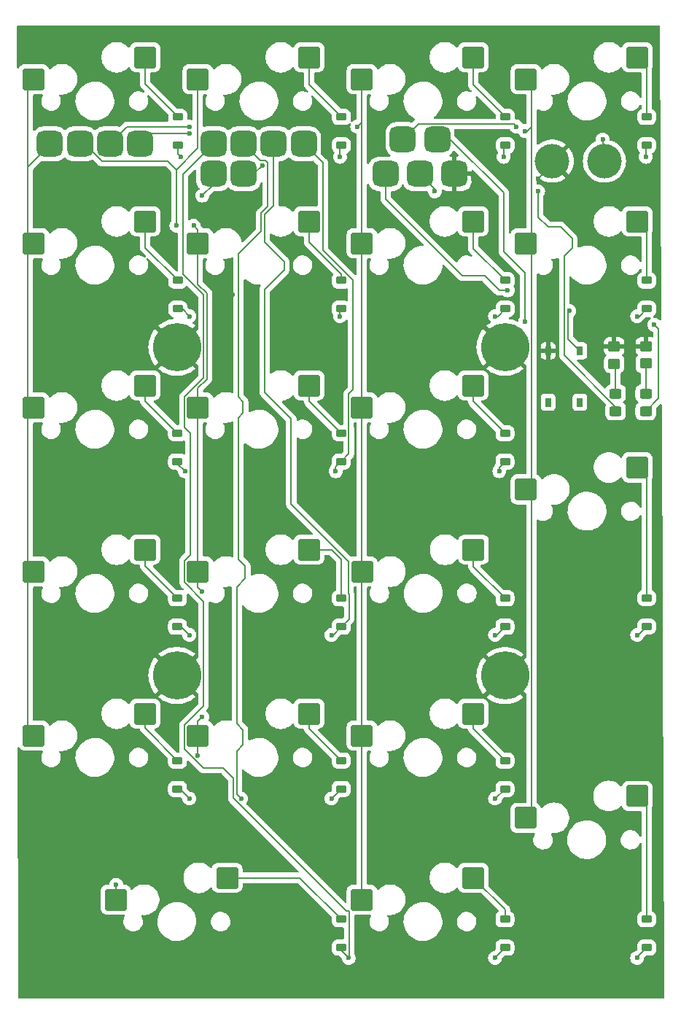
<source format=gbr>
%TF.GenerationSoftware,KiCad,Pcbnew,7.0.11*%
%TF.CreationDate,2025-01-24T11:41:37+01:00*%
%TF.ProjectId,Numpad1,4e756d70-6164-4312-9e6b-696361645f70,rev?*%
%TF.SameCoordinates,Original*%
%TF.FileFunction,Copper,L2,Bot*%
%TF.FilePolarity,Positive*%
%FSLAX46Y46*%
G04 Gerber Fmt 4.6, Leading zero omitted, Abs format (unit mm)*
G04 Created by KiCad (PCBNEW 7.0.11) date 2025-01-24 11:41:37*
%MOMM*%
%LPD*%
G01*
G04 APERTURE LIST*
G04 Aperture macros list*
%AMRoundRect*
0 Rectangle with rounded corners*
0 $1 Rounding radius*
0 $2 $3 $4 $5 $6 $7 $8 $9 X,Y pos of 4 corners*
0 Add a 4 corners polygon primitive as box body*
4,1,4,$2,$3,$4,$5,$6,$7,$8,$9,$2,$3,0*
0 Add four circle primitives for the rounded corners*
1,1,$1+$1,$2,$3*
1,1,$1+$1,$4,$5*
1,1,$1+$1,$6,$7*
1,1,$1+$1,$8,$9*
0 Add four rect primitives between the rounded corners*
20,1,$1+$1,$2,$3,$4,$5,0*
20,1,$1+$1,$4,$5,$6,$7,0*
20,1,$1+$1,$6,$7,$8,$9,0*
20,1,$1+$1,$8,$9,$2,$3,0*%
G04 Aperture macros list end*
%TA.AperFunction,SMDPad,CuDef*%
%ADD10RoundRect,0.250000X-1.025000X-1.000000X1.025000X-1.000000X1.025000X1.000000X-1.025000X1.000000X0*%
%TD*%
%TA.AperFunction,ComponentPad*%
%ADD11C,5.600000*%
%TD*%
%TA.AperFunction,SMDPad,CuDef*%
%ADD12RoundRect,0.250000X-0.450000X0.325000X-0.450000X-0.325000X0.450000X-0.325000X0.450000X0.325000X0*%
%TD*%
%TA.AperFunction,SMDPad,CuDef*%
%ADD13R,0.700000X1.000000*%
%TD*%
%TA.AperFunction,SMDPad,CuDef*%
%ADD14RoundRect,0.225000X0.375000X-0.225000X0.375000X0.225000X-0.375000X0.225000X-0.375000X-0.225000X0*%
%TD*%
%TA.AperFunction,SMDPad,CuDef*%
%ADD15RoundRect,0.250000X0.450000X-0.350000X0.450000X0.350000X-0.450000X0.350000X-0.450000X-0.350000X0*%
%TD*%
%TA.AperFunction,ConnectorPad*%
%ADD16RoundRect,0.750000X0.750000X0.750000X-0.750000X0.750000X-0.750000X-0.750000X0.750000X-0.750000X0*%
%TD*%
%TA.AperFunction,ConnectorPad*%
%ADD17RoundRect,0.750000X-0.750000X-0.750000X0.750000X-0.750000X0.750000X0.750000X-0.750000X0.750000X0*%
%TD*%
%TA.AperFunction,SMDPad,CuDef*%
%ADD18C,4.000000*%
%TD*%
%TA.AperFunction,ViaPad*%
%ADD19C,0.600000*%
%TD*%
%TA.AperFunction,Conductor*%
%ADD20C,0.200000*%
%TD*%
G04 APERTURE END LIST*
D10*
%TO.P,SW18,1,1*%
%TO.N,COL2*%
X81377500Y-140947500D03*
%TO.P,SW18,2,2*%
%TO.N,Net-(D18-A)*%
X94304500Y-138407500D03*
%TD*%
%TO.P,SW15,1,1*%
%TO.N,COL3*%
X100432153Y-112361620D03*
%TO.P,SW15,2,2*%
%TO.N,Net-(D15-A)*%
X113359153Y-109821620D03*
%TD*%
D11*
%TO.P,H3,1,1*%
%TO.N,GND*%
X59887500Y-133962500D03*
%TD*%
D10*
%TO.P,SW6,1,1*%
%TO.N,COL1*%
X62327500Y-83797500D03*
%TO.P,SW6,2,2*%
%TO.N,Net-(D6-A)*%
X75254500Y-81257500D03*
%TD*%
%TO.P,SW13,1,1*%
%TO.N,COL1*%
X62327500Y-121900000D03*
%TO.P,SW13,2,2*%
%TO.N,Net-(D13-A)*%
X75254500Y-119360000D03*
%TD*%
%TO.P,SW8,1,1*%
%TO.N,COL3*%
X100427500Y-83797500D03*
%TO.P,SW8,2,2*%
%TO.N,Net-(D8-A)*%
X113354500Y-81257500D03*
%TD*%
%TO.P,SW16,1,1*%
%TO.N,COL0*%
X43277500Y-140947500D03*
%TO.P,SW16,2,2*%
%TO.N,Net-(D16-A)*%
X56204500Y-138407500D03*
%TD*%
%TO.P,SW12,1,1*%
%TO.N,COL0*%
X43277500Y-121900000D03*
%TO.P,SW12,2,2*%
%TO.N,Net-(D12-A)*%
X56204500Y-119360000D03*
%TD*%
%TO.P,SW14,1,1*%
%TO.N,COL2*%
X81415000Y-121900000D03*
%TO.P,SW14,2,2*%
%TO.N,Net-(D14-A)*%
X94342000Y-119360000D03*
%TD*%
%TO.P,SW19,1,1*%
%TO.N,COL1*%
X52802500Y-159997500D03*
%TO.P,SW19,2,2*%
%TO.N,Net-(D19-A)*%
X65729500Y-157457500D03*
%TD*%
%TO.P,SW17,1,1*%
%TO.N,COL1*%
X62327500Y-140947500D03*
%TO.P,SW17,2,2*%
%TO.N,Net-(D17-A)*%
X75254500Y-138407500D03*
%TD*%
%TO.P,SW10,1,1*%
%TO.N,COL1*%
X62327500Y-102847500D03*
%TO.P,SW10,2,2*%
%TO.N,Net-(D10-A)*%
X75254500Y-100307500D03*
%TD*%
%TO.P,SW2,1,1*%
%TO.N,COL1*%
X62327500Y-64747500D03*
%TO.P,SW2,2,2*%
%TO.N,Net-(D2-A)*%
X75254500Y-62207500D03*
%TD*%
%TO.P,SW7,1,1*%
%TO.N,COL2*%
X81377500Y-83797500D03*
%TO.P,SW7,2,2*%
%TO.N,Net-(D7-A)*%
X94304500Y-81257500D03*
%TD*%
D11*
%TO.P,H2,1,1*%
%TO.N,GND*%
X97987500Y-95862500D03*
%TD*%
%TO.P,H4,1,1*%
%TO.N,GND*%
X97987500Y-133987900D03*
%TD*%
D10*
%TO.P,SW11,1,1*%
%TO.N,COL2*%
X81377500Y-102847500D03*
%TO.P,SW11,2,2*%
%TO.N,Net-(D11-A)*%
X94304500Y-100307500D03*
%TD*%
%TO.P,SW20,1,1*%
%TO.N,COL2*%
X81377500Y-159997500D03*
%TO.P,SW20,2,2*%
%TO.N,Net-(D20-A)*%
X94304500Y-157457500D03*
%TD*%
%TO.P,SW4,1,1*%
%TO.N,COL3*%
X100427500Y-64747500D03*
%TO.P,SW4,2,2*%
%TO.N,Net-(D4-A)*%
X113354500Y-62207500D03*
%TD*%
%TO.P,SW21,1,1*%
%TO.N,COL3*%
X100400000Y-150500000D03*
%TO.P,SW21,2,2*%
%TO.N,Net-(D21-A)*%
X113327000Y-147960000D03*
%TD*%
D11*
%TO.P,H1,1,1*%
%TO.N,GND*%
X59887500Y-95862500D03*
%TD*%
D10*
%TO.P,SW5,1,1*%
%TO.N,COL0*%
X43277500Y-83797500D03*
%TO.P,SW5,2,2*%
%TO.N,Net-(D5-A)*%
X56204500Y-81257500D03*
%TD*%
%TO.P,SW9,1,1*%
%TO.N,COL0*%
X43277500Y-102847500D03*
%TO.P,SW9,2,2*%
%TO.N,Net-(D9-A)*%
X56204500Y-100307500D03*
%TD*%
%TO.P,SW1,1,1*%
%TO.N,COL0*%
X43277500Y-64747500D03*
%TO.P,SW1,2,2*%
%TO.N,Net-(D1-A)*%
X56204500Y-62207500D03*
%TD*%
%TO.P,SW3,1,1*%
%TO.N,COL2*%
X81377500Y-64747500D03*
%TO.P,SW3,2,2*%
%TO.N,Net-(D3-A)*%
X94304500Y-62207500D03*
%TD*%
D12*
%TO.P,D22,1,K*%
%TO.N,Net-(D22-K)*%
X110837500Y-101237500D03*
%TO.P,D22,2,A*%
%TO.N,STATUS_LED*%
X110837500Y-103287500D03*
%TD*%
D13*
%TO.P,S1,1,COM_1*%
%TO.N,GND*%
X102987500Y-96262500D03*
%TO.P,S1,2,COM_2*%
%TO.N,unconnected-(S1-COM_2-Pad2)*%
X102987500Y-102262500D03*
%TO.P,S1,3,NO_1*%
%TO.N,RESET*%
X106687500Y-96262500D03*
%TO.P,S1,4,NO_2*%
%TO.N,unconnected-(S1-NO_2-Pad4)*%
X106687500Y-102262500D03*
%TD*%
D14*
%TO.P,D2,1,K*%
%TO.N,ROW0*%
X79000000Y-72412500D03*
%TO.P,D2,2,A*%
%TO.N,Net-(D2-A)*%
X79000000Y-69112500D03*
%TD*%
%TO.P,D9,1,K*%
%TO.N,ROW2*%
X59962500Y-109150000D03*
%TO.P,D9,2,A*%
%TO.N,Net-(D9-A)*%
X59962500Y-105850000D03*
%TD*%
%TO.P,D18,1,K*%
%TO.N,ROW4*%
X97987500Y-147150000D03*
%TO.P,D18,2,A*%
%TO.N,Net-(D18-A)*%
X97987500Y-143850000D03*
%TD*%
%TO.P,D19,1,K*%
%TO.N,ROW5*%
X78975000Y-165559100D03*
%TO.P,D19,2,A*%
%TO.N,Net-(D19-A)*%
X78975000Y-162259100D03*
%TD*%
%TO.P,D6,1,K*%
%TO.N,ROW1*%
X79000000Y-91412500D03*
%TO.P,D6,2,A*%
%TO.N,Net-(D6-A)*%
X79000000Y-88112500D03*
%TD*%
D12*
%TO.P,D23,1,K*%
%TO.N,Net-(D23-K)*%
X114337500Y-101237500D03*
%TO.P,D23,2,A*%
%TO.N,+3.3V*%
X114337500Y-103287500D03*
%TD*%
D14*
%TO.P,D3,1,K*%
%TO.N,ROW0*%
X98012500Y-72412500D03*
%TO.P,D3,2,A*%
%TO.N,Net-(D3-A)*%
X98012500Y-69112500D03*
%TD*%
%TO.P,D7,1,K*%
%TO.N,ROW1*%
X98012500Y-91412500D03*
%TO.P,D7,2,A*%
%TO.N,Net-(D7-A)*%
X98012500Y-88112500D03*
%TD*%
%TO.P,D1,1,K*%
%TO.N,ROW0*%
X59987500Y-72412500D03*
%TO.P,D1,2,A*%
%TO.N,Net-(D1-A)*%
X59987500Y-69112500D03*
%TD*%
%TO.P,D15,1,K*%
%TO.N,ROW3*%
X114446700Y-128286620D03*
%TO.P,D15,2,A*%
%TO.N,Net-(D15-A)*%
X114446700Y-124986620D03*
%TD*%
%TO.P,D8,1,K*%
%TO.N,ROW1*%
X114446700Y-91412500D03*
%TO.P,D8,2,A*%
%TO.N,Net-(D8-A)*%
X114446700Y-88112500D03*
%TD*%
%TO.P,D16,1,K*%
%TO.N,ROW4*%
X59962500Y-147150000D03*
%TO.P,D16,2,A*%
%TO.N,Net-(D16-A)*%
X59962500Y-143850000D03*
%TD*%
%TO.P,D11,1,K*%
%TO.N,ROW2*%
X97987500Y-109150000D03*
%TO.P,D11,2,A*%
%TO.N,Net-(D11-A)*%
X97987500Y-105850000D03*
%TD*%
%TO.P,D10,1,K*%
%TO.N,ROW2*%
X78962500Y-109150000D03*
%TO.P,D10,2,A*%
%TO.N,Net-(D10-A)*%
X78962500Y-105850000D03*
%TD*%
D15*
%TO.P,R1,1*%
%TO.N,Net-(D22-K)*%
X110669567Y-97765703D03*
%TO.P,R1,2*%
%TO.N,GND*%
X110669567Y-95765703D03*
%TD*%
D14*
%TO.P,D5,1,K*%
%TO.N,ROW1*%
X59987500Y-91412500D03*
%TO.P,D5,2,A*%
%TO.N,Net-(D5-A)*%
X59987500Y-88112500D03*
%TD*%
D16*
%TO.P,U1,1,COL0*%
%TO.N,COL0*%
X45130100Y-72240500D03*
%TO.P,U1,2,COL1*%
%TO.N,COL1*%
X48630100Y-72240500D03*
%TO.P,U1,3,COL2*%
%TO.N,COL2*%
X52130100Y-72240500D03*
%TO.P,U1,4,COL3*%
%TO.N,COL3*%
X55630100Y-72240500D03*
%TO.P,U1,5,ROW0*%
%TO.N,ROW0*%
X67630100Y-75740500D03*
%TO.P,U1,6,ROW1*%
%TO.N,ROW1*%
X64130100Y-75740500D03*
%TO.P,U1,7,ROW2*%
%TO.N,ROW2*%
X74630100Y-72240500D03*
%TO.P,U1,8,ROW3*%
%TO.N,ROW3*%
X71130100Y-72240500D03*
%TO.P,U1,9,ROW4*%
%TO.N,ROW4*%
X67630100Y-72240500D03*
%TO.P,U1,10,ROW5*%
%TO.N,ROW5*%
X64130100Y-72240500D03*
D17*
%TO.P,U1,11,BAT_IN*%
%TO.N,BAT_IN*%
X86130100Y-71740500D03*
%TO.P,U1,12,VCC*%
%TO.N,+3.3V*%
X90130100Y-71740500D03*
D16*
%TO.P,U1,13,GND*%
%TO.N,GND*%
X92130100Y-75740500D03*
%TO.P,U1,14,STATUS_LED*%
%TO.N,STATUS_LED*%
X88130100Y-75740500D03*
%TO.P,U1,15,RESET*%
%TO.N,RESET*%
X84130100Y-75740500D03*
%TD*%
D15*
%TO.P,R2,1*%
%TO.N,Net-(D23-K)*%
X114344362Y-97762500D03*
%TO.P,R2,2*%
%TO.N,GND*%
X114344362Y-95762500D03*
%TD*%
D14*
%TO.P,D13,1,K*%
%TO.N,ROW3*%
X78975000Y-128300000D03*
%TO.P,D13,2,A*%
%TO.N,Net-(D13-A)*%
X78975000Y-125000000D03*
%TD*%
D18*
%TO.P,B-,1,1*%
%TO.N,GND*%
X103487500Y-74262500D03*
%TD*%
D14*
%TO.P,D21,1,K*%
%TO.N,ROW5*%
X114446700Y-165559100D03*
%TO.P,D21,2,A*%
%TO.N,Net-(D21-A)*%
X114446700Y-162259100D03*
%TD*%
%TO.P,D4,1,K*%
%TO.N,ROW0*%
X114446700Y-72412500D03*
%TO.P,D4,2,A*%
%TO.N,Net-(D4-A)*%
X114446700Y-69112500D03*
%TD*%
%TO.P,D12,1,K*%
%TO.N,ROW3*%
X59962500Y-128300000D03*
%TO.P,D12,2,A*%
%TO.N,Net-(D12-A)*%
X59962500Y-125000000D03*
%TD*%
%TO.P,D17,1,K*%
%TO.N,ROW4*%
X78962500Y-147150000D03*
%TO.P,D17,2,A*%
%TO.N,Net-(D17-A)*%
X78962500Y-143850000D03*
%TD*%
%TO.P,D20,1,K*%
%TO.N,ROW5*%
X97987500Y-165559100D03*
%TO.P,D20,2,A*%
%TO.N,Net-(D20-A)*%
X97987500Y-162259100D03*
%TD*%
D18*
%TO.P,B+,1,1*%
%TO.N,BAT_IN*%
X109537500Y-74262500D03*
%TD*%
D14*
%TO.P,D14,1,K*%
%TO.N,ROW3*%
X97987500Y-128300000D03*
%TO.P,D14,2,A*%
%TO.N,Net-(D14-A)*%
X97987500Y-125000000D03*
%TD*%
D19*
%TO.N,GND*%
X98837500Y-80762500D03*
X63837500Y-127262500D03*
X70837500Y-113262500D03*
X79837500Y-114262500D03*
X63337500Y-112762500D03*
X75837500Y-89262500D03*
X66337500Y-89762500D03*
X65837500Y-80762500D03*
X75837500Y-75262500D03*
%TO.N,COL1*%
X61837500Y-81762500D03*
X52837500Y-158262500D03*
X59837500Y-81762500D03*
X62837500Y-124262500D03*
X62837500Y-138762500D03*
X62337500Y-143262500D03*
%TO.N,COL2*%
X61337500Y-70262500D03*
X80837500Y-70262500D03*
%TO.N,COL3*%
X61337500Y-71062503D03*
X100337500Y-70762500D03*
%TO.N,ROW0*%
X69837500Y-74762500D03*
X114337500Y-73762500D03*
X60337500Y-73762500D03*
X78837500Y-73762500D03*
X97837500Y-73762500D03*
%TO.N,ROW1*%
X62837500Y-78262500D03*
X113337500Y-92262500D03*
X78837500Y-92262500D03*
X61337500Y-92262500D03*
X96837500Y-92262500D03*
%TO.N,ROW2*%
X97337500Y-110262500D03*
X78337500Y-110262500D03*
X60837500Y-110262500D03*
%TO.N,ROW3*%
X96837500Y-129262500D03*
X61337500Y-129262500D03*
X113337500Y-129262500D03*
X77837500Y-129262500D03*
%TO.N,ROW4*%
X61337500Y-148262500D03*
X67337500Y-148262500D03*
X77837500Y-148262500D03*
X96837500Y-148262500D03*
%TO.N,ROW5*%
X113337500Y-166762500D03*
X96837500Y-166762500D03*
X79837500Y-166762500D03*
%TO.N,GND*%
X101837500Y-76262500D03*
X94337500Y-76262500D03*
%TO.N,+3.3V*%
X115337500Y-93262500D03*
X100337500Y-92862500D03*
%TO.N,STATUS_LED*%
X101837500Y-77762500D03*
X89837500Y-77762500D03*
%TO.N,RESET*%
X98312500Y-89262500D03*
X105463325Y-91662500D03*
%TO.N,BAT_IN*%
X99337500Y-70262500D03*
X109337500Y-71762500D03*
%TD*%
D20*
%TO.N,COL0*%
X43277500Y-64747500D02*
X42587500Y-65437500D01*
X42587500Y-65437500D02*
X42587500Y-74952500D01*
X45130100Y-72240500D02*
X45130100Y-72409900D01*
X45130100Y-72409900D02*
X42587500Y-74952500D01*
X42587500Y-74952500D02*
X42587500Y-140257500D01*
X42587500Y-140257500D02*
X43277500Y-140947500D01*
%TO.N,COL3*%
X61337500Y-71062503D02*
X61287497Y-71012500D01*
X61287497Y-71012500D02*
X56858100Y-71012500D01*
X56858100Y-71012500D02*
X55630100Y-72240500D01*
%TO.N,COL1*%
X48630100Y-72240500D02*
X49145174Y-72240500D01*
X49145174Y-72240500D02*
X51167174Y-74262500D01*
X51167174Y-74262500D02*
X58837500Y-74262500D01*
X58837500Y-74262500D02*
X59837500Y-75262500D01*
X62327500Y-64747500D02*
X62327500Y-72772500D01*
X59837500Y-75262500D02*
X59837500Y-75967415D01*
X62327500Y-72772500D02*
X59837500Y-75262500D01*
%TO.N,+3.3V*%
X90130100Y-71740500D02*
X91630099Y-71740500D01*
X97837500Y-84762500D02*
X100337500Y-87262500D01*
X91630099Y-71740500D02*
X97837500Y-77947901D01*
X100337500Y-87262500D02*
X100337500Y-92862500D01*
X97837500Y-77947901D02*
X97837500Y-84762500D01*
%TO.N,RESET*%
X98312500Y-89262500D02*
X97337500Y-89262500D01*
X93035088Y-87562500D02*
X84130100Y-78657512D01*
X97337500Y-89262500D02*
X95637500Y-87562500D01*
X95637500Y-87562500D02*
X93035088Y-87562500D01*
X84130100Y-78657512D02*
X84130100Y-75740500D01*
%TO.N,ROW5*%
X60586196Y-75784404D02*
X60586196Y-87362500D01*
X60752500Y-123134744D02*
X62987500Y-125369744D01*
X60586196Y-87362500D02*
X62987500Y-89763804D01*
X62987500Y-89763804D02*
X62987500Y-99377756D01*
X79531215Y-161304744D02*
X79875000Y-161304744D01*
X60752500Y-101612756D02*
X60752500Y-105177500D01*
X64130100Y-72240500D02*
X60586196Y-75784404D01*
X61437500Y-105862500D02*
X61437500Y-119980256D01*
X79875000Y-161304744D02*
X79875000Y-166725000D01*
X60752500Y-105177500D02*
X61437500Y-105862500D01*
X62987500Y-99377756D02*
X60752500Y-101612756D01*
X61437500Y-119980256D02*
X60752500Y-120665256D01*
X60752500Y-120665256D02*
X60752500Y-123134744D01*
X62987500Y-125369744D02*
X62987500Y-137477756D01*
X66437500Y-148211029D02*
X79531215Y-161304744D01*
X62987500Y-137477756D02*
X60752500Y-139712756D01*
X60752500Y-139712756D02*
X60752500Y-142526029D01*
X66437500Y-145862500D02*
X66437500Y-148211029D01*
X60752500Y-142526029D02*
X62938971Y-144712500D01*
X62938971Y-144712500D02*
X65287500Y-144712500D01*
X65287500Y-144712500D02*
X66437500Y-145862500D01*
X79875000Y-166725000D02*
X79837500Y-166762500D01*
%TO.N,ROW4*%
X67630100Y-72240500D02*
X69552100Y-74162500D01*
X67837500Y-121262500D02*
X67837500Y-122691598D01*
X66837500Y-147762500D02*
X67337500Y-148262500D01*
X69552100Y-74162500D02*
X70130100Y-74162500D01*
X70130100Y-74162500D02*
X70437500Y-74469900D01*
X69677500Y-82422500D02*
X67062500Y-85037500D01*
X70437500Y-74469900D02*
X70437500Y-79555164D01*
X67062500Y-101655850D02*
X67587500Y-102180850D01*
X67575799Y-140269149D02*
X67575799Y-142000799D01*
X70437500Y-79555164D02*
X69677500Y-80315165D01*
X67062500Y-85037500D02*
X67062500Y-101655850D01*
X67587500Y-102180850D02*
X67587500Y-103514150D01*
X67587500Y-103514150D02*
X67062500Y-104039150D01*
X69677500Y-80315165D02*
X69677500Y-82422500D01*
X67062500Y-120487500D02*
X67837500Y-121262500D01*
X67062500Y-104039150D02*
X67062500Y-120487500D01*
X67837500Y-122691598D02*
X66837500Y-123691598D01*
X66837500Y-123691598D02*
X66837500Y-139530850D01*
X66837500Y-139530850D02*
X67575799Y-140269149D01*
X67575799Y-142000799D02*
X66837500Y-142739098D01*
X66837500Y-142739098D02*
X66837500Y-147762500D01*
%TO.N,BAT_IN*%
X99015500Y-69940500D02*
X99337500Y-70262500D01*
X87930100Y-69940500D02*
X99015500Y-69940500D01*
X86130100Y-71740500D02*
X87930100Y-69940500D01*
%TO.N,RESET*%
X105337500Y-91788325D02*
X105337500Y-94912500D01*
X105337500Y-94912500D02*
X106687500Y-96262500D01*
X105463325Y-91662500D02*
X105337500Y-91788325D01*
%TO.N,Net-(D13-A)*%
X75254500Y-119360000D02*
X77869314Y-119360000D01*
X77869314Y-119360000D02*
X78975000Y-120465686D01*
X78975000Y-120465686D02*
X78975000Y-125000000D01*
%TO.N,COL1*%
X62327500Y-83797500D02*
X62327500Y-88538118D01*
X62327500Y-88538118D02*
X63387500Y-89598119D01*
X63387500Y-89598119D02*
X63387500Y-99543442D01*
X62327500Y-100603442D02*
X62327500Y-102847500D01*
X63387500Y-99543442D02*
X62327500Y-100603442D01*
%TO.N,Net-(D6-A)*%
X75254500Y-81257500D02*
X75254500Y-83679500D01*
X75254500Y-83679500D02*
X79000000Y-87425000D01*
X79000000Y-87425000D02*
X79000000Y-88112500D01*
%TO.N,ROW3*%
X71130100Y-72240500D02*
X71130100Y-79428250D01*
X72337500Y-86914912D02*
X70077500Y-89174912D01*
X71130100Y-79428250D02*
X70077500Y-80480850D01*
X70077500Y-80480850D02*
X70077500Y-83654912D01*
X79875000Y-127400000D02*
X78975000Y-128300000D01*
X70077500Y-101084150D02*
X73172075Y-104178725D01*
X73172075Y-104178725D02*
X73172075Y-114097075D01*
X70077500Y-83654912D02*
X72337500Y-85914912D01*
X72337500Y-85914912D02*
X72337500Y-86914912D01*
X70077500Y-89174912D02*
X70077500Y-101084150D01*
X73172075Y-114097075D02*
X79837500Y-120762500D01*
X79837500Y-124513804D02*
X79875000Y-124551304D01*
X79837500Y-120762500D02*
X79837500Y-124513804D01*
X79875000Y-124551304D02*
X79875000Y-127400000D01*
%TO.N,STATUS_LED*%
X101837500Y-77762500D02*
X101837500Y-80762500D01*
X101837500Y-80762500D02*
X102997500Y-81922500D01*
X105837500Y-84314150D02*
X104863325Y-85288325D01*
X110837500Y-102797244D02*
X110837500Y-103287500D01*
X104479150Y-81922500D02*
X105837500Y-83280850D01*
X104863325Y-85288325D02*
X104863325Y-96823069D01*
X102997500Y-81922500D02*
X104479150Y-81922500D01*
X105837500Y-83280850D02*
X105837500Y-84314150D01*
X104863325Y-96823069D02*
X110837500Y-102797244D01*
%TO.N,Net-(D5-A)*%
X56204500Y-81257500D02*
X56204500Y-84329500D01*
X56204500Y-84329500D02*
X59987500Y-88112500D01*
%TO.N,COL1*%
X62327500Y-140947500D02*
X62327500Y-143252500D01*
X62327500Y-123752500D02*
X62837500Y-124262500D01*
X61837500Y-81762500D02*
X62327500Y-82252500D01*
X62327500Y-143252500D02*
X62337500Y-143262500D01*
X62327500Y-82252500D02*
X62327500Y-83797500D01*
X62327500Y-121900000D02*
X62327500Y-123752500D01*
X62327500Y-139272500D02*
X62327500Y-140947500D01*
X52837500Y-159962500D02*
X52802500Y-159997500D01*
X62837500Y-138762500D02*
X62327500Y-139272500D01*
X62327500Y-102847500D02*
X62327500Y-121900000D01*
X59837500Y-75967415D02*
X59837500Y-81762500D01*
X52837500Y-158262500D02*
X52837500Y-159962500D01*
%TO.N,COL2*%
X52130100Y-72240500D02*
X54108100Y-70262500D01*
X54108100Y-70262500D02*
X61337500Y-70262500D01*
X80877500Y-70262500D02*
X81377500Y-69762500D01*
X81377500Y-64747500D02*
X81377500Y-69762500D01*
X80837500Y-70262500D02*
X80877500Y-70262500D01*
X81377500Y-69762500D02*
X81377500Y-159997500D01*
%TO.N,Net-(D7-A)*%
X94304500Y-81257500D02*
X94304500Y-84404500D01*
X94304500Y-84404500D02*
X98012500Y-88112500D01*
%TO.N,COL3*%
X101087500Y-65407500D02*
X101087500Y-70262500D01*
X101087500Y-70262500D02*
X101087500Y-149812500D01*
X101087500Y-149812500D02*
X100400000Y-150500000D01*
X100337500Y-70762500D02*
X100587500Y-70762500D01*
X100587500Y-70762500D02*
X101087500Y-70262500D01*
X100427500Y-64747500D02*
X101087500Y-65407500D01*
%TO.N,Net-(D8-A)*%
X113354500Y-81257500D02*
X114446700Y-82349700D01*
X114446700Y-82349700D02*
X114446700Y-88112500D01*
%TO.N,Net-(D9-A)*%
X56204500Y-102092000D02*
X59962500Y-105850000D01*
X56204500Y-100307500D02*
X56204500Y-102092000D01*
%TO.N,Net-(D10-A)*%
X75254500Y-102142000D02*
X78962500Y-105850000D01*
X75254500Y-100307500D02*
X75254500Y-102142000D01*
%TO.N,Net-(D11-A)*%
X94304500Y-100307500D02*
X94304500Y-102167000D01*
X94304500Y-102167000D02*
X97987500Y-105850000D01*
%TO.N,Net-(D12-A)*%
X56204500Y-121242000D02*
X59962500Y-125000000D01*
X56204500Y-119360000D02*
X56204500Y-121242000D01*
%TO.N,Net-(D14-A)*%
X94342000Y-119360000D02*
X94342000Y-121354500D01*
X94342000Y-121354500D02*
X97987500Y-125000000D01*
%TO.N,Net-(D15-A)*%
X113359153Y-109821620D02*
X114446700Y-110909167D01*
X114446700Y-110909167D02*
X114446700Y-124986620D01*
%TO.N,Net-(D17-A)*%
X75254500Y-138407500D02*
X75254500Y-140142000D01*
X75254500Y-140142000D02*
X78962500Y-143850000D01*
%TO.N,Net-(D18-A)*%
X94304500Y-138407500D02*
X94304500Y-140167000D01*
X94304500Y-140167000D02*
X97987500Y-143850000D01*
%TO.N,Net-(D19-A)*%
X74173400Y-157457500D02*
X78975000Y-162259100D01*
X65729500Y-157457500D02*
X74173400Y-157457500D01*
%TO.N,Net-(D21-A)*%
X113327000Y-147960000D02*
X114446700Y-149079700D01*
X114446700Y-149079700D02*
X114446700Y-162259100D01*
%TO.N,Net-(D22-K)*%
X110837500Y-97933636D02*
X110669567Y-97765703D01*
X110837500Y-101237500D02*
X110837500Y-97933636D01*
%TO.N,Net-(D1-A)*%
X56204500Y-62207500D02*
X56204500Y-65329500D01*
X56204500Y-65329500D02*
X59987500Y-69112500D01*
%TO.N,Net-(D2-A)*%
X75254500Y-62207500D02*
X75254500Y-65367000D01*
X75254500Y-65367000D02*
X79000000Y-69112500D01*
%TO.N,Net-(D3-A)*%
X94304500Y-62207500D02*
X94304500Y-65404500D01*
X94304500Y-65404500D02*
X98012500Y-69112500D01*
%TO.N,Net-(D4-A)*%
X113354500Y-62207500D02*
X114446700Y-63299700D01*
X114446700Y-63299700D02*
X114446700Y-69112500D01*
%TO.N,Net-(D16-A)*%
X56204500Y-138407500D02*
X56204500Y-140092000D01*
X56204500Y-140092000D02*
X59962500Y-143850000D01*
%TO.N,Net-(D20-A)*%
X94304500Y-157457500D02*
X97987500Y-161140500D01*
X97987500Y-161140500D02*
X97987500Y-162259100D01*
%TO.N,ROW0*%
X114337500Y-72521700D02*
X114446700Y-72412500D01*
X78837500Y-72575000D02*
X79000000Y-72412500D01*
X67630100Y-75740500D02*
X68859500Y-75740500D01*
X78837500Y-73762500D02*
X78837500Y-72575000D01*
X59987500Y-73412500D02*
X60337500Y-73762500D01*
X59987500Y-72412500D02*
X59987500Y-73412500D01*
X68859500Y-75740500D02*
X69837500Y-74762500D01*
X114337500Y-73762500D02*
X114337500Y-72521700D01*
X97837500Y-73762500D02*
X97837500Y-72587500D01*
X97837500Y-72587500D02*
X98012500Y-72412500D01*
%TO.N,ROW1*%
X113596700Y-92262500D02*
X114446700Y-91412500D01*
X78837500Y-91575000D02*
X79000000Y-91412500D01*
X113337500Y-92262500D02*
X113596700Y-92262500D01*
X60487500Y-91412500D02*
X61337500Y-92262500D01*
X64130100Y-76969900D02*
X62837500Y-78262500D01*
X59987500Y-91412500D02*
X60487500Y-91412500D01*
X97162500Y-92262500D02*
X98012500Y-91412500D01*
X78837500Y-92262500D02*
X78837500Y-91575000D01*
X64130100Y-75740500D02*
X64130100Y-76969900D01*
X96837500Y-92262500D02*
X97162500Y-92262500D01*
%TO.N,ROW2*%
X78337500Y-109775000D02*
X78962500Y-109150000D01*
X59962500Y-109387500D02*
X60837500Y-110262500D01*
X79862500Y-105287500D02*
X79862500Y-108250000D01*
X80337500Y-88101304D02*
X80337500Y-100762500D01*
X97337500Y-109800000D02*
X97987500Y-109150000D01*
X78337500Y-110262500D02*
X78337500Y-109775000D01*
X79862500Y-108250000D02*
X78962500Y-109150000D01*
X76829500Y-74439900D02*
X76829500Y-84593304D01*
X76829500Y-84593304D02*
X80337500Y-88101304D01*
X97337500Y-110262500D02*
X97337500Y-109800000D01*
X79802500Y-101297500D02*
X79802500Y-105227500D01*
X79802500Y-105227500D02*
X79862500Y-105287500D01*
X80337500Y-100762500D02*
X79802500Y-101297500D01*
X74630100Y-72240500D02*
X76829500Y-74439900D01*
X59962500Y-109150000D02*
X59962500Y-109387500D01*
%TO.N,ROW3*%
X59962500Y-128300000D02*
X60375000Y-128300000D01*
X60375000Y-128300000D02*
X61337500Y-129262500D01*
X77837500Y-129262500D02*
X78012500Y-129262500D01*
X78012500Y-129262500D02*
X78975000Y-128300000D01*
X113337500Y-129262500D02*
X113470820Y-129262500D01*
X97025000Y-129262500D02*
X97987500Y-128300000D01*
X96837500Y-129262500D02*
X97025000Y-129262500D01*
X113470820Y-129262500D02*
X114446700Y-128286620D01*
%TO.N,ROW4*%
X59962500Y-147150000D02*
X60225000Y-147150000D01*
X77837500Y-148262500D02*
X77850000Y-148262500D01*
X77850000Y-148262500D02*
X78962500Y-147150000D01*
X96837500Y-148262500D02*
X96875000Y-148262500D01*
X60225000Y-147150000D02*
X61337500Y-148262500D01*
X96875000Y-148262500D02*
X97987500Y-147150000D01*
%TO.N,ROW5*%
X78975000Y-165900000D02*
X79837500Y-166762500D01*
X78975000Y-165559100D02*
X78975000Y-165900000D01*
X96837500Y-166762500D02*
X96837500Y-166709100D01*
X96837500Y-166709100D02*
X97987500Y-165559100D01*
X113337500Y-166762500D02*
X113337500Y-166668300D01*
X113337500Y-166668300D02*
X114446700Y-165559100D01*
%TO.N,GND*%
X103487500Y-74262500D02*
X103487500Y-74612500D01*
X103487500Y-74612500D02*
X101837500Y-76262500D01*
X93815500Y-75740500D02*
X92130100Y-75740500D01*
X94337500Y-76262500D02*
X93815500Y-75740500D01*
%TO.N,+3.3V*%
X115837500Y-101787500D02*
X114337500Y-103287500D01*
X115837500Y-93762500D02*
X115837500Y-101787500D01*
X115337500Y-93262500D02*
X115837500Y-93762500D01*
%TO.N,STATUS_LED*%
X89837500Y-77762500D02*
X89837500Y-77447900D01*
X89837500Y-77447900D02*
X88130100Y-75740500D01*
%TO.N,Net-(D23-K)*%
X114337500Y-101237500D02*
X114337500Y-97769362D01*
X114337500Y-97769362D02*
X114344362Y-97762500D01*
%TO.N,BAT_IN*%
X109337500Y-71762500D02*
X109337500Y-74062500D01*
X109337500Y-74062500D02*
X109537500Y-74262500D01*
%TD*%
%TA.AperFunction,Conductor*%
%TO.N,GND*%
G36*
X115943586Y-58519685D02*
G01*
X115989341Y-58572489D01*
X116000546Y-58623451D01*
X116151079Y-92644091D01*
X116131691Y-92711217D01*
X116079090Y-92757205D01*
X116009976Y-92767455D01*
X115946293Y-92738711D01*
X115939399Y-92732321D01*
X115839762Y-92632684D01*
X115687023Y-92536711D01*
X115516754Y-92477131D01*
X115516749Y-92477130D01*
X115337504Y-92456935D01*
X115337499Y-92456935D01*
X115322220Y-92458656D01*
X115253399Y-92446599D01*
X115202021Y-92399248D01*
X115184399Y-92331637D01*
X115206128Y-92265232D01*
X115243241Y-92229898D01*
X115274744Y-92210468D01*
X115394668Y-92090544D01*
X115483703Y-91946197D01*
X115537049Y-91785208D01*
X115547200Y-91685845D01*
X115547199Y-91139156D01*
X115537049Y-91039792D01*
X115483703Y-90878803D01*
X115483699Y-90878797D01*
X115483698Y-90878794D01*
X115394670Y-90734459D01*
X115394667Y-90734455D01*
X115274744Y-90614532D01*
X115274740Y-90614529D01*
X115130405Y-90525501D01*
X115130399Y-90525498D01*
X115130397Y-90525497D01*
X115035879Y-90494177D01*
X114969409Y-90472151D01*
X114870046Y-90462000D01*
X114023362Y-90462000D01*
X114023344Y-90462001D01*
X113923992Y-90472150D01*
X113923989Y-90472151D01*
X113763005Y-90525496D01*
X113762994Y-90525501D01*
X113618659Y-90614529D01*
X113618655Y-90614532D01*
X113498732Y-90734455D01*
X113498729Y-90734459D01*
X113409701Y-90878794D01*
X113409696Y-90878805D01*
X113356351Y-91039790D01*
X113346200Y-91139147D01*
X113346200Y-91345141D01*
X113326515Y-91412180D01*
X113273711Y-91457935D01*
X113236084Y-91468361D01*
X113158249Y-91477130D01*
X113158245Y-91477131D01*
X112987976Y-91536711D01*
X112835237Y-91632684D01*
X112707684Y-91760237D01*
X112611711Y-91912976D01*
X112552131Y-92083245D01*
X112552130Y-92083250D01*
X112531935Y-92262496D01*
X112531935Y-92262503D01*
X112552130Y-92441749D01*
X112552131Y-92441754D01*
X112611711Y-92612023D01*
X112656463Y-92683245D01*
X112707684Y-92764762D01*
X112835238Y-92892316D01*
X112987978Y-92988289D01*
X113129124Y-93037678D01*
X113158245Y-93047868D01*
X113158250Y-93047869D01*
X113337496Y-93068065D01*
X113337500Y-93068065D01*
X113337504Y-93068065D01*
X113516749Y-93047869D01*
X113516752Y-93047868D01*
X113516755Y-93047868D01*
X113687022Y-92988289D01*
X113839762Y-92892316D01*
X113967316Y-92764762D01*
X113991544Y-92726201D01*
X114021060Y-92693791D01*
X114024982Y-92690782D01*
X114044210Y-92665722D01*
X114054890Y-92653543D01*
X114309116Y-92399318D01*
X114370439Y-92365833D01*
X114396797Y-92362999D01*
X114834025Y-92362999D01*
X114901064Y-92382684D01*
X114946819Y-92435488D01*
X114956763Y-92504646D01*
X114927738Y-92568202D01*
X114899998Y-92591992D01*
X114835239Y-92632682D01*
X114707684Y-92760237D01*
X114611711Y-92912976D01*
X114552131Y-93083245D01*
X114552130Y-93083250D01*
X114531935Y-93262496D01*
X114531935Y-93262503D01*
X114552130Y-93441749D01*
X114552131Y-93441754D01*
X114611711Y-93612023D01*
X114645119Y-93665191D01*
X114707684Y-93764762D01*
X114835238Y-93892316D01*
X114987978Y-93988289D01*
X115153955Y-94046367D01*
X115210730Y-94087088D01*
X115236478Y-94152040D01*
X115237000Y-94163408D01*
X115237000Y-94597351D01*
X115217315Y-94664390D01*
X115164511Y-94710145D01*
X115095353Y-94720089D01*
X115073996Y-94715057D01*
X114947059Y-94672994D01*
X114947052Y-94672993D01*
X114844348Y-94662500D01*
X114594362Y-94662500D01*
X114594362Y-95888500D01*
X114574677Y-95955539D01*
X114521873Y-96001294D01*
X114470362Y-96012500D01*
X113144363Y-96012500D01*
X113144363Y-96162486D01*
X113154856Y-96265197D01*
X113210003Y-96431619D01*
X113210005Y-96431624D01*
X113302046Y-96580845D01*
X113395666Y-96674465D01*
X113429151Y-96735788D01*
X113424167Y-96805480D01*
X113395667Y-96849827D01*
X113301649Y-96943845D01*
X113209549Y-97093163D01*
X113209547Y-97093168D01*
X113187093Y-97160930D01*
X113154363Y-97259703D01*
X113154363Y-97259704D01*
X113154362Y-97259704D01*
X113143862Y-97362483D01*
X113143862Y-98162501D01*
X113143863Y-98162519D01*
X113154362Y-98265296D01*
X113154363Y-98265299D01*
X113209547Y-98431831D01*
X113209549Y-98431836D01*
X113211525Y-98435039D01*
X113301650Y-98581156D01*
X113425706Y-98705212D01*
X113575028Y-98797314D01*
X113652005Y-98822821D01*
X113709448Y-98862592D01*
X113736272Y-98927107D01*
X113737000Y-98940526D01*
X113737000Y-100082199D01*
X113717315Y-100149238D01*
X113664511Y-100194993D01*
X113652007Y-100199903D01*
X113619462Y-100210688D01*
X113568168Y-100227685D01*
X113568163Y-100227687D01*
X113418842Y-100319789D01*
X113294789Y-100443842D01*
X113202687Y-100593163D01*
X113202685Y-100593168D01*
X113191845Y-100625882D01*
X113147501Y-100759703D01*
X113147501Y-100759704D01*
X113147500Y-100759704D01*
X113137000Y-100862483D01*
X113137000Y-101612501D01*
X113137001Y-101612519D01*
X113147500Y-101715296D01*
X113147501Y-101715299D01*
X113202685Y-101881831D01*
X113202687Y-101881836D01*
X113221080Y-101911655D01*
X113290428Y-102024088D01*
X113294789Y-102031157D01*
X113418846Y-102155214D01*
X113421682Y-102156963D01*
X113423217Y-102158670D01*
X113424511Y-102159693D01*
X113424336Y-102159914D01*
X113468405Y-102208911D01*
X113479626Y-102277874D01*
X113451782Y-102341956D01*
X113421682Y-102368037D01*
X113418846Y-102369785D01*
X113294789Y-102493842D01*
X113202687Y-102643163D01*
X113202686Y-102643166D01*
X113147501Y-102809703D01*
X113147501Y-102809704D01*
X113147500Y-102809704D01*
X113137000Y-102912483D01*
X113137000Y-103662501D01*
X113137001Y-103662519D01*
X113147500Y-103765296D01*
X113147501Y-103765299D01*
X113183039Y-103872544D01*
X113202686Y-103931834D01*
X113294788Y-104081156D01*
X113418844Y-104205212D01*
X113568166Y-104297314D01*
X113734703Y-104352499D01*
X113837491Y-104363000D01*
X114837508Y-104362999D01*
X114837516Y-104362998D01*
X114837519Y-104362998D01*
X114893802Y-104357248D01*
X114940297Y-104352499D01*
X115106834Y-104297314D01*
X115256156Y-104205212D01*
X115380212Y-104081156D01*
X115472314Y-103931834D01*
X115527499Y-103765297D01*
X115538000Y-103662509D01*
X115537999Y-102987595D01*
X115557683Y-102920557D01*
X115574313Y-102899920D01*
X115983359Y-102490874D01*
X116044678Y-102457392D01*
X116114369Y-102462376D01*
X116170303Y-102504247D01*
X116194720Y-102569712D01*
X116195035Y-102578009D01*
X116421595Y-153780400D01*
X116478244Y-166583250D01*
X116499449Y-171375451D01*
X116480061Y-171442577D01*
X116427460Y-171488565D01*
X116375450Y-171500000D01*
X41623453Y-171500000D01*
X41556414Y-171480315D01*
X41510659Y-171427511D01*
X41499454Y-171376549D01*
X41453750Y-161047501D01*
X51027000Y-161047501D01*
X51027001Y-161047518D01*
X51037500Y-161150296D01*
X51037501Y-161150299D01*
X51092685Y-161316831D01*
X51092687Y-161316836D01*
X51097004Y-161323835D01*
X51184788Y-161466156D01*
X51308844Y-161590212D01*
X51458166Y-161682314D01*
X51624703Y-161737499D01*
X51727491Y-161748000D01*
X53748927Y-161747999D01*
X53815966Y-161767684D01*
X53861721Y-161820487D01*
X53871665Y-161889646D01*
X53856314Y-161933999D01*
X53779053Y-162067819D01*
X53708751Y-162270942D01*
X53708750Y-162270944D01*
X53678161Y-162483700D01*
X53678160Y-162483702D01*
X53688387Y-162698401D01*
X53739063Y-162907291D01*
X53739065Y-162907295D01*
X53807463Y-163057067D01*
X53828354Y-163102810D01*
X53904398Y-163209599D01*
X53953035Y-163277900D01*
X53953040Y-163277906D01*
X54108594Y-163426225D01*
X54108596Y-163426226D01*
X54108597Y-163426227D01*
X54289420Y-163542435D01*
X54488968Y-163622322D01*
X54594498Y-163642661D01*
X54700027Y-163663000D01*
X54700028Y-163663000D01*
X54861112Y-163663000D01*
X54861118Y-163663000D01*
X55021471Y-163647688D01*
X55227709Y-163587131D01*
X55418759Y-163488638D01*
X55587717Y-163355768D01*
X55728476Y-163193324D01*
X55835948Y-163007177D01*
X55906250Y-162804054D01*
X55933737Y-162612873D01*
X57633223Y-162612873D01*
X57663381Y-162912660D01*
X57663382Y-162912662D01*
X57733228Y-163205752D01*
X57733233Y-163205766D01*
X57841520Y-163486927D01*
X57841524Y-163486936D01*
X57986325Y-163751165D01*
X57986329Y-163751171D01*
X58165051Y-163993734D01*
X58165054Y-163993738D01*
X58165061Y-163993745D01*
X58374519Y-164210323D01*
X58610978Y-164397053D01*
X58610980Y-164397054D01*
X58610985Y-164397058D01*
X58870230Y-164550609D01*
X59147628Y-164668236D01*
X59438229Y-164747840D01*
X59736847Y-164788000D01*
X59736851Y-164788000D01*
X59962752Y-164788000D01*
X60126664Y-164777026D01*
X60188134Y-164772912D01*
X60483403Y-164712896D01*
X60768037Y-164614060D01*
X61036959Y-164478168D01*
X61285369Y-164307644D01*
X61508833Y-164105532D01*
X61703365Y-163875439D01*
X61865493Y-163621470D01*
X61992323Y-163348158D01*
X62081593Y-163060379D01*
X62131709Y-162763270D01*
X62141056Y-162483702D01*
X63838160Y-162483702D01*
X63848387Y-162698401D01*
X63899063Y-162907291D01*
X63899065Y-162907295D01*
X63967463Y-163057067D01*
X63988354Y-163102810D01*
X64064398Y-163209599D01*
X64113035Y-163277900D01*
X64113040Y-163277906D01*
X64268594Y-163426225D01*
X64268596Y-163426226D01*
X64268597Y-163426227D01*
X64449420Y-163542435D01*
X64648968Y-163622322D01*
X64754498Y-163642661D01*
X64860027Y-163663000D01*
X64860028Y-163663000D01*
X65021112Y-163663000D01*
X65021118Y-163663000D01*
X65181471Y-163647688D01*
X65387709Y-163587131D01*
X65578759Y-163488638D01*
X65747717Y-163355768D01*
X65888476Y-163193324D01*
X65995948Y-163007177D01*
X66066250Y-162804054D01*
X66096839Y-162591297D01*
X66086612Y-162376596D01*
X66035937Y-162167710D01*
X65946646Y-161972190D01*
X65821966Y-161797101D01*
X65821964Y-161797099D01*
X65821959Y-161797093D01*
X65666405Y-161648774D01*
X65485580Y-161532565D01*
X65286030Y-161452677D01*
X65074973Y-161412000D01*
X65074972Y-161412000D01*
X64913882Y-161412000D01*
X64753529Y-161427312D01*
X64753525Y-161427313D01*
X64547293Y-161487868D01*
X64356236Y-161586364D01*
X64187285Y-161719229D01*
X64187282Y-161719233D01*
X64046521Y-161881678D01*
X63939053Y-162067819D01*
X63868751Y-162270942D01*
X63868750Y-162270944D01*
X63838161Y-162483700D01*
X63838160Y-162483702D01*
X62141056Y-162483702D01*
X62141777Y-162462131D01*
X62111618Y-162162338D01*
X62041769Y-161869239D01*
X61933477Y-161588066D01*
X61788675Y-161323835D01*
X61783514Y-161316831D01*
X61712123Y-161219938D01*
X61609946Y-161081262D01*
X61400480Y-160864676D01*
X61293519Y-160780210D01*
X61164021Y-160677946D01*
X61164017Y-160677943D01*
X61164015Y-160677942D01*
X60904770Y-160524391D01*
X60627372Y-160406764D01*
X60627363Y-160406761D01*
X60336772Y-160327160D01*
X60243475Y-160314613D01*
X60038153Y-160287000D01*
X59812256Y-160287000D01*
X59812248Y-160287000D01*
X59586868Y-160302087D01*
X59586859Y-160302089D01*
X59291594Y-160362104D01*
X59006964Y-160460939D01*
X59006959Y-160460941D01*
X58738046Y-160596828D01*
X58489625Y-160767360D01*
X58266165Y-160969469D01*
X58071632Y-161199564D01*
X57909506Y-161453530D01*
X57909505Y-161453532D01*
X57795654Y-161698877D01*
X57782677Y-161726842D01*
X57779371Y-161737499D01*
X57693407Y-162014618D01*
X57684433Y-162067823D01*
X57643291Y-162311730D01*
X57635912Y-162532455D01*
X57633223Y-162612873D01*
X55933737Y-162612873D01*
X55936839Y-162591297D01*
X55926612Y-162376596D01*
X55875937Y-162167710D01*
X55786646Y-161972190D01*
X55786644Y-161972187D01*
X55786643Y-161972185D01*
X55777496Y-161959340D01*
X55754644Y-161893313D01*
X55771118Y-161825413D01*
X55821685Y-161777198D01*
X55887770Y-161763761D01*
X55915477Y-161765837D01*
X56011038Y-161772999D01*
X56011054Y-161772999D01*
X56011058Y-161773000D01*
X56011060Y-161773000D01*
X56143940Y-161773000D01*
X56143942Y-161773000D01*
X56143944Y-161772999D01*
X56143963Y-161772999D01*
X56342857Y-161758094D01*
X56342859Y-161758094D01*
X56342861Y-161758093D01*
X56342867Y-161758093D01*
X56602305Y-161698877D01*
X56850021Y-161601656D01*
X57080480Y-161468601D01*
X57288533Y-161302683D01*
X57469535Y-161107610D01*
X57619440Y-160887740D01*
X57734901Y-160647982D01*
X57813339Y-160393694D01*
X57818101Y-160362104D01*
X57852999Y-160130562D01*
X57853000Y-160130553D01*
X57853000Y-159864446D01*
X57852999Y-159864437D01*
X57813340Y-159601310D01*
X57813338Y-159601304D01*
X57734901Y-159347018D01*
X57619440Y-159107261D01*
X57469535Y-158887390D01*
X57394788Y-158806832D01*
X57288537Y-158692320D01*
X57185681Y-158610295D01*
X57080480Y-158526399D01*
X56850021Y-158393344D01*
X56850022Y-158393344D01*
X56602310Y-158296125D01*
X56602305Y-158296123D01*
X56602296Y-158296121D01*
X56602293Y-158296120D01*
X56342858Y-158236905D01*
X56143963Y-158222000D01*
X56143942Y-158222000D01*
X56011058Y-158222000D01*
X56011036Y-158222000D01*
X55812142Y-158236905D01*
X55812140Y-158236905D01*
X55552706Y-158296120D01*
X55552698Y-158296122D01*
X55552695Y-158296123D01*
X55552692Y-158296123D01*
X55552689Y-158296125D01*
X55304978Y-158393344D01*
X55074520Y-158526399D01*
X54866460Y-158692322D01*
X54866457Y-158692325D01*
X54751604Y-158816108D01*
X54691576Y-158851863D01*
X54621747Y-158849488D01*
X54564287Y-158809737D01*
X54543000Y-158770771D01*
X54540319Y-158762679D01*
X54512314Y-158678166D01*
X54420212Y-158528844D01*
X54296156Y-158404788D01*
X54146834Y-158312686D01*
X53980297Y-158257501D01*
X53980295Y-158257500D01*
X53877516Y-158247000D01*
X53877509Y-158247000D01*
X53752132Y-158247000D01*
X53685093Y-158227315D01*
X53639338Y-158174511D01*
X53628912Y-158136883D01*
X53622869Y-158083250D01*
X53622868Y-158083245D01*
X53563288Y-157912976D01*
X53467315Y-157760237D01*
X53339762Y-157632684D01*
X53187023Y-157536711D01*
X53016754Y-157477131D01*
X53016749Y-157477130D01*
X52837504Y-157456935D01*
X52837496Y-157456935D01*
X52658250Y-157477130D01*
X52658245Y-157477131D01*
X52487976Y-157536711D01*
X52335237Y-157632684D01*
X52207684Y-157760237D01*
X52111710Y-157912978D01*
X52052130Y-158083250D01*
X52046087Y-158136885D01*
X52019020Y-158201299D01*
X51961424Y-158240853D01*
X51922868Y-158247000D01*
X51727499Y-158247000D01*
X51727480Y-158247001D01*
X51624703Y-158257500D01*
X51624700Y-158257501D01*
X51458168Y-158312685D01*
X51458163Y-158312687D01*
X51308842Y-158404789D01*
X51184789Y-158528842D01*
X51092687Y-158678163D01*
X51092686Y-158678166D01*
X51037501Y-158844703D01*
X51037501Y-158844704D01*
X51037500Y-158844704D01*
X51027000Y-158947483D01*
X51027000Y-161047501D01*
X41453750Y-161047501D01*
X41401305Y-149194825D01*
X41393466Y-147423337D01*
X58862000Y-147423337D01*
X58862001Y-147423355D01*
X58872150Y-147522707D01*
X58872151Y-147522710D01*
X58925496Y-147683694D01*
X58925501Y-147683705D01*
X59014529Y-147828040D01*
X59014532Y-147828044D01*
X59134455Y-147947967D01*
X59134459Y-147947970D01*
X59278794Y-148036998D01*
X59278797Y-148036999D01*
X59278803Y-148037003D01*
X59439792Y-148090349D01*
X59539155Y-148100500D01*
X60274902Y-148100499D01*
X60341941Y-148120183D01*
X60362583Y-148136818D01*
X60506798Y-148281033D01*
X60540283Y-148342356D01*
X60542337Y-148354830D01*
X60552130Y-148441749D01*
X60611710Y-148612021D01*
X60628858Y-148639311D01*
X60707684Y-148764762D01*
X60835238Y-148892316D01*
X60987978Y-148988289D01*
X61111022Y-149031344D01*
X61158245Y-149047868D01*
X61158250Y-149047869D01*
X61337496Y-149068065D01*
X61337500Y-149068065D01*
X61337504Y-149068065D01*
X61516749Y-149047869D01*
X61516752Y-149047868D01*
X61516755Y-149047868D01*
X61687022Y-148988289D01*
X61839762Y-148892316D01*
X61967316Y-148764762D01*
X62063289Y-148612022D01*
X62122868Y-148441755D01*
X62127900Y-148397094D01*
X62143065Y-148262503D01*
X62143065Y-148262496D01*
X62122869Y-148083250D01*
X62122868Y-148083245D01*
X62075533Y-147947970D01*
X62063289Y-147912978D01*
X61967316Y-147760238D01*
X61839762Y-147632684D01*
X61730150Y-147563810D01*
X61687021Y-147536710D01*
X61516749Y-147477130D01*
X61429830Y-147467337D01*
X61365416Y-147440270D01*
X61356033Y-147431798D01*
X61099318Y-147175083D01*
X61065833Y-147113760D01*
X61062999Y-147087402D01*
X61062999Y-146876662D01*
X61062998Y-146876644D01*
X61052849Y-146777292D01*
X61052848Y-146777289D01*
X61012265Y-146654817D01*
X60999503Y-146616303D01*
X60999499Y-146616297D01*
X60999498Y-146616294D01*
X60910470Y-146471959D01*
X60910467Y-146471955D01*
X60790544Y-146352032D01*
X60790540Y-146352029D01*
X60646205Y-146263001D01*
X60646199Y-146262998D01*
X60646197Y-146262997D01*
X60516443Y-146220001D01*
X60485209Y-146209651D01*
X60385846Y-146199500D01*
X59539162Y-146199500D01*
X59539144Y-146199501D01*
X59439792Y-146209650D01*
X59439789Y-146209651D01*
X59278805Y-146262996D01*
X59278794Y-146263001D01*
X59134459Y-146352029D01*
X59134455Y-146352032D01*
X59014532Y-146471955D01*
X59014529Y-146471959D01*
X58925501Y-146616294D01*
X58925496Y-146616305D01*
X58872151Y-146777290D01*
X58862000Y-146876647D01*
X58862000Y-147423337D01*
X41393466Y-147423337D01*
X41371177Y-142386027D01*
X41390565Y-142318902D01*
X41443166Y-142272914D01*
X41512280Y-142262664D01*
X41575963Y-142291408D01*
X41600715Y-142320383D01*
X41659788Y-142416156D01*
X41783844Y-142540212D01*
X41933166Y-142632314D01*
X42099703Y-142687499D01*
X42202491Y-142698000D01*
X44223927Y-142697999D01*
X44290966Y-142717684D01*
X44336721Y-142770487D01*
X44346665Y-142839646D01*
X44331314Y-142883999D01*
X44254053Y-143017819D01*
X44183751Y-143220942D01*
X44183750Y-143220944D01*
X44153161Y-143433700D01*
X44153160Y-143433702D01*
X44163387Y-143648401D01*
X44214063Y-143857291D01*
X44214065Y-143857295D01*
X44272443Y-143985126D01*
X44303354Y-144052810D01*
X44424339Y-144222710D01*
X44428035Y-144227900D01*
X44428040Y-144227906D01*
X44583594Y-144376225D01*
X44583596Y-144376226D01*
X44583597Y-144376227D01*
X44764420Y-144492435D01*
X44963968Y-144572322D01*
X45069498Y-144592661D01*
X45175027Y-144613000D01*
X45175028Y-144613000D01*
X45336112Y-144613000D01*
X45336118Y-144613000D01*
X45496471Y-144597688D01*
X45702709Y-144537131D01*
X45893759Y-144438638D01*
X46062717Y-144305768D01*
X46203476Y-144143324D01*
X46212638Y-144127456D01*
X46280539Y-144009847D01*
X46310948Y-143957177D01*
X46381250Y-143754054D01*
X46408737Y-143562873D01*
X48108223Y-143562873D01*
X48138381Y-143862660D01*
X48138382Y-143862662D01*
X48208228Y-144155752D01*
X48208233Y-144155766D01*
X48316520Y-144436927D01*
X48316524Y-144436936D01*
X48461325Y-144701165D01*
X48461329Y-144701171D01*
X48575589Y-144856246D01*
X48640054Y-144943738D01*
X48748171Y-145055530D01*
X48849519Y-145160323D01*
X49085978Y-145347053D01*
X49085980Y-145347054D01*
X49085985Y-145347058D01*
X49345230Y-145500609D01*
X49622628Y-145618236D01*
X49913229Y-145697840D01*
X50211847Y-145738000D01*
X50211851Y-145738000D01*
X50437752Y-145738000D01*
X50601664Y-145727026D01*
X50663134Y-145722912D01*
X50958403Y-145662896D01*
X51243037Y-145564060D01*
X51511959Y-145428168D01*
X51760369Y-145257644D01*
X51983833Y-145055532D01*
X52178365Y-144825439D01*
X52340493Y-144571470D01*
X52467323Y-144298158D01*
X52556593Y-144010379D01*
X52606709Y-143713270D01*
X52616056Y-143433702D01*
X54313160Y-143433702D01*
X54323387Y-143648401D01*
X54374063Y-143857291D01*
X54374065Y-143857295D01*
X54432443Y-143985126D01*
X54463354Y-144052810D01*
X54584339Y-144222710D01*
X54588035Y-144227900D01*
X54588040Y-144227906D01*
X54743594Y-144376225D01*
X54743596Y-144376226D01*
X54743597Y-144376227D01*
X54924420Y-144492435D01*
X55123968Y-144572322D01*
X55229498Y-144592661D01*
X55335027Y-144613000D01*
X55335028Y-144613000D01*
X55496112Y-144613000D01*
X55496118Y-144613000D01*
X55656471Y-144597688D01*
X55862709Y-144537131D01*
X56053759Y-144438638D01*
X56222717Y-144305768D01*
X56363476Y-144143324D01*
X56372638Y-144127456D01*
X56440539Y-144009847D01*
X56470948Y-143957177D01*
X56541250Y-143754054D01*
X56571839Y-143541297D01*
X56561612Y-143326596D01*
X56510937Y-143117710D01*
X56421646Y-142922190D01*
X56296966Y-142747101D01*
X56296964Y-142747099D01*
X56296959Y-142747093D01*
X56141405Y-142598774D01*
X55960580Y-142482565D01*
X55761030Y-142402677D01*
X55549973Y-142362000D01*
X55549972Y-142362000D01*
X55388882Y-142362000D01*
X55228529Y-142377312D01*
X55228525Y-142377313D01*
X55022293Y-142437868D01*
X54831236Y-142536364D01*
X54662285Y-142669229D01*
X54662282Y-142669233D01*
X54521521Y-142831678D01*
X54414053Y-143017819D01*
X54343751Y-143220942D01*
X54343750Y-143220944D01*
X54313161Y-143433700D01*
X54313160Y-143433702D01*
X52616056Y-143433702D01*
X52616777Y-143412131D01*
X52586618Y-143112338D01*
X52516769Y-142819239D01*
X52408477Y-142538066D01*
X52263675Y-142273835D01*
X52262996Y-142272914D01*
X52187123Y-142169938D01*
X52084946Y-142031262D01*
X51875480Y-141814676D01*
X51752242Y-141717356D01*
X51639021Y-141627946D01*
X51639017Y-141627943D01*
X51639015Y-141627942D01*
X51379770Y-141474391D01*
X51102372Y-141356764D01*
X51102363Y-141356761D01*
X50811772Y-141277160D01*
X50737116Y-141267120D01*
X50513153Y-141237000D01*
X50287256Y-141237000D01*
X50287248Y-141237000D01*
X50061868Y-141252087D01*
X50061859Y-141252089D01*
X49766594Y-141312104D01*
X49481964Y-141410939D01*
X49481959Y-141410941D01*
X49213046Y-141546828D01*
X48964625Y-141717360D01*
X48741165Y-141919469D01*
X48546632Y-142149564D01*
X48384506Y-142403530D01*
X48384505Y-142403532D01*
X48261210Y-142669229D01*
X48257677Y-142676842D01*
X48254371Y-142687499D01*
X48168407Y-142964618D01*
X48143490Y-143112337D01*
X48118291Y-143261730D01*
X48112542Y-143433702D01*
X48108223Y-143562873D01*
X46408737Y-143562873D01*
X46411839Y-143541297D01*
X46401612Y-143326596D01*
X46350937Y-143117710D01*
X46261646Y-142922190D01*
X46261644Y-142922187D01*
X46261643Y-142922185D01*
X46252496Y-142909340D01*
X46229644Y-142843313D01*
X46246118Y-142775413D01*
X46296685Y-142727198D01*
X46362770Y-142713761D01*
X46390477Y-142715837D01*
X46486038Y-142722999D01*
X46486054Y-142722999D01*
X46486058Y-142723000D01*
X46486060Y-142723000D01*
X46618940Y-142723000D01*
X46618942Y-142723000D01*
X46618944Y-142722999D01*
X46618963Y-142722999D01*
X46817857Y-142708094D01*
X46817859Y-142708094D01*
X46817861Y-142708093D01*
X46817867Y-142708093D01*
X47077305Y-142648877D01*
X47325021Y-142551656D01*
X47555480Y-142418601D01*
X47763533Y-142252683D01*
X47944535Y-142057610D01*
X48094440Y-141837740D01*
X48209901Y-141597982D01*
X48288339Y-141343694D01*
X48293101Y-141312104D01*
X48327999Y-141080562D01*
X48328000Y-141080553D01*
X48328000Y-140814446D01*
X48327999Y-140814437D01*
X48288340Y-140551310D01*
X48288338Y-140551304D01*
X48209901Y-140297018D01*
X48154992Y-140182999D01*
X48094444Y-140057269D01*
X48094439Y-140057260D01*
X48063346Y-140011655D01*
X47944535Y-139837390D01*
X47857934Y-139744057D01*
X47763537Y-139642320D01*
X47669653Y-139567450D01*
X47555480Y-139476399D01*
X47325021Y-139343344D01*
X47325022Y-139343344D01*
X47077310Y-139246125D01*
X47077305Y-139246123D01*
X47077296Y-139246121D01*
X47077293Y-139246120D01*
X46817858Y-139186905D01*
X46618963Y-139172000D01*
X46618942Y-139172000D01*
X46486058Y-139172000D01*
X46486036Y-139172000D01*
X46287142Y-139186905D01*
X46287140Y-139186905D01*
X46027706Y-139246120D01*
X46027698Y-139246122D01*
X46027695Y-139246123D01*
X46027692Y-139246123D01*
X46027689Y-139246125D01*
X45779978Y-139343344D01*
X45549520Y-139476399D01*
X45341460Y-139642322D01*
X45341457Y-139642325D01*
X45226604Y-139766108D01*
X45166576Y-139801863D01*
X45096747Y-139799488D01*
X45039287Y-139759737D01*
X45018000Y-139720771D01*
X45015344Y-139712755D01*
X44987314Y-139628166D01*
X44895212Y-139478844D01*
X44771156Y-139354788D01*
X44621834Y-139262686D01*
X44455297Y-139207501D01*
X44455295Y-139207500D01*
X44352516Y-139197000D01*
X44352509Y-139197000D01*
X43312000Y-139197000D01*
X43244961Y-139177315D01*
X43199206Y-139124511D01*
X43188000Y-139073000D01*
X43188000Y-128573337D01*
X58862000Y-128573337D01*
X58862001Y-128573355D01*
X58872150Y-128672707D01*
X58872151Y-128672710D01*
X58925496Y-128833694D01*
X58925501Y-128833705D01*
X59014529Y-128978040D01*
X59014532Y-128978044D01*
X59134455Y-129097967D01*
X59134459Y-129097970D01*
X59278794Y-129186998D01*
X59278797Y-129186999D01*
X59278803Y-129187003D01*
X59439792Y-129240349D01*
X59539155Y-129250500D01*
X60385844Y-129250499D01*
X60406848Y-129248353D01*
X60475541Y-129261119D01*
X60526428Y-129308998D01*
X60542675Y-129357827D01*
X60552130Y-129441749D01*
X60611710Y-129612021D01*
X60707684Y-129764762D01*
X60835238Y-129892316D01*
X60987978Y-129988289D01*
X61158245Y-130047868D01*
X61158250Y-130047869D01*
X61337496Y-130068065D01*
X61337500Y-130068065D01*
X61337504Y-130068065D01*
X61516749Y-130047869D01*
X61516752Y-130047868D01*
X61516755Y-130047868D01*
X61687022Y-129988289D01*
X61839762Y-129892316D01*
X61967316Y-129764762D01*
X62063289Y-129612022D01*
X62122868Y-129441755D01*
X62122869Y-129441749D01*
X62139780Y-129291659D01*
X62150925Y-129265133D01*
X62144023Y-129254392D01*
X62139780Y-129233340D01*
X62122869Y-129083250D01*
X62122868Y-129083245D01*
X62063289Y-128912978D01*
X61967316Y-128760238D01*
X61839762Y-128632684D01*
X61724042Y-128559972D01*
X61687021Y-128536710D01*
X61516749Y-128477130D01*
X61429830Y-128467337D01*
X61365416Y-128440270D01*
X61356033Y-128431798D01*
X61099318Y-128175083D01*
X61065833Y-128113760D01*
X61062999Y-128087402D01*
X61062999Y-128026662D01*
X61062998Y-128026644D01*
X61052849Y-127927292D01*
X61052848Y-127927289D01*
X61048414Y-127913909D01*
X60999503Y-127766303D01*
X60999499Y-127766297D01*
X60999498Y-127766294D01*
X60910470Y-127621959D01*
X60910467Y-127621955D01*
X60790544Y-127502032D01*
X60790540Y-127502029D01*
X60646205Y-127413001D01*
X60646199Y-127412998D01*
X60646197Y-127412997D01*
X60646194Y-127412996D01*
X60485209Y-127359651D01*
X60385846Y-127349500D01*
X59539162Y-127349500D01*
X59539144Y-127349501D01*
X59439792Y-127359650D01*
X59439789Y-127359651D01*
X59278805Y-127412996D01*
X59278794Y-127413001D01*
X59134459Y-127502029D01*
X59134455Y-127502032D01*
X59014532Y-127621955D01*
X59014529Y-127621959D01*
X58925501Y-127766294D01*
X58925496Y-127766305D01*
X58872151Y-127927290D01*
X58862000Y-128026647D01*
X58862000Y-128573337D01*
X43188000Y-128573337D01*
X43188000Y-123774499D01*
X43207685Y-123707460D01*
X43260489Y-123661705D01*
X43312000Y-123650499D01*
X44223928Y-123650499D01*
X44290967Y-123670184D01*
X44336722Y-123722988D01*
X44346666Y-123792146D01*
X44331315Y-123836499D01*
X44254053Y-123970319D01*
X44183751Y-124173442D01*
X44183750Y-124173444D01*
X44153161Y-124386200D01*
X44153160Y-124386202D01*
X44163387Y-124600901D01*
X44214063Y-124809790D01*
X44303354Y-125005310D01*
X44428034Y-125180399D01*
X44428035Y-125180400D01*
X44428040Y-125180406D01*
X44583594Y-125328725D01*
X44583596Y-125328726D01*
X44583597Y-125328727D01*
X44764420Y-125444935D01*
X44963968Y-125524822D01*
X45010058Y-125533705D01*
X45175027Y-125565500D01*
X45175028Y-125565500D01*
X45336112Y-125565500D01*
X45336118Y-125565500D01*
X45496471Y-125550188D01*
X45702709Y-125489631D01*
X45893759Y-125391138D01*
X46062717Y-125258268D01*
X46203476Y-125095824D01*
X46310948Y-124909677D01*
X46381250Y-124706554D01*
X46408737Y-124515373D01*
X48108223Y-124515373D01*
X48138381Y-124815160D01*
X48138382Y-124815162D01*
X48208228Y-125108252D01*
X48208233Y-125108266D01*
X48316520Y-125389427D01*
X48316524Y-125389436D01*
X48461325Y-125653665D01*
X48461329Y-125653671D01*
X48575589Y-125808746D01*
X48640054Y-125896238D01*
X48679590Y-125937118D01*
X48849519Y-126112823D01*
X49085978Y-126299553D01*
X49085980Y-126299554D01*
X49085985Y-126299558D01*
X49345230Y-126453109D01*
X49622628Y-126570736D01*
X49913229Y-126650340D01*
X50211847Y-126690500D01*
X50211851Y-126690500D01*
X50437752Y-126690500D01*
X50601664Y-126679526D01*
X50663134Y-126675412D01*
X50958403Y-126615396D01*
X51243037Y-126516560D01*
X51511959Y-126380668D01*
X51760369Y-126210144D01*
X51983833Y-126008032D01*
X52178365Y-125777939D01*
X52340493Y-125523970D01*
X52467323Y-125250658D01*
X52556593Y-124962879D01*
X52606709Y-124665770D01*
X52616056Y-124386202D01*
X54313160Y-124386202D01*
X54323387Y-124600901D01*
X54374063Y-124809790D01*
X54463354Y-125005310D01*
X54588034Y-125180399D01*
X54588035Y-125180400D01*
X54588040Y-125180406D01*
X54743594Y-125328725D01*
X54743596Y-125328726D01*
X54743597Y-125328727D01*
X54924420Y-125444935D01*
X55123968Y-125524822D01*
X55170058Y-125533705D01*
X55335027Y-125565500D01*
X55335028Y-125565500D01*
X55496112Y-125565500D01*
X55496118Y-125565500D01*
X55656471Y-125550188D01*
X55862709Y-125489631D01*
X56053759Y-125391138D01*
X56222717Y-125258268D01*
X56363476Y-125095824D01*
X56470948Y-124909677D01*
X56541250Y-124706554D01*
X56571839Y-124493797D01*
X56561612Y-124279096D01*
X56510937Y-124070210D01*
X56421646Y-123874690D01*
X56296966Y-123699601D01*
X56296964Y-123699599D01*
X56296959Y-123699593D01*
X56141405Y-123551274D01*
X55960580Y-123435065D01*
X55761030Y-123355177D01*
X55549973Y-123314500D01*
X55549972Y-123314500D01*
X55388882Y-123314500D01*
X55228529Y-123329812D01*
X55228525Y-123329813D01*
X55022293Y-123390368D01*
X54831236Y-123488864D01*
X54662285Y-123621729D01*
X54662282Y-123621733D01*
X54521521Y-123784178D01*
X54414053Y-123970319D01*
X54343751Y-124173442D01*
X54343750Y-124173444D01*
X54313161Y-124386200D01*
X54313160Y-124386202D01*
X52616056Y-124386202D01*
X52616777Y-124364631D01*
X52586618Y-124064838D01*
X52516769Y-123771739D01*
X52408477Y-123490566D01*
X52263675Y-123226335D01*
X52084946Y-122983762D01*
X51875480Y-122767176D01*
X51752242Y-122669856D01*
X51639021Y-122580446D01*
X51639017Y-122580443D01*
X51639015Y-122580442D01*
X51379770Y-122426891D01*
X51102372Y-122309264D01*
X51102363Y-122309261D01*
X50811772Y-122229660D01*
X50737116Y-122219620D01*
X50513153Y-122189500D01*
X50287256Y-122189500D01*
X50287248Y-122189500D01*
X50061868Y-122204587D01*
X50061859Y-122204589D01*
X49766594Y-122264604D01*
X49481964Y-122363439D01*
X49481959Y-122363441D01*
X49213046Y-122499328D01*
X48964625Y-122669860D01*
X48741165Y-122871969D01*
X48546632Y-123102064D01*
X48384506Y-123356030D01*
X48384505Y-123356032D01*
X48261210Y-123621729D01*
X48257677Y-123629342D01*
X48257676Y-123629346D01*
X48168407Y-123917118D01*
X48135366Y-124113001D01*
X48118291Y-124214230D01*
X48109864Y-124466303D01*
X48108223Y-124515373D01*
X46408737Y-124515373D01*
X46411839Y-124493797D01*
X46401612Y-124279096D01*
X46350937Y-124070210D01*
X46261646Y-123874690D01*
X46261644Y-123874687D01*
X46261643Y-123874685D01*
X46252496Y-123861840D01*
X46229644Y-123795813D01*
X46246118Y-123727913D01*
X46296685Y-123679698D01*
X46362770Y-123666261D01*
X46390477Y-123668337D01*
X46486038Y-123675499D01*
X46486054Y-123675499D01*
X46486058Y-123675500D01*
X46486060Y-123675500D01*
X46618940Y-123675500D01*
X46618942Y-123675500D01*
X46618944Y-123675499D01*
X46618963Y-123675499D01*
X46817857Y-123660594D01*
X46817859Y-123660594D01*
X46817861Y-123660593D01*
X46817867Y-123660593D01*
X47077305Y-123601377D01*
X47325021Y-123504156D01*
X47555480Y-123371101D01*
X47763533Y-123205183D01*
X47944535Y-123010110D01*
X48094440Y-122790240D01*
X48209901Y-122550482D01*
X48288339Y-122296194D01*
X48293101Y-122264604D01*
X48327999Y-122033062D01*
X48328000Y-122033053D01*
X48328000Y-121766946D01*
X48327999Y-121766937D01*
X48288340Y-121503810D01*
X48288338Y-121503804D01*
X48209901Y-121249518D01*
X48094440Y-121009761D01*
X47944535Y-120789890D01*
X47857934Y-120696557D01*
X47763537Y-120594820D01*
X47669653Y-120519950D01*
X47555480Y-120428899D01*
X47325021Y-120295844D01*
X47325022Y-120295844D01*
X47077310Y-120198625D01*
X47077305Y-120198623D01*
X47077296Y-120198621D01*
X47077293Y-120198620D01*
X46817858Y-120139405D01*
X46618963Y-120124500D01*
X46618942Y-120124500D01*
X46486058Y-120124500D01*
X46486036Y-120124500D01*
X46287142Y-120139405D01*
X46287140Y-120139405D01*
X46027706Y-120198620D01*
X46027698Y-120198622D01*
X46027695Y-120198623D01*
X46027692Y-120198623D01*
X46027689Y-120198625D01*
X45779978Y-120295844D01*
X45549520Y-120428899D01*
X45341460Y-120594822D01*
X45341457Y-120594825D01*
X45226604Y-120718608D01*
X45166576Y-120754363D01*
X45096747Y-120751988D01*
X45039287Y-120712237D01*
X45018000Y-120673271D01*
X45015344Y-120665255D01*
X44987314Y-120580666D01*
X44895212Y-120431344D01*
X44771156Y-120307288D01*
X44621834Y-120215186D01*
X44455297Y-120160001D01*
X44455295Y-120160000D01*
X44352516Y-120149500D01*
X44352509Y-120149500D01*
X43312000Y-120149500D01*
X43244961Y-120129815D01*
X43199206Y-120077011D01*
X43188000Y-120025500D01*
X43188000Y-104721999D01*
X43207685Y-104654960D01*
X43260489Y-104609205D01*
X43312000Y-104597999D01*
X44223928Y-104597999D01*
X44290967Y-104617684D01*
X44336722Y-104670488D01*
X44346666Y-104739646D01*
X44331315Y-104783999D01*
X44254053Y-104917819D01*
X44183751Y-105120942D01*
X44183750Y-105120944D01*
X44153161Y-105333700D01*
X44153160Y-105333702D01*
X44163387Y-105548401D01*
X44189019Y-105654057D01*
X44214063Y-105757290D01*
X44303354Y-105952810D01*
X44428034Y-106127899D01*
X44428035Y-106127900D01*
X44428040Y-106127906D01*
X44583594Y-106276225D01*
X44583596Y-106276226D01*
X44583597Y-106276227D01*
X44764420Y-106392435D01*
X44963968Y-106472322D01*
X45054685Y-106489806D01*
X45175027Y-106513000D01*
X45175028Y-106513000D01*
X45336112Y-106513000D01*
X45336118Y-106513000D01*
X45496471Y-106497688D01*
X45702709Y-106437131D01*
X45893759Y-106338638D01*
X46062717Y-106205768D01*
X46203476Y-106043324D01*
X46310948Y-105857177D01*
X46381250Y-105654054D01*
X46408737Y-105462873D01*
X48108223Y-105462873D01*
X48138381Y-105762660D01*
X48138382Y-105762662D01*
X48208228Y-106055752D01*
X48208233Y-106055766D01*
X48316520Y-106336927D01*
X48316524Y-106336936D01*
X48461325Y-106601165D01*
X48461329Y-106601171D01*
X48638397Y-106841489D01*
X48640054Y-106843738D01*
X48718160Y-106924499D01*
X48849519Y-107060323D01*
X49085978Y-107247053D01*
X49085980Y-107247054D01*
X49085985Y-107247058D01*
X49345230Y-107400609D01*
X49622628Y-107518236D01*
X49913229Y-107597840D01*
X50211847Y-107638000D01*
X50211851Y-107638000D01*
X50437752Y-107638000D01*
X50601664Y-107627026D01*
X50663134Y-107622912D01*
X50958403Y-107562896D01*
X51243037Y-107464060D01*
X51511959Y-107328168D01*
X51760369Y-107157644D01*
X51983833Y-106955532D01*
X52178365Y-106725439D01*
X52340493Y-106471470D01*
X52467323Y-106198158D01*
X52556593Y-105910379D01*
X52606709Y-105613270D01*
X52616056Y-105333702D01*
X54313160Y-105333702D01*
X54323387Y-105548401D01*
X54349019Y-105654057D01*
X54374063Y-105757290D01*
X54463354Y-105952810D01*
X54588034Y-106127899D01*
X54588035Y-106127900D01*
X54588040Y-106127906D01*
X54743594Y-106276225D01*
X54743596Y-106276226D01*
X54743597Y-106276227D01*
X54924420Y-106392435D01*
X55123968Y-106472322D01*
X55214685Y-106489806D01*
X55335027Y-106513000D01*
X55335028Y-106513000D01*
X55496112Y-106513000D01*
X55496118Y-106513000D01*
X55656471Y-106497688D01*
X55862709Y-106437131D01*
X56053759Y-106338638D01*
X56222717Y-106205768D01*
X56363476Y-106043324D01*
X56470948Y-105857177D01*
X56541250Y-105654054D01*
X56571839Y-105441297D01*
X56561612Y-105226596D01*
X56510937Y-105017710D01*
X56421646Y-104822190D01*
X56296966Y-104647101D01*
X56296964Y-104647099D01*
X56296959Y-104647093D01*
X56141405Y-104498774D01*
X55960580Y-104382565D01*
X55761030Y-104302677D01*
X55549973Y-104262000D01*
X55549972Y-104262000D01*
X55388882Y-104262000D01*
X55228529Y-104277312D01*
X55228525Y-104277313D01*
X55022293Y-104337868D01*
X54831236Y-104436364D01*
X54662285Y-104569229D01*
X54662282Y-104569233D01*
X54521521Y-104731678D01*
X54414053Y-104917819D01*
X54343751Y-105120942D01*
X54343750Y-105120944D01*
X54313161Y-105333700D01*
X54313160Y-105333702D01*
X52616056Y-105333702D01*
X52616777Y-105312131D01*
X52586618Y-105012338D01*
X52516769Y-104719239D01*
X52408477Y-104438066D01*
X52263675Y-104173835D01*
X52084946Y-103931262D01*
X51875480Y-103714676D01*
X51752242Y-103617356D01*
X51639021Y-103527946D01*
X51639017Y-103527943D01*
X51639015Y-103527942D01*
X51379770Y-103374391D01*
X51102372Y-103256764D01*
X51102363Y-103256761D01*
X50811772Y-103177160D01*
X50737116Y-103167120D01*
X50513153Y-103137000D01*
X50287256Y-103137000D01*
X50287248Y-103137000D01*
X50061868Y-103152087D01*
X50061859Y-103152089D01*
X49766594Y-103212104D01*
X49481964Y-103310939D01*
X49481959Y-103310941D01*
X49213046Y-103446828D01*
X48964625Y-103617360D01*
X48741165Y-103819469D01*
X48546632Y-104049564D01*
X48384506Y-104303530D01*
X48384505Y-104303532D01*
X48270654Y-104548877D01*
X48257677Y-104576842D01*
X48257676Y-104576846D01*
X48168407Y-104864618D01*
X48118291Y-105161730D01*
X48112499Y-105334987D01*
X48108223Y-105462873D01*
X46408737Y-105462873D01*
X46411839Y-105441297D01*
X46401612Y-105226596D01*
X46350937Y-105017710D01*
X46261646Y-104822190D01*
X46261644Y-104822187D01*
X46261643Y-104822185D01*
X46252496Y-104809340D01*
X46229644Y-104743313D01*
X46246118Y-104675413D01*
X46296685Y-104627198D01*
X46362770Y-104613761D01*
X46390477Y-104615837D01*
X46486038Y-104622999D01*
X46486054Y-104622999D01*
X46486058Y-104623000D01*
X46486060Y-104623000D01*
X46618940Y-104623000D01*
X46618942Y-104623000D01*
X46618944Y-104622999D01*
X46618963Y-104622999D01*
X46817857Y-104608094D01*
X46817859Y-104608094D01*
X46817861Y-104608093D01*
X46817867Y-104608093D01*
X47077305Y-104548877D01*
X47325021Y-104451656D01*
X47555480Y-104318601D01*
X47763533Y-104152683D01*
X47944535Y-103957610D01*
X48094440Y-103737740D01*
X48209901Y-103497982D01*
X48288339Y-103243694D01*
X48293101Y-103212104D01*
X48327999Y-102980562D01*
X48328000Y-102980553D01*
X48328000Y-102714446D01*
X48327999Y-102714437D01*
X48288340Y-102451310D01*
X48288338Y-102451304D01*
X48209901Y-102197018D01*
X48137896Y-102047498D01*
X48094444Y-101957269D01*
X48094439Y-101957260D01*
X48063346Y-101911655D01*
X47944535Y-101737390D01*
X47857934Y-101644057D01*
X47763537Y-101542320D01*
X47669653Y-101467450D01*
X47555480Y-101376399D01*
X47325021Y-101243344D01*
X47325022Y-101243344D01*
X47077310Y-101146125D01*
X47077305Y-101146123D01*
X47077296Y-101146121D01*
X47077293Y-101146120D01*
X46817858Y-101086905D01*
X46618963Y-101072000D01*
X46618942Y-101072000D01*
X46486058Y-101072000D01*
X46486036Y-101072000D01*
X46287142Y-101086905D01*
X46287140Y-101086905D01*
X46027706Y-101146120D01*
X46027698Y-101146122D01*
X46027695Y-101146123D01*
X46027692Y-101146123D01*
X46027689Y-101146125D01*
X45779978Y-101243344D01*
X45549520Y-101376399D01*
X45341460Y-101542322D01*
X45341457Y-101542325D01*
X45226604Y-101666108D01*
X45166576Y-101701863D01*
X45096747Y-101699488D01*
X45039287Y-101659737D01*
X45018000Y-101620771D01*
X45015344Y-101612755D01*
X44987314Y-101528166D01*
X44895212Y-101378844D01*
X44771156Y-101254788D01*
X44621834Y-101162686D01*
X44455297Y-101107501D01*
X44455295Y-101107500D01*
X44352516Y-101097000D01*
X44352509Y-101097000D01*
X43312000Y-101097000D01*
X43244961Y-101077315D01*
X43199206Y-101024511D01*
X43188000Y-100973000D01*
X43188000Y-85671999D01*
X43207685Y-85604960D01*
X43260489Y-85559205D01*
X43312000Y-85547999D01*
X44223928Y-85547999D01*
X44290967Y-85567684D01*
X44336722Y-85620488D01*
X44346666Y-85689646D01*
X44331315Y-85733999D01*
X44254053Y-85867819D01*
X44183751Y-86070942D01*
X44183750Y-86070944D01*
X44153161Y-86283700D01*
X44153160Y-86283702D01*
X44163387Y-86498401D01*
X44214063Y-86707291D01*
X44214065Y-86707295D01*
X44297280Y-86889511D01*
X44303354Y-86902810D01*
X44428034Y-87077899D01*
X44428035Y-87077900D01*
X44428040Y-87077906D01*
X44583594Y-87226225D01*
X44583596Y-87226226D01*
X44583597Y-87226227D01*
X44764420Y-87342435D01*
X44963968Y-87422322D01*
X45068082Y-87442388D01*
X45175027Y-87463000D01*
X45175028Y-87463000D01*
X45336112Y-87463000D01*
X45336118Y-87463000D01*
X45496471Y-87447688D01*
X45702709Y-87387131D01*
X45893759Y-87288638D01*
X46062717Y-87155768D01*
X46203476Y-86993324D01*
X46212638Y-86977456D01*
X46310946Y-86807180D01*
X46310948Y-86807177D01*
X46381250Y-86604054D01*
X46408737Y-86412873D01*
X48108223Y-86412873D01*
X48138381Y-86712660D01*
X48138382Y-86712662D01*
X48208228Y-87005752D01*
X48208233Y-87005766D01*
X48316520Y-87286927D01*
X48316524Y-87286936D01*
X48461325Y-87551165D01*
X48461329Y-87551171D01*
X48600304Y-87739789D01*
X48640054Y-87793738D01*
X48683970Y-87839147D01*
X48849519Y-88010323D01*
X49085978Y-88197053D01*
X49085980Y-88197054D01*
X49085985Y-88197058D01*
X49345230Y-88350609D01*
X49622628Y-88468236D01*
X49913229Y-88547840D01*
X50211847Y-88588000D01*
X50211851Y-88588000D01*
X50437752Y-88588000D01*
X50601664Y-88577026D01*
X50663134Y-88572912D01*
X50958403Y-88512896D01*
X51243037Y-88414060D01*
X51511959Y-88278168D01*
X51760369Y-88107644D01*
X51983833Y-87905532D01*
X52178365Y-87675439D01*
X52340493Y-87421470D01*
X52467323Y-87148158D01*
X52556593Y-86860379D01*
X52606709Y-86563270D01*
X52616777Y-86262131D01*
X52586618Y-85962338D01*
X52516769Y-85669239D01*
X52408477Y-85388066D01*
X52263675Y-85123835D01*
X52261249Y-85120543D01*
X52187123Y-85019938D01*
X52084946Y-84881262D01*
X51875480Y-84664676D01*
X51744525Y-84561262D01*
X51639021Y-84477946D01*
X51639017Y-84477943D01*
X51639015Y-84477942D01*
X51379770Y-84324391D01*
X51102372Y-84206764D01*
X51102363Y-84206761D01*
X50811772Y-84127160D01*
X50736849Y-84117084D01*
X50513153Y-84087000D01*
X50287256Y-84087000D01*
X50287248Y-84087000D01*
X50061868Y-84102087D01*
X50061859Y-84102089D01*
X49766594Y-84162104D01*
X49481964Y-84260939D01*
X49481959Y-84260941D01*
X49213046Y-84396828D01*
X48964625Y-84567360D01*
X48741165Y-84769469D01*
X48546632Y-84999564D01*
X48384506Y-85253530D01*
X48384505Y-85253532D01*
X48257681Y-85526833D01*
X48257677Y-85526842D01*
X48254371Y-85537499D01*
X48168407Y-85814618D01*
X48125171Y-86070942D01*
X48118291Y-86111730D01*
X48112542Y-86283702D01*
X48108223Y-86412873D01*
X46408737Y-86412873D01*
X46411839Y-86391297D01*
X46401612Y-86176596D01*
X46350937Y-85967710D01*
X46261646Y-85772190D01*
X46261644Y-85772187D01*
X46261643Y-85772185D01*
X46252496Y-85759340D01*
X46229644Y-85693313D01*
X46246118Y-85625413D01*
X46296685Y-85577198D01*
X46362770Y-85563761D01*
X46390477Y-85565837D01*
X46486038Y-85572999D01*
X46486054Y-85572999D01*
X46486058Y-85573000D01*
X46486060Y-85573000D01*
X46618940Y-85573000D01*
X46618942Y-85573000D01*
X46618944Y-85572999D01*
X46618963Y-85572999D01*
X46817857Y-85558094D01*
X46817859Y-85558094D01*
X46817861Y-85558093D01*
X46817867Y-85558093D01*
X47077305Y-85498877D01*
X47325021Y-85401656D01*
X47555480Y-85268601D01*
X47763533Y-85102683D01*
X47944535Y-84907610D01*
X48094440Y-84687740D01*
X48209901Y-84447982D01*
X48288339Y-84193694D01*
X48293101Y-84162104D01*
X48327999Y-83930562D01*
X48328000Y-83930553D01*
X48328000Y-83664446D01*
X48327999Y-83664437D01*
X48288340Y-83401310D01*
X48288338Y-83401304D01*
X48209901Y-83147018D01*
X48128511Y-82978010D01*
X48094444Y-82907269D01*
X48094439Y-82907260D01*
X48057149Y-82852565D01*
X47944535Y-82687390D01*
X47848765Y-82584175D01*
X47763537Y-82492320D01*
X47669653Y-82417450D01*
X47555480Y-82326399D01*
X47325021Y-82193344D01*
X47325022Y-82193344D01*
X47077310Y-82096125D01*
X47077305Y-82096123D01*
X47077296Y-82096121D01*
X47077293Y-82096120D01*
X46817858Y-82036905D01*
X46618963Y-82022000D01*
X46618942Y-82022000D01*
X46486058Y-82022000D01*
X46486036Y-82022000D01*
X46287142Y-82036905D01*
X46287140Y-82036905D01*
X46027706Y-82096120D01*
X46027698Y-82096122D01*
X46027695Y-82096123D01*
X46027692Y-82096123D01*
X46027689Y-82096125D01*
X45779978Y-82193344D01*
X45549520Y-82326399D01*
X45341460Y-82492322D01*
X45341457Y-82492325D01*
X45226604Y-82616108D01*
X45166576Y-82651863D01*
X45096747Y-82649488D01*
X45039287Y-82609737D01*
X45018000Y-82570771D01*
X44987314Y-82478166D01*
X44895212Y-82328844D01*
X44771156Y-82204788D01*
X44678388Y-82147569D01*
X44621836Y-82112687D01*
X44621831Y-82112685D01*
X44571841Y-82096120D01*
X44455297Y-82057501D01*
X44455295Y-82057500D01*
X44352516Y-82047000D01*
X44352509Y-82047000D01*
X43312000Y-82047000D01*
X43244961Y-82027315D01*
X43199206Y-81974511D01*
X43188000Y-81923000D01*
X43188000Y-75252596D01*
X43207685Y-75185557D01*
X43224315Y-75164919D01*
X44120045Y-74269188D01*
X44181366Y-74235705D01*
X44217450Y-74233253D01*
X44315883Y-74241000D01*
X45944316Y-74240999D01*
X46076512Y-74230596D01*
X46294783Y-74175596D01*
X46499726Y-74082507D01*
X46684754Y-73954319D01*
X46792419Y-73846654D01*
X46853742Y-73813169D01*
X46923434Y-73818153D01*
X46967781Y-73846654D01*
X47075446Y-73954319D01*
X47075450Y-73954322D01*
X47075454Y-73954325D01*
X47179884Y-74026674D01*
X47260474Y-74082507D01*
X47465417Y-74175596D01*
X47465421Y-74175597D01*
X47683679Y-74230594D01*
X47683681Y-74230594D01*
X47683688Y-74230596D01*
X47815883Y-74241000D01*
X49444316Y-74240999D01*
X49576512Y-74230596D01*
X49794783Y-74175596D01*
X49999726Y-74082507D01*
X49999731Y-74082503D01*
X50004567Y-74079760D01*
X50005706Y-74081767D01*
X50062594Y-74062896D01*
X50130277Y-74080242D01*
X50154579Y-74099140D01*
X50708973Y-74653534D01*
X50719667Y-74665728D01*
X50738891Y-74690781D01*
X50738892Y-74690782D01*
X50812866Y-74747544D01*
X50864333Y-74787036D01*
X50864335Y-74787036D01*
X50864337Y-74787038D01*
X50937372Y-74817290D01*
X51010412Y-74847544D01*
X51088793Y-74857863D01*
X51167173Y-74868182D01*
X51167174Y-74868182D01*
X51198476Y-74864060D01*
X51214661Y-74863000D01*
X58537403Y-74863000D01*
X58604442Y-74882685D01*
X58625084Y-74899319D01*
X59200681Y-75474916D01*
X59234166Y-75536239D01*
X59237000Y-75562597D01*
X59237000Y-81180087D01*
X59217315Y-81247126D01*
X59209950Y-81257396D01*
X59207686Y-81260234D01*
X59111711Y-81412976D01*
X59052131Y-81583245D01*
X59052130Y-81583250D01*
X59031935Y-81762496D01*
X59031935Y-81762503D01*
X59052130Y-81941749D01*
X59052131Y-81941754D01*
X59111711Y-82112023D01*
X59162809Y-82193344D01*
X59207684Y-82264762D01*
X59335238Y-82392316D01*
X59386737Y-82424675D01*
X59472247Y-82478405D01*
X59487978Y-82488289D01*
X59545761Y-82508508D01*
X59658245Y-82547868D01*
X59658250Y-82547869D01*
X59837496Y-82568065D01*
X59837498Y-82568065D01*
X59837498Y-82568064D01*
X59837500Y-82568065D01*
X59847810Y-82566903D01*
X59916632Y-82578956D01*
X59968012Y-82626304D01*
X59985696Y-82690123D01*
X59985696Y-86962099D01*
X59966011Y-87029138D01*
X59913207Y-87074893D01*
X59844049Y-87084837D01*
X59780493Y-87055812D01*
X59774015Y-87049780D01*
X56841319Y-84117084D01*
X56807834Y-84055761D01*
X56805000Y-84029403D01*
X56805000Y-83131999D01*
X56824685Y-83064960D01*
X56877489Y-83019205D01*
X56929000Y-83007999D01*
X57279502Y-83007999D01*
X57279508Y-83007999D01*
X57382297Y-82997499D01*
X57548834Y-82942314D01*
X57698156Y-82850212D01*
X57822212Y-82726156D01*
X57914314Y-82576834D01*
X57969499Y-82410297D01*
X57980000Y-82307509D01*
X57979999Y-80207492D01*
X57969499Y-80104703D01*
X57914314Y-79938166D01*
X57822212Y-79788844D01*
X57698156Y-79664788D01*
X57548834Y-79572686D01*
X57382297Y-79517501D01*
X57382295Y-79517500D01*
X57279510Y-79507000D01*
X55129498Y-79507000D01*
X55129481Y-79507001D01*
X55026703Y-79517500D01*
X55026700Y-79517501D01*
X54860168Y-79572685D01*
X54860163Y-79572687D01*
X54710842Y-79664789D01*
X54586789Y-79788842D01*
X54494687Y-79938163D01*
X54494686Y-79938166D01*
X54456894Y-80052214D01*
X54417121Y-80109658D01*
X54352605Y-80136481D01*
X54283829Y-80124166D01*
X54248292Y-80097552D01*
X54185623Y-80030011D01*
X54113537Y-79952320D01*
X54031482Y-79886883D01*
X53905480Y-79786399D01*
X53675021Y-79653344D01*
X53675022Y-79653344D01*
X53427310Y-79556125D01*
X53427305Y-79556123D01*
X53427296Y-79556121D01*
X53427293Y-79556120D01*
X53167858Y-79496905D01*
X52968963Y-79482000D01*
X52968942Y-79482000D01*
X52836058Y-79482000D01*
X52836036Y-79482000D01*
X52637142Y-79496905D01*
X52637140Y-79496905D01*
X52377706Y-79556120D01*
X52377698Y-79556122D01*
X52377695Y-79556123D01*
X52377692Y-79556123D01*
X52377689Y-79556125D01*
X52129978Y-79653344D01*
X51899520Y-79786399D01*
X51691462Y-79952320D01*
X51510465Y-80147389D01*
X51360556Y-80367266D01*
X51360555Y-80367267D01*
X51245100Y-80607014D01*
X51166661Y-80861304D01*
X51166659Y-80861310D01*
X51127000Y-81124437D01*
X51127000Y-81390562D01*
X51166659Y-81653689D01*
X51166661Y-81653695D01*
X51245100Y-81907985D01*
X51360555Y-82147730D01*
X51360560Y-82147739D01*
X51510465Y-82367610D01*
X51563414Y-82424675D01*
X51691462Y-82562679D01*
X51691466Y-82562682D01*
X51691467Y-82562683D01*
X51899520Y-82728601D01*
X52129979Y-82861656D01*
X52377695Y-82958877D01*
X52637133Y-83018093D01*
X52637138Y-83018093D01*
X52637141Y-83018094D01*
X52836036Y-83032999D01*
X52836055Y-83032999D01*
X52836058Y-83033000D01*
X52836060Y-83033000D01*
X52968940Y-83033000D01*
X52968942Y-83033000D01*
X52968944Y-83032999D01*
X52968963Y-83032999D01*
X53167857Y-83018094D01*
X53167859Y-83018094D01*
X53167861Y-83018093D01*
X53167867Y-83018093D01*
X53427305Y-82958877D01*
X53675021Y-82861656D01*
X53905480Y-82728601D01*
X54113533Y-82562683D01*
X54127279Y-82547869D01*
X54178816Y-82492325D01*
X54248291Y-82417448D01*
X54308317Y-82381695D01*
X54378147Y-82384070D01*
X54435607Y-82423820D01*
X54456894Y-82462786D01*
X54494686Y-82576834D01*
X54586788Y-82726156D01*
X54710844Y-82850212D01*
X54860166Y-82942314D01*
X55026703Y-82997499D01*
X55129491Y-83008000D01*
X55480000Y-83007999D01*
X55547039Y-83027683D01*
X55592794Y-83080487D01*
X55604000Y-83131999D01*
X55604000Y-84282012D01*
X55602939Y-84298197D01*
X55598818Y-84329498D01*
X55598818Y-84329500D01*
X55604000Y-84368860D01*
X55604000Y-84368861D01*
X55619455Y-84486260D01*
X55619456Y-84486262D01*
X55679964Y-84632341D01*
X55755819Y-84731197D01*
X55776219Y-84757783D01*
X55801269Y-84777004D01*
X55813464Y-84787699D01*
X56258114Y-85232349D01*
X56291599Y-85293672D01*
X56286615Y-85363364D01*
X56244743Y-85419297D01*
X56179279Y-85443714D01*
X56111006Y-85428862D01*
X56103394Y-85424346D01*
X55960580Y-85332565D01*
X55761030Y-85252677D01*
X55549973Y-85212000D01*
X55549972Y-85212000D01*
X55388882Y-85212000D01*
X55228529Y-85227312D01*
X55228525Y-85227313D01*
X55022293Y-85287868D01*
X54831236Y-85386364D01*
X54662285Y-85519229D01*
X54662282Y-85519233D01*
X54521521Y-85681678D01*
X54414053Y-85867819D01*
X54343751Y-86070942D01*
X54343750Y-86070944D01*
X54313161Y-86283700D01*
X54313160Y-86283702D01*
X54323387Y-86498401D01*
X54374063Y-86707291D01*
X54374065Y-86707295D01*
X54457280Y-86889511D01*
X54463354Y-86902810D01*
X54588034Y-87077899D01*
X54588035Y-87077900D01*
X54588040Y-87077906D01*
X54743594Y-87226225D01*
X54743596Y-87226226D01*
X54743597Y-87226227D01*
X54924420Y-87342435D01*
X55123968Y-87422322D01*
X55228082Y-87442388D01*
X55335027Y-87463000D01*
X55335028Y-87463000D01*
X55496112Y-87463000D01*
X55496118Y-87463000D01*
X55656471Y-87447688D01*
X55862709Y-87387131D01*
X56053759Y-87288638D01*
X56222717Y-87155768D01*
X56363476Y-86993324D01*
X56372638Y-86977456D01*
X56470946Y-86807180D01*
X56470948Y-86807177D01*
X56541250Y-86604054D01*
X56571839Y-86391297D01*
X56561612Y-86176596D01*
X56510937Y-85967710D01*
X56421646Y-85772190D01*
X56352359Y-85674890D01*
X56329508Y-85608865D01*
X56345981Y-85540965D01*
X56396548Y-85492749D01*
X56465155Y-85479526D01*
X56530020Y-85505495D01*
X56541049Y-85515284D01*
X58850681Y-87824916D01*
X58884166Y-87886239D01*
X58887000Y-87912597D01*
X58887000Y-88385837D01*
X58887001Y-88385855D01*
X58897150Y-88485207D01*
X58897151Y-88485210D01*
X58950496Y-88646194D01*
X58950501Y-88646205D01*
X59039529Y-88790540D01*
X59039532Y-88790544D01*
X59159455Y-88910467D01*
X59159459Y-88910470D01*
X59303794Y-88999498D01*
X59303797Y-88999499D01*
X59303803Y-88999503D01*
X59464792Y-89052849D01*
X59564155Y-89063000D01*
X60410844Y-89062999D01*
X60410852Y-89062998D01*
X60410855Y-89062998D01*
X60465260Y-89057440D01*
X60510208Y-89052849D01*
X60671197Y-88999503D01*
X60815544Y-88910468D01*
X60935468Y-88790544D01*
X60940705Y-88782052D01*
X60992647Y-88735328D01*
X61061609Y-88724102D01*
X61125693Y-88751941D01*
X61133926Y-88759465D01*
X62350681Y-89976220D01*
X62384166Y-90037543D01*
X62387000Y-90063901D01*
X62387000Y-92219457D01*
X62374391Y-92262397D01*
X62385140Y-92284148D01*
X62387000Y-92305542D01*
X62387000Y-93665191D01*
X62367315Y-93732230D01*
X62350681Y-93752872D01*
X61185233Y-94918319D01*
X61022370Y-94727630D01*
X60831680Y-94564766D01*
X62040242Y-93356204D01*
X62027008Y-93343667D01*
X61759820Y-93140557D01*
X61718363Y-93084315D01*
X61713894Y-93014589D01*
X61747831Y-92953515D01*
X61768891Y-92936847D01*
X61839759Y-92892318D01*
X61839759Y-92892317D01*
X61839762Y-92892316D01*
X61967316Y-92764762D01*
X62063289Y-92612022D01*
X62122868Y-92441755D01*
X62123574Y-92435488D01*
X62139780Y-92291659D01*
X62150925Y-92265133D01*
X62144023Y-92254392D01*
X62139780Y-92233340D01*
X62122869Y-92083250D01*
X62122868Y-92083245D01*
X62097946Y-92012022D01*
X62063289Y-91912978D01*
X61967316Y-91760238D01*
X61839762Y-91632684D01*
X61687021Y-91536710D01*
X61516749Y-91477130D01*
X61429830Y-91467337D01*
X61365416Y-91440270D01*
X61356033Y-91431798D01*
X61121992Y-91197757D01*
X61088507Y-91136434D01*
X61086316Y-91122686D01*
X61077849Y-91039792D01*
X61024503Y-90878803D01*
X61024499Y-90878797D01*
X61024498Y-90878794D01*
X60935470Y-90734459D01*
X60935467Y-90734455D01*
X60815544Y-90614532D01*
X60815540Y-90614529D01*
X60671205Y-90525501D01*
X60671199Y-90525498D01*
X60671197Y-90525497D01*
X60576679Y-90494177D01*
X60510209Y-90472151D01*
X60410846Y-90462000D01*
X59564162Y-90462000D01*
X59564144Y-90462001D01*
X59464792Y-90472150D01*
X59464789Y-90472151D01*
X59303805Y-90525496D01*
X59303794Y-90525501D01*
X59159459Y-90614529D01*
X59159455Y-90614532D01*
X59039532Y-90734455D01*
X59039529Y-90734459D01*
X58950501Y-90878794D01*
X58950496Y-90878805D01*
X58897151Y-91039790D01*
X58887000Y-91139147D01*
X58887000Y-91685837D01*
X58887001Y-91685855D01*
X58897150Y-91785207D01*
X58897151Y-91785210D01*
X58950496Y-91946194D01*
X58950501Y-91946205D01*
X59039529Y-92090540D01*
X59039532Y-92090544D01*
X59159455Y-92210467D01*
X59159459Y-92210470D01*
X59303794Y-92299498D01*
X59303797Y-92299499D01*
X59303803Y-92299503D01*
X59460177Y-92351319D01*
X59517621Y-92391091D01*
X59544444Y-92455607D01*
X59532129Y-92524383D01*
X59484586Y-92575583D01*
X59434580Y-92592298D01*
X59352837Y-92601188D01*
X59003355Y-92678116D01*
X58664244Y-92792376D01*
X58664239Y-92792377D01*
X58339490Y-92942623D01*
X58032870Y-93127109D01*
X58032867Y-93127111D01*
X57747986Y-93343670D01*
X57747985Y-93343671D01*
X57734757Y-93356202D01*
X57734756Y-93356203D01*
X58943319Y-94564766D01*
X58752630Y-94727630D01*
X58589766Y-94918319D01*
X57383942Y-93712495D01*
X57383941Y-93712496D01*
X57256533Y-93862492D01*
X57055718Y-94158672D01*
X56888106Y-94474822D01*
X56888097Y-94474840D01*
X56755649Y-94807260D01*
X56755647Y-94807267D01*
X56659921Y-95152042D01*
X56659915Y-95152068D01*
X56602027Y-95505168D01*
X56602026Y-95505185D01*
X56582653Y-95862497D01*
X56582653Y-95862502D01*
X56602026Y-96219814D01*
X56602027Y-96219831D01*
X56659915Y-96572931D01*
X56659921Y-96572957D01*
X56755647Y-96917732D01*
X56755649Y-96917739D01*
X56888097Y-97250159D01*
X56888106Y-97250177D01*
X57055718Y-97566327D01*
X57256524Y-97862494D01*
X57256535Y-97862508D01*
X57383941Y-98012502D01*
X57383942Y-98012502D01*
X58589765Y-96806679D01*
X58752630Y-96997370D01*
X58943319Y-97160233D01*
X57734757Y-98368794D01*
X57747995Y-98381336D01*
X58032867Y-98597888D01*
X58032870Y-98597890D01*
X58339490Y-98782376D01*
X58664239Y-98932622D01*
X58664244Y-98932623D01*
X59003355Y-99046883D01*
X59352839Y-99123811D01*
X59708575Y-99162499D01*
X59708585Y-99162500D01*
X60066415Y-99162500D01*
X60066424Y-99162499D01*
X60422160Y-99123811D01*
X60771644Y-99046883D01*
X61110755Y-98932623D01*
X61110760Y-98932622D01*
X61435509Y-98782376D01*
X61742129Y-98597890D01*
X61742132Y-98597888D01*
X62027009Y-98381331D01*
X62040242Y-98368795D01*
X62040242Y-98368794D01*
X60831681Y-97160233D01*
X61022370Y-96997370D01*
X61185233Y-96806680D01*
X62350681Y-97972127D01*
X62384166Y-98033450D01*
X62387000Y-98059808D01*
X62387000Y-99077658D01*
X62367315Y-99144697D01*
X62350681Y-99165339D01*
X60361465Y-101154554D01*
X60349275Y-101165245D01*
X60324216Y-101184474D01*
X60264730Y-101262000D01*
X60227964Y-101309914D01*
X60227961Y-101309919D01*
X60167457Y-101455990D01*
X60167455Y-101455995D01*
X60146818Y-101612754D01*
X60146818Y-101612756D01*
X60148672Y-101626836D01*
X60150939Y-101644057D01*
X60152000Y-101660243D01*
X60152000Y-104775500D01*
X60132315Y-104842539D01*
X60079511Y-104888294D01*
X60028000Y-104899500D01*
X59912597Y-104899500D01*
X59845558Y-104879815D01*
X59824916Y-104863181D01*
X57228331Y-102266596D01*
X57194846Y-102205273D01*
X57199830Y-102135581D01*
X57241702Y-102079648D01*
X57303410Y-102055557D01*
X57382297Y-102047499D01*
X57548834Y-101992314D01*
X57698156Y-101900212D01*
X57822212Y-101776156D01*
X57914314Y-101626834D01*
X57969499Y-101460297D01*
X57980000Y-101357509D01*
X57979999Y-99257492D01*
X57969499Y-99154703D01*
X57914314Y-98988166D01*
X57822212Y-98838844D01*
X57698156Y-98714788D01*
X57548834Y-98622686D01*
X57382297Y-98567501D01*
X57382295Y-98567500D01*
X57279510Y-98557000D01*
X55129498Y-98557000D01*
X55129481Y-98557001D01*
X55026703Y-98567500D01*
X55026700Y-98567501D01*
X54860168Y-98622685D01*
X54860163Y-98622687D01*
X54710842Y-98714789D01*
X54586789Y-98838842D01*
X54494687Y-98988163D01*
X54494686Y-98988166D01*
X54456894Y-99102214D01*
X54417121Y-99159658D01*
X54352605Y-99186481D01*
X54283829Y-99174166D01*
X54248292Y-99147552D01*
X54176999Y-99070717D01*
X54113537Y-99002320D01*
X54019223Y-98927107D01*
X53905480Y-98836399D01*
X53675021Y-98703344D01*
X53675022Y-98703344D01*
X53427310Y-98606125D01*
X53427305Y-98606123D01*
X53427296Y-98606121D01*
X53427293Y-98606120D01*
X53167858Y-98546905D01*
X52968963Y-98532000D01*
X52968942Y-98532000D01*
X52836058Y-98532000D01*
X52836036Y-98532000D01*
X52637142Y-98546905D01*
X52637140Y-98546905D01*
X52377706Y-98606120D01*
X52377698Y-98606122D01*
X52377695Y-98606123D01*
X52377692Y-98606123D01*
X52377689Y-98606125D01*
X52129978Y-98703344D01*
X51899520Y-98836399D01*
X51691462Y-99002320D01*
X51510465Y-99197389D01*
X51360556Y-99417266D01*
X51360555Y-99417267D01*
X51245100Y-99657014D01*
X51166661Y-99911304D01*
X51166659Y-99911310D01*
X51127000Y-100174437D01*
X51127000Y-100440562D01*
X51166659Y-100703689D01*
X51166661Y-100703695D01*
X51245100Y-100957985D01*
X51360555Y-101197730D01*
X51360560Y-101197739D01*
X51510465Y-101417610D01*
X51578910Y-101491376D01*
X51691462Y-101612679D01*
X51691466Y-101612682D01*
X51691467Y-101612683D01*
X51899520Y-101778601D01*
X52129979Y-101911656D01*
X52377695Y-102008877D01*
X52637133Y-102068093D01*
X52637138Y-102068093D01*
X52637141Y-102068094D01*
X52836036Y-102082999D01*
X52836055Y-102082999D01*
X52836058Y-102083000D01*
X52836060Y-102083000D01*
X52968940Y-102083000D01*
X52968942Y-102083000D01*
X52968944Y-102082999D01*
X52968963Y-102082999D01*
X53167857Y-102068094D01*
X53167859Y-102068094D01*
X53167861Y-102068093D01*
X53167867Y-102068093D01*
X53427305Y-102008877D01*
X53675021Y-101911656D01*
X53905480Y-101778601D01*
X54113533Y-101612683D01*
X54113695Y-101612509D01*
X54163800Y-101558508D01*
X54248291Y-101467448D01*
X54308317Y-101431695D01*
X54378147Y-101434070D01*
X54435607Y-101473820D01*
X54456894Y-101512786D01*
X54490020Y-101612754D01*
X54494686Y-101626833D01*
X54494687Y-101626836D01*
X54512069Y-101655016D01*
X54586788Y-101776156D01*
X54710844Y-101900212D01*
X54860166Y-101992314D01*
X55026703Y-102047499D01*
X55129491Y-102058000D01*
X55485596Y-102057999D01*
X55552635Y-102077683D01*
X55598390Y-102130487D01*
X55608534Y-102165809D01*
X55611925Y-102191558D01*
X55611926Y-102191565D01*
X55619454Y-102248753D01*
X55619455Y-102248759D01*
X55619456Y-102248762D01*
X55626843Y-102266596D01*
X55669587Y-102369790D01*
X55679964Y-102394841D01*
X55763914Y-102504247D01*
X55776219Y-102520283D01*
X55801269Y-102539504D01*
X55813464Y-102550199D01*
X58825681Y-105562416D01*
X58859166Y-105623739D01*
X58862000Y-105650097D01*
X58862000Y-106123337D01*
X58862001Y-106123355D01*
X58872150Y-106222707D01*
X58872151Y-106222710D01*
X58925496Y-106383694D01*
X58925501Y-106383705D01*
X59014529Y-106528040D01*
X59014532Y-106528044D01*
X59134455Y-106647967D01*
X59134459Y-106647970D01*
X59278794Y-106736998D01*
X59278797Y-106736999D01*
X59278803Y-106737003D01*
X59439792Y-106790349D01*
X59539155Y-106800500D01*
X60385844Y-106800499D01*
X60385852Y-106800498D01*
X60385855Y-106800498D01*
X60440260Y-106794940D01*
X60485208Y-106790349D01*
X60646197Y-106737003D01*
X60647901Y-106735952D01*
X60649228Y-106735588D01*
X60652745Y-106733949D01*
X60653025Y-106734549D01*
X60715293Y-106717510D01*
X60781957Y-106738431D01*
X60826728Y-106792072D01*
X60837000Y-106841489D01*
X60837000Y-108158510D01*
X60817315Y-108225549D01*
X60764511Y-108271304D01*
X60695353Y-108281248D01*
X60652843Y-108265840D01*
X60652745Y-108266051D01*
X60650376Y-108264946D01*
X60647911Y-108264053D01*
X60646209Y-108263003D01*
X60646199Y-108262998D01*
X60646197Y-108262997D01*
X60646194Y-108262996D01*
X60485209Y-108209651D01*
X60385846Y-108199500D01*
X59539162Y-108199500D01*
X59539144Y-108199501D01*
X59439792Y-108209650D01*
X59439789Y-108209651D01*
X59278805Y-108262996D01*
X59278794Y-108263001D01*
X59134459Y-108352029D01*
X59134455Y-108352032D01*
X59014532Y-108471955D01*
X59014529Y-108471959D01*
X58925501Y-108616294D01*
X58925496Y-108616305D01*
X58872151Y-108777290D01*
X58862000Y-108876647D01*
X58862000Y-109423337D01*
X58862001Y-109423355D01*
X58872150Y-109522707D01*
X58872151Y-109522710D01*
X58925496Y-109683694D01*
X58925501Y-109683705D01*
X59014529Y-109828040D01*
X59014532Y-109828044D01*
X59134455Y-109947967D01*
X59134459Y-109947970D01*
X59278794Y-110036998D01*
X59278797Y-110036999D01*
X59278803Y-110037003D01*
X59439792Y-110090349D01*
X59539155Y-110100500D01*
X59774901Y-110100499D01*
X59841941Y-110120183D01*
X59862583Y-110136818D01*
X60006798Y-110281033D01*
X60040283Y-110342356D01*
X60042337Y-110354830D01*
X60052130Y-110441749D01*
X60111710Y-110612021D01*
X60152418Y-110676807D01*
X60207684Y-110764762D01*
X60335238Y-110892316D01*
X60397960Y-110931727D01*
X60487422Y-110987940D01*
X60487978Y-110988289D01*
X60658245Y-111047868D01*
X60726884Y-111055601D01*
X60791296Y-111082666D01*
X60830852Y-111140260D01*
X60837000Y-111178821D01*
X60837000Y-119680158D01*
X60817315Y-119747197D01*
X60800681Y-119767839D01*
X60361465Y-120207054D01*
X60349275Y-120217745D01*
X60324216Y-120236974D01*
X60269009Y-120308924D01*
X60227964Y-120362415D01*
X60227962Y-120362418D01*
X60167456Y-120508493D01*
X60167455Y-120508495D01*
X60146818Y-120665254D01*
X60146818Y-120665256D01*
X60148672Y-120679336D01*
X60150939Y-120696557D01*
X60152000Y-120712743D01*
X60152000Y-123087256D01*
X60150938Y-123103441D01*
X60146818Y-123134744D01*
X60151643Y-123171397D01*
X60152000Y-123174104D01*
X60152000Y-123174105D01*
X60167455Y-123291504D01*
X60167456Y-123291506D01*
X60227964Y-123437585D01*
X60324218Y-123563026D01*
X60348536Y-123581686D01*
X60349269Y-123582248D01*
X60361464Y-123592943D01*
X60628182Y-123859661D01*
X60661667Y-123920984D01*
X60656683Y-123990676D01*
X60614811Y-124046609D01*
X60549347Y-124071026D01*
X60501499Y-124065048D01*
X60485211Y-124059651D01*
X60485214Y-124059651D01*
X60385852Y-124049500D01*
X60385845Y-124049500D01*
X59912597Y-124049500D01*
X59845558Y-124029815D01*
X59824916Y-124013181D01*
X57133915Y-121322180D01*
X57100430Y-121260857D01*
X57105414Y-121191165D01*
X57147286Y-121135232D01*
X57212750Y-121110815D01*
X57221596Y-121110499D01*
X57279502Y-121110499D01*
X57279508Y-121110499D01*
X57382297Y-121099999D01*
X57548834Y-121044814D01*
X57698156Y-120952712D01*
X57822212Y-120828656D01*
X57914314Y-120679334D01*
X57969499Y-120512797D01*
X57980000Y-120410009D01*
X57979999Y-118309992D01*
X57969499Y-118207203D01*
X57914314Y-118040666D01*
X57822212Y-117891344D01*
X57698156Y-117767288D01*
X57548834Y-117675186D01*
X57382297Y-117620001D01*
X57382295Y-117620000D01*
X57279510Y-117609500D01*
X55129498Y-117609500D01*
X55129481Y-117609501D01*
X55026703Y-117620000D01*
X55026700Y-117620001D01*
X54860168Y-117675185D01*
X54860163Y-117675187D01*
X54710842Y-117767289D01*
X54586789Y-117891342D01*
X54494687Y-118040663D01*
X54494686Y-118040666D01*
X54456894Y-118154714D01*
X54417121Y-118212158D01*
X54352605Y-118238981D01*
X54283829Y-118226666D01*
X54248292Y-118200052D01*
X54185623Y-118132511D01*
X54113537Y-118054820D01*
X54073518Y-118022906D01*
X53905480Y-117888899D01*
X53675021Y-117755844D01*
X53675022Y-117755844D01*
X53427310Y-117658625D01*
X53427305Y-117658623D01*
X53427296Y-117658621D01*
X53427293Y-117658620D01*
X53167858Y-117599405D01*
X52968963Y-117584500D01*
X52968942Y-117584500D01*
X52836058Y-117584500D01*
X52836036Y-117584500D01*
X52637142Y-117599405D01*
X52637140Y-117599405D01*
X52377706Y-117658620D01*
X52377698Y-117658622D01*
X52377695Y-117658623D01*
X52377692Y-117658623D01*
X52377689Y-117658625D01*
X52129978Y-117755844D01*
X51899520Y-117888899D01*
X51691462Y-118054820D01*
X51510465Y-118249889D01*
X51360556Y-118469766D01*
X51360555Y-118469767D01*
X51245100Y-118709514D01*
X51166661Y-118963804D01*
X51166659Y-118963810D01*
X51127000Y-119226937D01*
X51127000Y-119493062D01*
X51166659Y-119756189D01*
X51166661Y-119756194D01*
X51240884Y-119996819D01*
X51245100Y-120010485D01*
X51360555Y-120250230D01*
X51360560Y-120250239D01*
X51510465Y-120470110D01*
X51578910Y-120543876D01*
X51691462Y-120665179D01*
X51691466Y-120665182D01*
X51691467Y-120665183D01*
X51899520Y-120831101D01*
X52129979Y-120964156D01*
X52377695Y-121061377D01*
X52637133Y-121120593D01*
X52637138Y-121120593D01*
X52637141Y-121120594D01*
X52836036Y-121135499D01*
X52836055Y-121135499D01*
X52836058Y-121135500D01*
X52836060Y-121135500D01*
X52968940Y-121135500D01*
X52968942Y-121135500D01*
X52968944Y-121135499D01*
X52968963Y-121135499D01*
X53167857Y-121120594D01*
X53167859Y-121120594D01*
X53167861Y-121120593D01*
X53167867Y-121120593D01*
X53427305Y-121061377D01*
X53675021Y-120964156D01*
X53905480Y-120831101D01*
X54113533Y-120665183D01*
X54248291Y-120519948D01*
X54308317Y-120484195D01*
X54378147Y-120486570D01*
X54435607Y-120526320D01*
X54456894Y-120565286D01*
X54490020Y-120665254D01*
X54494686Y-120679333D01*
X54494687Y-120679336D01*
X54514981Y-120712237D01*
X54586788Y-120828656D01*
X54710844Y-120952712D01*
X54860166Y-121044814D01*
X55026703Y-121099999D01*
X55129491Y-121110500D01*
X55474818Y-121110499D01*
X55541857Y-121130183D01*
X55587612Y-121182987D01*
X55598818Y-121234499D01*
X55598818Y-121242000D01*
X55604000Y-121281360D01*
X55604000Y-121281361D01*
X55619455Y-121398760D01*
X55619456Y-121398762D01*
X55679964Y-121544841D01*
X55766287Y-121657339D01*
X55776219Y-121670283D01*
X55801269Y-121689504D01*
X55813464Y-121700199D01*
X58825681Y-124712416D01*
X58859166Y-124773739D01*
X58862000Y-124800097D01*
X58862000Y-125273337D01*
X58862001Y-125273355D01*
X58872150Y-125372707D01*
X58872151Y-125372710D01*
X58925496Y-125533694D01*
X58925501Y-125533705D01*
X59014529Y-125678040D01*
X59014532Y-125678044D01*
X59134455Y-125797967D01*
X59134459Y-125797970D01*
X59278794Y-125886998D01*
X59278797Y-125886999D01*
X59278803Y-125887003D01*
X59439792Y-125940349D01*
X59539155Y-125950500D01*
X60385844Y-125950499D01*
X60385852Y-125950498D01*
X60385855Y-125950498D01*
X60440260Y-125944940D01*
X60485208Y-125940349D01*
X60646197Y-125887003D01*
X60790544Y-125797968D01*
X60910468Y-125678044D01*
X60999503Y-125533697D01*
X61052849Y-125372708D01*
X61063000Y-125273345D01*
X61062999Y-124726656D01*
X61061631Y-124713267D01*
X61052849Y-124627292D01*
X61052847Y-124627284D01*
X61047452Y-124611003D01*
X61045049Y-124541175D01*
X61080780Y-124481133D01*
X61143300Y-124449940D01*
X61212759Y-124457499D01*
X61252838Y-124484317D01*
X62350681Y-125582160D01*
X62384166Y-125643483D01*
X62387000Y-125669841D01*
X62387000Y-129219457D01*
X62374391Y-129262397D01*
X62385140Y-129284148D01*
X62387000Y-129305542D01*
X62387000Y-131765191D01*
X62367315Y-131832230D01*
X62350681Y-131852872D01*
X61185233Y-133018319D01*
X61022370Y-132827630D01*
X60831680Y-132664766D01*
X62040242Y-131456204D01*
X62027004Y-131443663D01*
X61742132Y-131227111D01*
X61742129Y-131227109D01*
X61435509Y-131042623D01*
X61110760Y-130892377D01*
X61110755Y-130892376D01*
X60771644Y-130778116D01*
X60422160Y-130701188D01*
X60066424Y-130662500D01*
X59708575Y-130662500D01*
X59352839Y-130701188D01*
X59003355Y-130778116D01*
X58664244Y-130892376D01*
X58664239Y-130892377D01*
X58339490Y-131042623D01*
X58032870Y-131227109D01*
X58032867Y-131227111D01*
X57747986Y-131443670D01*
X57747985Y-131443671D01*
X57734757Y-131456202D01*
X57734756Y-131456203D01*
X58943319Y-132664766D01*
X58752630Y-132827630D01*
X58589766Y-133018319D01*
X57383942Y-131812495D01*
X57383941Y-131812496D01*
X57256533Y-131962492D01*
X57055718Y-132258672D01*
X56888106Y-132574822D01*
X56888097Y-132574840D01*
X56755649Y-132907260D01*
X56755647Y-132907267D01*
X56659921Y-133252042D01*
X56659915Y-133252068D01*
X56602027Y-133605168D01*
X56602026Y-133605185D01*
X56582653Y-133962497D01*
X56582653Y-133962502D01*
X56602026Y-134319814D01*
X56602027Y-134319831D01*
X56659915Y-134672931D01*
X56659921Y-134672957D01*
X56755647Y-135017732D01*
X56755649Y-135017739D01*
X56888097Y-135350159D01*
X56888106Y-135350177D01*
X57055718Y-135666327D01*
X57256524Y-135962494D01*
X57256535Y-135962508D01*
X57383941Y-136112502D01*
X57383942Y-136112502D01*
X58589765Y-134906679D01*
X58752630Y-135097370D01*
X58943319Y-135260233D01*
X57734757Y-136468794D01*
X57747995Y-136481336D01*
X58032867Y-136697888D01*
X58032870Y-136697890D01*
X58339490Y-136882376D01*
X58664239Y-137032622D01*
X58664244Y-137032623D01*
X59003355Y-137146883D01*
X59352839Y-137223811D01*
X59708575Y-137262499D01*
X59708585Y-137262500D01*
X60066415Y-137262500D01*
X60066424Y-137262499D01*
X60422160Y-137223811D01*
X60771644Y-137146883D01*
X61110755Y-137032623D01*
X61110760Y-137032622D01*
X61435509Y-136882376D01*
X61742129Y-136697890D01*
X61742132Y-136697888D01*
X62027009Y-136481331D01*
X62040242Y-136468795D01*
X62040242Y-136468794D01*
X60831681Y-135260233D01*
X61022370Y-135097370D01*
X61185233Y-134906680D01*
X62350681Y-136072127D01*
X62384166Y-136133450D01*
X62387000Y-136159808D01*
X62387000Y-137177658D01*
X62367315Y-137244697D01*
X62350681Y-137265339D01*
X60361465Y-139254554D01*
X60349275Y-139265245D01*
X60324216Y-139284474D01*
X60255455Y-139374088D01*
X60227964Y-139409914D01*
X60227961Y-139409919D01*
X60167457Y-139555990D01*
X60167455Y-139555995D01*
X60146818Y-139712754D01*
X60146818Y-139712756D01*
X60148672Y-139726836D01*
X60150939Y-139744057D01*
X60152000Y-139760243D01*
X60152000Y-142478541D01*
X60150938Y-142494726D01*
X60146818Y-142526029D01*
X60148403Y-142538072D01*
X60152000Y-142565389D01*
X60152000Y-142565390D01*
X60167455Y-142682789D01*
X60167456Y-142682791D01*
X60183250Y-142720922D01*
X60186202Y-142728047D01*
X60193671Y-142797517D01*
X60162396Y-142859996D01*
X60102307Y-142895648D01*
X60071641Y-142899500D01*
X59912597Y-142899500D01*
X59845558Y-142879815D01*
X59824916Y-142863181D01*
X57318591Y-140356856D01*
X57285106Y-140295533D01*
X57290090Y-140225841D01*
X57331962Y-140169908D01*
X57375961Y-140149906D01*
X57375870Y-140149629D01*
X57378456Y-140148771D01*
X57380335Y-140147918D01*
X57382285Y-140147500D01*
X57382297Y-140147499D01*
X57548834Y-140092314D01*
X57698156Y-140000212D01*
X57822212Y-139876156D01*
X57914314Y-139726834D01*
X57969499Y-139560297D01*
X57980000Y-139457509D01*
X57979999Y-137357492D01*
X57969499Y-137254703D01*
X57914314Y-137088166D01*
X57822212Y-136938844D01*
X57698156Y-136814788D01*
X57605388Y-136757569D01*
X57548836Y-136722687D01*
X57548831Y-136722685D01*
X57498841Y-136706120D01*
X57382297Y-136667501D01*
X57382295Y-136667500D01*
X57279510Y-136657000D01*
X55129498Y-136657000D01*
X55129481Y-136657001D01*
X55026703Y-136667500D01*
X55026700Y-136667501D01*
X54860168Y-136722685D01*
X54860163Y-136722687D01*
X54710842Y-136814789D01*
X54586789Y-136938842D01*
X54494687Y-137088163D01*
X54494686Y-137088166D01*
X54456894Y-137202214D01*
X54417121Y-137259658D01*
X54352605Y-137286481D01*
X54283829Y-137274166D01*
X54248292Y-137247552D01*
X54178452Y-137172283D01*
X54113537Y-137102320D01*
X54073518Y-137070406D01*
X53905480Y-136936399D01*
X53675021Y-136803344D01*
X53675022Y-136803344D01*
X53427310Y-136706125D01*
X53427305Y-136706123D01*
X53427296Y-136706121D01*
X53427293Y-136706120D01*
X53167858Y-136646905D01*
X52968963Y-136632000D01*
X52968942Y-136632000D01*
X52836058Y-136632000D01*
X52836036Y-136632000D01*
X52637142Y-136646905D01*
X52637140Y-136646905D01*
X52377706Y-136706120D01*
X52377698Y-136706122D01*
X52377695Y-136706123D01*
X52377692Y-136706123D01*
X52377689Y-136706125D01*
X52129978Y-136803344D01*
X51899520Y-136936399D01*
X51691462Y-137102320D01*
X51510465Y-137297389D01*
X51469488Y-137357492D01*
X51360658Y-137517117D01*
X51360556Y-137517266D01*
X51360555Y-137517267D01*
X51245100Y-137757014D01*
X51166661Y-138011304D01*
X51166659Y-138011310D01*
X51127000Y-138274437D01*
X51127000Y-138540562D01*
X51166659Y-138803689D01*
X51166661Y-138803695D01*
X51245100Y-139057985D01*
X51360555Y-139297730D01*
X51360560Y-139297739D01*
X51510465Y-139517610D01*
X51578910Y-139591376D01*
X51691462Y-139712679D01*
X51691466Y-139712682D01*
X51691467Y-139712683D01*
X51899520Y-139878601D01*
X52129979Y-140011656D01*
X52377695Y-140108877D01*
X52637133Y-140168093D01*
X52637138Y-140168093D01*
X52637141Y-140168094D01*
X52836036Y-140182999D01*
X52836055Y-140182999D01*
X52836058Y-140183000D01*
X52836060Y-140183000D01*
X52968940Y-140183000D01*
X52968942Y-140183000D01*
X52968944Y-140182999D01*
X52968963Y-140182999D01*
X53167857Y-140168094D01*
X53167859Y-140168094D01*
X53167861Y-140168093D01*
X53167867Y-140168093D01*
X53427305Y-140108877D01*
X53675021Y-140011656D01*
X53905480Y-139878601D01*
X54113533Y-139712683D01*
X54248291Y-139567448D01*
X54308317Y-139531695D01*
X54378147Y-139534070D01*
X54435607Y-139573820D01*
X54456894Y-139612786D01*
X54490020Y-139712754D01*
X54494686Y-139726833D01*
X54494687Y-139726836D01*
X54514981Y-139759737D01*
X54586788Y-139876156D01*
X54710844Y-140000212D01*
X54860166Y-140092314D01*
X55026703Y-140147499D01*
X55129491Y-140158000D01*
X55499987Y-140157999D01*
X55567026Y-140177683D01*
X55612781Y-140230487D01*
X55618665Y-140246853D01*
X55650522Y-140323762D01*
X55679964Y-140394841D01*
X55776218Y-140520282D01*
X55776219Y-140520283D01*
X55801269Y-140539504D01*
X55813464Y-140550199D01*
X58825681Y-143562416D01*
X58859166Y-143623739D01*
X58862000Y-143650097D01*
X58862000Y-144123337D01*
X58862001Y-144123355D01*
X58872150Y-144222707D01*
X58872151Y-144222710D01*
X58925496Y-144383694D01*
X58925501Y-144383705D01*
X59014529Y-144528040D01*
X59014532Y-144528044D01*
X59134455Y-144647967D01*
X59134459Y-144647970D01*
X59278794Y-144736998D01*
X59278797Y-144736999D01*
X59278803Y-144737003D01*
X59439792Y-144790349D01*
X59539155Y-144800500D01*
X60385844Y-144800499D01*
X60385852Y-144800498D01*
X60385855Y-144800498D01*
X60440260Y-144794940D01*
X60485208Y-144790349D01*
X60646197Y-144737003D01*
X60790544Y-144647968D01*
X60910468Y-144528044D01*
X60999503Y-144383697D01*
X61052849Y-144222708D01*
X61063000Y-144123345D01*
X61062999Y-143985123D01*
X61082683Y-143918086D01*
X61135487Y-143872331D01*
X61204645Y-143862387D01*
X61268201Y-143891411D01*
X61274680Y-143897444D01*
X62480770Y-145103534D01*
X62491464Y-145115728D01*
X62510686Y-145140779D01*
X62510687Y-145140780D01*
X62510689Y-145140782D01*
X62636130Y-145237036D01*
X62782209Y-145297544D01*
X62860590Y-145307863D01*
X62938970Y-145318182D01*
X62938971Y-145318182D01*
X62970273Y-145314060D01*
X62986458Y-145313000D01*
X64987403Y-145313000D01*
X65054442Y-145332685D01*
X65075084Y-145349319D01*
X65800681Y-146074916D01*
X65834166Y-146136239D01*
X65837000Y-146162597D01*
X65837000Y-148163541D01*
X65835939Y-148179726D01*
X65831818Y-148211027D01*
X65831818Y-148211029D01*
X65837000Y-148250389D01*
X65837000Y-148250390D01*
X65852455Y-148367789D01*
X65852456Y-148367791D01*
X65883092Y-148441754D01*
X65912964Y-148513870D01*
X66009218Y-148639311D01*
X66009219Y-148639312D01*
X66034269Y-148658533D01*
X66046464Y-148669228D01*
X74022555Y-156645319D01*
X74056040Y-156706642D01*
X74051056Y-156776334D01*
X74009184Y-156832267D01*
X73943720Y-156856684D01*
X73934874Y-156857000D01*
X67628999Y-156857000D01*
X67561960Y-156837315D01*
X67516205Y-156784511D01*
X67504999Y-156733000D01*
X67504999Y-156407498D01*
X67504998Y-156407481D01*
X67494499Y-156304703D01*
X67494498Y-156304700D01*
X67444003Y-156152317D01*
X67439314Y-156138166D01*
X67347212Y-155988844D01*
X67223156Y-155864788D01*
X67073834Y-155772686D01*
X66907297Y-155717501D01*
X66907295Y-155717500D01*
X66804510Y-155707000D01*
X64654498Y-155707000D01*
X64654481Y-155707001D01*
X64551703Y-155717500D01*
X64551700Y-155717501D01*
X64385168Y-155772685D01*
X64385163Y-155772687D01*
X64235842Y-155864789D01*
X64111789Y-155988842D01*
X64019687Y-156138163D01*
X64019686Y-156138166D01*
X63981894Y-156252214D01*
X63942121Y-156309658D01*
X63877605Y-156336481D01*
X63808829Y-156324166D01*
X63773292Y-156297552D01*
X63710623Y-156230011D01*
X63638537Y-156152320D01*
X63598518Y-156120406D01*
X63430480Y-155986399D01*
X63200021Y-155853344D01*
X63200022Y-155853344D01*
X62952310Y-155756125D01*
X62952305Y-155756123D01*
X62952296Y-155756121D01*
X62952293Y-155756120D01*
X62692858Y-155696905D01*
X62493963Y-155682000D01*
X62493942Y-155682000D01*
X62361058Y-155682000D01*
X62361036Y-155682000D01*
X62162142Y-155696905D01*
X62162140Y-155696905D01*
X61902706Y-155756120D01*
X61902698Y-155756122D01*
X61902695Y-155756123D01*
X61902692Y-155756123D01*
X61902689Y-155756125D01*
X61654978Y-155853344D01*
X61424520Y-155986399D01*
X61216462Y-156152320D01*
X61035465Y-156347389D01*
X60885556Y-156567266D01*
X60885555Y-156567267D01*
X60770100Y-156807014D01*
X60691661Y-157061304D01*
X60691659Y-157061310D01*
X60652000Y-157324437D01*
X60652000Y-157590562D01*
X60691659Y-157853689D01*
X60691661Y-157853694D01*
X60765884Y-158094319D01*
X60770100Y-158107985D01*
X60885555Y-158347730D01*
X60885560Y-158347739D01*
X61035465Y-158567610D01*
X61103910Y-158641376D01*
X61216462Y-158762679D01*
X61216466Y-158762682D01*
X61216467Y-158762683D01*
X61424520Y-158928601D01*
X61654979Y-159061656D01*
X61902695Y-159158877D01*
X62162133Y-159218093D01*
X62162138Y-159218093D01*
X62162141Y-159218094D01*
X62361036Y-159232999D01*
X62361055Y-159232999D01*
X62361058Y-159233000D01*
X62361060Y-159233000D01*
X62493940Y-159233000D01*
X62493942Y-159233000D01*
X62493944Y-159232999D01*
X62493963Y-159232999D01*
X62692857Y-159218094D01*
X62692859Y-159218094D01*
X62692861Y-159218093D01*
X62692867Y-159218093D01*
X62952305Y-159158877D01*
X63200021Y-159061656D01*
X63430480Y-158928601D01*
X63638533Y-158762683D01*
X63773291Y-158617448D01*
X63833317Y-158581695D01*
X63903147Y-158584070D01*
X63960607Y-158623820D01*
X63981894Y-158662786D01*
X64019686Y-158776834D01*
X64111788Y-158926156D01*
X64235844Y-159050212D01*
X64385166Y-159142314D01*
X64551703Y-159197499D01*
X64654491Y-159208000D01*
X66804508Y-159207999D01*
X66907297Y-159197499D01*
X67073834Y-159142314D01*
X67223156Y-159050212D01*
X67347212Y-158926156D01*
X67439314Y-158776834D01*
X67494499Y-158610297D01*
X67505000Y-158507509D01*
X67505000Y-158182000D01*
X67524685Y-158114961D01*
X67577489Y-158069206D01*
X67629000Y-158058000D01*
X73873303Y-158058000D01*
X73940342Y-158077685D01*
X73960984Y-158094319D01*
X77838181Y-161971516D01*
X77871666Y-162032839D01*
X77874500Y-162059197D01*
X77874500Y-162532437D01*
X77874501Y-162532455D01*
X77884650Y-162631807D01*
X77884651Y-162631810D01*
X77937996Y-162792794D01*
X77938001Y-162792805D01*
X78027029Y-162937140D01*
X78027032Y-162937144D01*
X78146955Y-163057067D01*
X78146959Y-163057070D01*
X78291294Y-163146098D01*
X78291297Y-163146099D01*
X78291303Y-163146103D01*
X78452292Y-163199449D01*
X78551655Y-163209600D01*
X79150500Y-163209599D01*
X79217539Y-163229283D01*
X79263294Y-163282087D01*
X79274500Y-163333599D01*
X79274500Y-164484600D01*
X79254815Y-164551639D01*
X79202011Y-164597394D01*
X79150500Y-164608600D01*
X78551662Y-164608600D01*
X78551644Y-164608601D01*
X78452292Y-164618750D01*
X78452289Y-164618751D01*
X78291305Y-164672096D01*
X78291294Y-164672101D01*
X78146959Y-164761129D01*
X78146955Y-164761132D01*
X78027032Y-164881055D01*
X78027029Y-164881059D01*
X77938001Y-165025394D01*
X77937996Y-165025405D01*
X77884651Y-165186390D01*
X77874500Y-165285747D01*
X77874500Y-165832437D01*
X77874501Y-165832455D01*
X77884650Y-165931807D01*
X77884651Y-165931810D01*
X77937996Y-166092794D01*
X77938001Y-166092805D01*
X78027029Y-166237140D01*
X78027032Y-166237144D01*
X78146955Y-166357067D01*
X78146959Y-166357070D01*
X78291294Y-166446098D01*
X78291297Y-166446099D01*
X78291303Y-166446103D01*
X78452292Y-166499449D01*
X78551655Y-166509600D01*
X78684001Y-166509599D01*
X78751041Y-166529283D01*
X78771683Y-166545918D01*
X79006798Y-166781033D01*
X79040283Y-166842356D01*
X79042337Y-166854830D01*
X79052130Y-166941749D01*
X79111710Y-167112021D01*
X79207684Y-167264762D01*
X79335238Y-167392316D01*
X79487978Y-167488289D01*
X79658245Y-167547868D01*
X79658250Y-167547869D01*
X79837496Y-167568065D01*
X79837500Y-167568065D01*
X79837504Y-167568065D01*
X80016749Y-167547869D01*
X80016752Y-167547868D01*
X80016755Y-167547868D01*
X80187022Y-167488289D01*
X80339762Y-167392316D01*
X80467316Y-167264762D01*
X80563289Y-167112022D01*
X80622868Y-166941755D01*
X80632662Y-166854830D01*
X80643065Y-166762503D01*
X96031935Y-166762503D01*
X96052130Y-166941749D01*
X96052131Y-166941754D01*
X96111711Y-167112023D01*
X96207684Y-167264762D01*
X96335238Y-167392316D01*
X96487978Y-167488289D01*
X96658245Y-167547868D01*
X96658250Y-167547869D01*
X96837496Y-167568065D01*
X96837500Y-167568065D01*
X96837504Y-167568065D01*
X97016749Y-167547869D01*
X97016752Y-167547868D01*
X97016755Y-167547868D01*
X97187022Y-167488289D01*
X97339762Y-167392316D01*
X97467316Y-167264762D01*
X97563289Y-167112022D01*
X97622868Y-166941755D01*
X97639442Y-166794649D01*
X97652950Y-166762503D01*
X112531935Y-166762503D01*
X112552130Y-166941749D01*
X112552131Y-166941754D01*
X112611711Y-167112023D01*
X112707684Y-167264762D01*
X112835238Y-167392316D01*
X112987978Y-167488289D01*
X113158245Y-167547868D01*
X113158250Y-167547869D01*
X113337496Y-167568065D01*
X113337500Y-167568065D01*
X113337504Y-167568065D01*
X113516749Y-167547869D01*
X113516752Y-167547868D01*
X113516755Y-167547868D01*
X113687022Y-167488289D01*
X113839762Y-167392316D01*
X113967316Y-167264762D01*
X114063289Y-167112022D01*
X114122868Y-166941755D01*
X114132662Y-166854830D01*
X114143845Y-166755581D01*
X114145292Y-166755744D01*
X114162750Y-166696292D01*
X114179384Y-166675650D01*
X114309116Y-166545918D01*
X114370439Y-166512433D01*
X114396797Y-166509599D01*
X114870038Y-166509599D01*
X114870044Y-166509599D01*
X114870052Y-166509598D01*
X114870055Y-166509598D01*
X114924460Y-166504040D01*
X114969408Y-166499449D01*
X115130397Y-166446103D01*
X115274744Y-166357068D01*
X115394668Y-166237144D01*
X115483703Y-166092797D01*
X115537049Y-165931808D01*
X115547200Y-165832445D01*
X115547199Y-165285756D01*
X115537049Y-165186392D01*
X115483703Y-165025403D01*
X115483699Y-165025397D01*
X115483698Y-165025394D01*
X115394670Y-164881059D01*
X115394667Y-164881055D01*
X115274744Y-164761132D01*
X115274740Y-164761129D01*
X115130405Y-164672101D01*
X115130399Y-164672098D01*
X115130397Y-164672097D01*
X115118742Y-164668235D01*
X114969409Y-164618751D01*
X114870046Y-164608600D01*
X114023362Y-164608600D01*
X114023344Y-164608601D01*
X113923992Y-164618750D01*
X113923989Y-164618751D01*
X113763005Y-164672096D01*
X113762994Y-164672101D01*
X113618659Y-164761129D01*
X113618655Y-164761132D01*
X113498732Y-164881055D01*
X113498729Y-164881059D01*
X113409701Y-165025394D01*
X113409696Y-165025405D01*
X113356351Y-165186390D01*
X113346200Y-165285747D01*
X113346200Y-165759002D01*
X113326515Y-165826041D01*
X113309885Y-165846678D01*
X113224757Y-165931807D01*
X113210848Y-165945716D01*
X113164121Y-165975076D01*
X112987978Y-166036710D01*
X112835237Y-166132684D01*
X112707684Y-166260237D01*
X112611711Y-166412976D01*
X112552131Y-166583245D01*
X112552130Y-166583250D01*
X112531935Y-166762496D01*
X112531935Y-166762503D01*
X97652950Y-166762503D01*
X97666508Y-166730236D01*
X97674971Y-166720862D01*
X97849916Y-166545918D01*
X97911239Y-166512433D01*
X97937597Y-166509599D01*
X98410838Y-166509599D01*
X98410844Y-166509599D01*
X98410852Y-166509598D01*
X98410855Y-166509598D01*
X98465260Y-166504040D01*
X98510208Y-166499449D01*
X98671197Y-166446103D01*
X98815544Y-166357068D01*
X98935468Y-166237144D01*
X99024503Y-166092797D01*
X99077849Y-165931808D01*
X99088000Y-165832445D01*
X99087999Y-165285756D01*
X99077849Y-165186392D01*
X99024503Y-165025403D01*
X99024499Y-165025397D01*
X99024498Y-165025394D01*
X98935470Y-164881059D01*
X98935467Y-164881055D01*
X98815544Y-164761132D01*
X98815540Y-164761129D01*
X98671205Y-164672101D01*
X98671199Y-164672098D01*
X98671197Y-164672097D01*
X98659542Y-164668235D01*
X98510209Y-164618751D01*
X98410846Y-164608600D01*
X97564162Y-164608600D01*
X97564144Y-164608601D01*
X97464792Y-164618750D01*
X97464789Y-164618751D01*
X97303805Y-164672096D01*
X97303794Y-164672101D01*
X97159459Y-164761129D01*
X97159455Y-164761132D01*
X97039532Y-164881055D01*
X97039529Y-164881059D01*
X96950501Y-165025394D01*
X96950496Y-165025405D01*
X96897151Y-165186390D01*
X96887000Y-165285747D01*
X96887000Y-165759002D01*
X96867315Y-165826041D01*
X96850685Y-165846678D01*
X96765557Y-165931807D01*
X96758784Y-165938580D01*
X96697460Y-165972064D01*
X96684991Y-165974118D01*
X96669696Y-165975841D01*
X96658245Y-165977132D01*
X96658244Y-165977132D01*
X96487978Y-166036710D01*
X96335237Y-166132684D01*
X96207684Y-166260237D01*
X96111711Y-166412976D01*
X96052131Y-166583245D01*
X96052130Y-166583250D01*
X96031935Y-166762496D01*
X96031935Y-166762503D01*
X80643065Y-166762503D01*
X80643065Y-166762496D01*
X80622869Y-166583250D01*
X80622866Y-166583237D01*
X80563290Y-166412981D01*
X80563289Y-166412978D01*
X80494506Y-166303510D01*
X80475500Y-166237538D01*
X80475500Y-161871999D01*
X80495185Y-161804960D01*
X80547989Y-161759205D01*
X80599500Y-161747999D01*
X82323928Y-161747999D01*
X82390967Y-161767684D01*
X82436722Y-161820488D01*
X82446666Y-161889646D01*
X82431315Y-161933999D01*
X82354053Y-162067819D01*
X82283751Y-162270942D01*
X82283750Y-162270944D01*
X82253161Y-162483700D01*
X82253160Y-162483702D01*
X82263387Y-162698401D01*
X82314063Y-162907291D01*
X82314065Y-162907295D01*
X82382463Y-163057067D01*
X82403354Y-163102810D01*
X82479398Y-163209599D01*
X82528035Y-163277900D01*
X82528040Y-163277906D01*
X82683594Y-163426225D01*
X82683596Y-163426226D01*
X82683597Y-163426227D01*
X82864420Y-163542435D01*
X83063968Y-163622322D01*
X83169498Y-163642661D01*
X83275027Y-163663000D01*
X83275028Y-163663000D01*
X83436112Y-163663000D01*
X83436118Y-163663000D01*
X83596471Y-163647688D01*
X83802709Y-163587131D01*
X83993759Y-163488638D01*
X84162717Y-163355768D01*
X84303476Y-163193324D01*
X84410948Y-163007177D01*
X84481250Y-162804054D01*
X84508737Y-162612873D01*
X86208223Y-162612873D01*
X86238381Y-162912660D01*
X86238382Y-162912662D01*
X86308228Y-163205752D01*
X86308233Y-163205766D01*
X86416520Y-163486927D01*
X86416524Y-163486936D01*
X86561325Y-163751165D01*
X86561329Y-163751171D01*
X86740051Y-163993734D01*
X86740054Y-163993738D01*
X86740061Y-163993745D01*
X86949519Y-164210323D01*
X87185978Y-164397053D01*
X87185980Y-164397054D01*
X87185985Y-164397058D01*
X87445230Y-164550609D01*
X87722628Y-164668236D01*
X88013229Y-164747840D01*
X88311847Y-164788000D01*
X88311851Y-164788000D01*
X88537752Y-164788000D01*
X88701664Y-164777026D01*
X88763134Y-164772912D01*
X89058403Y-164712896D01*
X89343037Y-164614060D01*
X89611959Y-164478168D01*
X89860369Y-164307644D01*
X90083833Y-164105532D01*
X90278365Y-163875439D01*
X90440493Y-163621470D01*
X90567323Y-163348158D01*
X90656593Y-163060379D01*
X90706709Y-162763270D01*
X90716056Y-162483702D01*
X92413160Y-162483702D01*
X92423387Y-162698401D01*
X92474063Y-162907291D01*
X92474065Y-162907295D01*
X92542463Y-163057067D01*
X92563354Y-163102810D01*
X92639398Y-163209599D01*
X92688035Y-163277900D01*
X92688040Y-163277906D01*
X92843594Y-163426225D01*
X92843596Y-163426226D01*
X92843597Y-163426227D01*
X93024420Y-163542435D01*
X93223968Y-163622322D01*
X93329498Y-163642661D01*
X93435027Y-163663000D01*
X93435028Y-163663000D01*
X93596112Y-163663000D01*
X93596118Y-163663000D01*
X93756471Y-163647688D01*
X93962709Y-163587131D01*
X94153759Y-163488638D01*
X94322717Y-163355768D01*
X94463476Y-163193324D01*
X94570948Y-163007177D01*
X94641250Y-162804054D01*
X94671839Y-162591297D01*
X94661612Y-162376596D01*
X94610937Y-162167710D01*
X94521646Y-161972190D01*
X94396966Y-161797101D01*
X94396964Y-161797099D01*
X94396959Y-161797093D01*
X94241405Y-161648774D01*
X94060580Y-161532565D01*
X93861030Y-161452677D01*
X93649973Y-161412000D01*
X93649972Y-161412000D01*
X93488882Y-161412000D01*
X93328529Y-161427312D01*
X93328525Y-161427313D01*
X93122293Y-161487868D01*
X92931236Y-161586364D01*
X92762285Y-161719229D01*
X92762282Y-161719233D01*
X92621521Y-161881678D01*
X92514053Y-162067819D01*
X92443751Y-162270942D01*
X92443750Y-162270944D01*
X92413161Y-162483700D01*
X92413160Y-162483702D01*
X90716056Y-162483702D01*
X90716777Y-162462131D01*
X90686618Y-162162338D01*
X90616769Y-161869239D01*
X90508477Y-161588066D01*
X90363675Y-161323835D01*
X90358514Y-161316831D01*
X90287123Y-161219938D01*
X90184946Y-161081262D01*
X89975480Y-160864676D01*
X89868519Y-160780210D01*
X89739021Y-160677946D01*
X89739017Y-160677943D01*
X89739015Y-160677942D01*
X89479770Y-160524391D01*
X89202372Y-160406764D01*
X89202363Y-160406761D01*
X88911772Y-160327160D01*
X88818475Y-160314613D01*
X88613153Y-160287000D01*
X88387256Y-160287000D01*
X88387248Y-160287000D01*
X88161868Y-160302087D01*
X88161859Y-160302089D01*
X87866594Y-160362104D01*
X87581964Y-160460939D01*
X87581959Y-160460941D01*
X87313046Y-160596828D01*
X87064625Y-160767360D01*
X86841165Y-160969469D01*
X86646632Y-161199564D01*
X86484506Y-161453530D01*
X86484505Y-161453532D01*
X86370654Y-161698877D01*
X86357677Y-161726842D01*
X86354371Y-161737499D01*
X86268407Y-162014618D01*
X86259433Y-162067823D01*
X86218291Y-162311730D01*
X86210912Y-162532455D01*
X86208223Y-162612873D01*
X84508737Y-162612873D01*
X84511839Y-162591297D01*
X84501612Y-162376596D01*
X84450937Y-162167710D01*
X84361646Y-161972190D01*
X84361644Y-161972187D01*
X84361643Y-161972185D01*
X84352496Y-161959340D01*
X84329644Y-161893313D01*
X84346118Y-161825413D01*
X84396685Y-161777198D01*
X84462770Y-161763761D01*
X84490477Y-161765837D01*
X84586038Y-161772999D01*
X84586054Y-161772999D01*
X84586058Y-161773000D01*
X84586060Y-161773000D01*
X84718940Y-161773000D01*
X84718942Y-161773000D01*
X84718944Y-161772999D01*
X84718963Y-161772999D01*
X84917857Y-161758094D01*
X84917859Y-161758094D01*
X84917861Y-161758093D01*
X84917867Y-161758093D01*
X85177305Y-161698877D01*
X85425021Y-161601656D01*
X85655480Y-161468601D01*
X85863533Y-161302683D01*
X86044535Y-161107610D01*
X86194440Y-160887740D01*
X86309901Y-160647982D01*
X86388339Y-160393694D01*
X86393101Y-160362104D01*
X86427999Y-160130562D01*
X86428000Y-160130553D01*
X86428000Y-159864446D01*
X86427999Y-159864437D01*
X86388340Y-159601310D01*
X86388338Y-159601304D01*
X86309901Y-159347018D01*
X86194440Y-159107261D01*
X86044535Y-158887390D01*
X85969788Y-158806832D01*
X85863537Y-158692320D01*
X85760681Y-158610295D01*
X85655480Y-158526399D01*
X85425021Y-158393344D01*
X85425022Y-158393344D01*
X85177310Y-158296125D01*
X85177305Y-158296123D01*
X85177296Y-158296121D01*
X85177293Y-158296120D01*
X84917858Y-158236905D01*
X84718963Y-158222000D01*
X84718942Y-158222000D01*
X84586058Y-158222000D01*
X84586036Y-158222000D01*
X84387142Y-158236905D01*
X84387140Y-158236905D01*
X84127706Y-158296120D01*
X84127698Y-158296122D01*
X84127695Y-158296123D01*
X84127692Y-158296123D01*
X84127689Y-158296125D01*
X83879978Y-158393344D01*
X83649520Y-158526399D01*
X83441460Y-158692322D01*
X83441457Y-158692325D01*
X83326604Y-158816108D01*
X83266576Y-158851863D01*
X83196747Y-158849488D01*
X83139287Y-158809737D01*
X83118000Y-158770771D01*
X83115319Y-158762679D01*
X83087314Y-158678166D01*
X82995212Y-158528844D01*
X82871156Y-158404788D01*
X82721834Y-158312686D01*
X82555297Y-158257501D01*
X82555295Y-158257500D01*
X82452516Y-158247000D01*
X82452509Y-158247000D01*
X82102000Y-158247000D01*
X82034961Y-158227315D01*
X81989206Y-158174511D01*
X81978000Y-158123000D01*
X81978000Y-157590562D01*
X89227000Y-157590562D01*
X89266659Y-157853689D01*
X89266661Y-157853694D01*
X89340884Y-158094319D01*
X89345100Y-158107985D01*
X89460555Y-158347730D01*
X89460560Y-158347739D01*
X89610465Y-158567610D01*
X89678910Y-158641376D01*
X89791462Y-158762679D01*
X89791466Y-158762682D01*
X89791467Y-158762683D01*
X89999520Y-158928601D01*
X90229979Y-159061656D01*
X90477695Y-159158877D01*
X90737133Y-159218093D01*
X90737138Y-159218093D01*
X90737141Y-159218094D01*
X90936036Y-159232999D01*
X90936055Y-159232999D01*
X90936058Y-159233000D01*
X90936060Y-159233000D01*
X91068940Y-159233000D01*
X91068942Y-159233000D01*
X91068944Y-159232999D01*
X91068963Y-159232999D01*
X91267857Y-159218094D01*
X91267859Y-159218094D01*
X91267861Y-159218093D01*
X91267867Y-159218093D01*
X91527305Y-159158877D01*
X91775021Y-159061656D01*
X92005480Y-158928601D01*
X92213533Y-158762683D01*
X92348291Y-158617448D01*
X92408317Y-158581695D01*
X92478147Y-158584070D01*
X92535607Y-158623820D01*
X92556894Y-158662786D01*
X92594686Y-158776834D01*
X92686788Y-158926156D01*
X92810844Y-159050212D01*
X92960166Y-159142314D01*
X93126703Y-159197499D01*
X93229491Y-159208000D01*
X95154402Y-159207999D01*
X95221441Y-159227684D01*
X95242083Y-159244318D01*
X97233769Y-161236004D01*
X97267254Y-161297327D01*
X97262270Y-161367019D01*
X97220398Y-161422952D01*
X97211187Y-161429222D01*
X97159459Y-161461129D01*
X97159455Y-161461132D01*
X97039532Y-161581055D01*
X97039529Y-161581059D01*
X96950501Y-161725394D01*
X96950496Y-161725405D01*
X96897151Y-161886390D01*
X96887000Y-161985747D01*
X96887000Y-162532437D01*
X96887001Y-162532455D01*
X96897150Y-162631807D01*
X96897151Y-162631810D01*
X96950496Y-162792794D01*
X96950501Y-162792805D01*
X97039529Y-162937140D01*
X97039532Y-162937144D01*
X97159455Y-163057067D01*
X97159459Y-163057070D01*
X97303794Y-163146098D01*
X97303797Y-163146099D01*
X97303803Y-163146103D01*
X97464792Y-163199449D01*
X97564155Y-163209600D01*
X98410844Y-163209599D01*
X98410852Y-163209598D01*
X98410855Y-163209598D01*
X98465260Y-163204040D01*
X98510208Y-163199449D01*
X98671197Y-163146103D01*
X98815544Y-163057068D01*
X98935468Y-162937144D01*
X99024503Y-162792797D01*
X99077849Y-162631808D01*
X99088000Y-162532445D01*
X99087999Y-161985756D01*
X99086613Y-161972191D01*
X99077849Y-161886392D01*
X99077848Y-161886389D01*
X99072163Y-161869233D01*
X99024503Y-161725403D01*
X99024499Y-161725397D01*
X99024498Y-161725394D01*
X98935470Y-161581059D01*
X98935467Y-161581055D01*
X98815543Y-161461131D01*
X98671202Y-161372099D01*
X98664655Y-161369047D01*
X98665404Y-161367438D01*
X98615547Y-161332916D01*
X98588727Y-161268399D01*
X98588000Y-161254987D01*
X98588000Y-161187994D01*
X98589061Y-161171808D01*
X98593183Y-161140500D01*
X98593183Y-161140499D01*
X98580940Y-161047509D01*
X98572544Y-160983738D01*
X98512036Y-160837659D01*
X98467952Y-160780208D01*
X98415782Y-160712218D01*
X98415781Y-160712217D01*
X98390728Y-160692993D01*
X98378534Y-160682299D01*
X96116318Y-158420083D01*
X96082833Y-158358760D01*
X96079999Y-158332402D01*
X96079999Y-156407498D01*
X96079998Y-156407481D01*
X96069499Y-156304703D01*
X96069498Y-156304700D01*
X96019003Y-156152317D01*
X96014314Y-156138166D01*
X95922212Y-155988844D01*
X95798156Y-155864788D01*
X95648834Y-155772686D01*
X95482297Y-155717501D01*
X95482295Y-155717500D01*
X95379510Y-155707000D01*
X93229498Y-155707000D01*
X93229481Y-155707001D01*
X93126703Y-155717500D01*
X93126700Y-155717501D01*
X92960168Y-155772685D01*
X92960163Y-155772687D01*
X92810842Y-155864789D01*
X92686789Y-155988842D01*
X92594687Y-156138163D01*
X92594686Y-156138166D01*
X92556894Y-156252214D01*
X92517121Y-156309658D01*
X92452605Y-156336481D01*
X92383829Y-156324166D01*
X92348292Y-156297552D01*
X92285623Y-156230011D01*
X92213537Y-156152320D01*
X92173518Y-156120406D01*
X92005480Y-155986399D01*
X91775021Y-155853344D01*
X91775022Y-155853344D01*
X91527310Y-155756125D01*
X91527305Y-155756123D01*
X91527296Y-155756121D01*
X91527293Y-155756120D01*
X91267858Y-155696905D01*
X91068963Y-155682000D01*
X91068942Y-155682000D01*
X90936058Y-155682000D01*
X90936036Y-155682000D01*
X90737142Y-155696905D01*
X90737140Y-155696905D01*
X90477706Y-155756120D01*
X90477698Y-155756122D01*
X90477695Y-155756123D01*
X90477692Y-155756123D01*
X90477689Y-155756125D01*
X90229978Y-155853344D01*
X89999520Y-155986399D01*
X89791462Y-156152320D01*
X89610465Y-156347389D01*
X89460556Y-156567266D01*
X89460555Y-156567267D01*
X89345100Y-156807014D01*
X89266661Y-157061304D01*
X89266659Y-157061310D01*
X89227000Y-157324437D01*
X89227000Y-157590562D01*
X81978000Y-157590562D01*
X81978000Y-148262503D01*
X96031935Y-148262503D01*
X96052130Y-148441749D01*
X96052131Y-148441754D01*
X96111711Y-148612023D01*
X96144044Y-148663480D01*
X96207684Y-148764762D01*
X96335238Y-148892316D01*
X96487978Y-148988289D01*
X96611022Y-149031344D01*
X96658245Y-149047868D01*
X96658250Y-149047869D01*
X96837496Y-149068065D01*
X96837500Y-149068065D01*
X96837504Y-149068065D01*
X97016749Y-149047869D01*
X97016752Y-149047868D01*
X97016755Y-149047868D01*
X97187022Y-148988289D01*
X97339762Y-148892316D01*
X97467316Y-148764762D01*
X97563289Y-148612022D01*
X97622868Y-148441755D01*
X97627900Y-148397090D01*
X97654965Y-148332679D01*
X97663429Y-148323304D01*
X97849916Y-148136818D01*
X97911239Y-148103333D01*
X97937597Y-148100499D01*
X98410838Y-148100499D01*
X98410844Y-148100499D01*
X98410852Y-148100498D01*
X98410855Y-148100498D01*
X98483717Y-148093055D01*
X98510208Y-148090349D01*
X98671197Y-148037003D01*
X98815544Y-147947968D01*
X98935468Y-147828044D01*
X99024503Y-147683697D01*
X99077849Y-147522708D01*
X99088000Y-147423345D01*
X99087999Y-146876656D01*
X99077849Y-146777292D01*
X99024503Y-146616303D01*
X99024499Y-146616297D01*
X99024498Y-146616294D01*
X98935470Y-146471959D01*
X98935467Y-146471955D01*
X98815544Y-146352032D01*
X98815540Y-146352029D01*
X98671205Y-146263001D01*
X98671199Y-146262998D01*
X98671197Y-146262997D01*
X98541443Y-146220001D01*
X98510209Y-146209651D01*
X98410846Y-146199500D01*
X97564162Y-146199500D01*
X97564144Y-146199501D01*
X97464792Y-146209650D01*
X97464789Y-146209651D01*
X97303805Y-146262996D01*
X97303794Y-146263001D01*
X97159459Y-146352029D01*
X97159455Y-146352032D01*
X97039532Y-146471955D01*
X97039529Y-146471959D01*
X96950501Y-146616294D01*
X96950496Y-146616305D01*
X96897151Y-146777290D01*
X96887000Y-146876647D01*
X96887000Y-147340544D01*
X96867315Y-147407583D01*
X96814511Y-147453338D01*
X96776883Y-147463764D01*
X96658250Y-147477130D01*
X96487978Y-147536710D01*
X96335237Y-147632684D01*
X96207684Y-147760237D01*
X96111711Y-147912976D01*
X96052131Y-148083245D01*
X96052130Y-148083250D01*
X96031935Y-148262496D01*
X96031935Y-148262503D01*
X81978000Y-148262503D01*
X81978000Y-142821999D01*
X81997685Y-142754960D01*
X82050489Y-142709205D01*
X82102000Y-142697999D01*
X82323928Y-142697999D01*
X82390967Y-142717684D01*
X82436722Y-142770488D01*
X82446666Y-142839646D01*
X82431315Y-142883999D01*
X82354053Y-143017819D01*
X82283751Y-143220942D01*
X82283750Y-143220944D01*
X82253161Y-143433700D01*
X82253160Y-143433702D01*
X82263387Y-143648401D01*
X82314063Y-143857291D01*
X82314065Y-143857295D01*
X82372443Y-143985126D01*
X82403354Y-144052810D01*
X82524339Y-144222710D01*
X82528035Y-144227900D01*
X82528040Y-144227906D01*
X82683594Y-144376225D01*
X82683596Y-144376226D01*
X82683597Y-144376227D01*
X82864420Y-144492435D01*
X83063968Y-144572322D01*
X83169498Y-144592661D01*
X83275027Y-144613000D01*
X83275028Y-144613000D01*
X83436112Y-144613000D01*
X83436118Y-144613000D01*
X83596471Y-144597688D01*
X83802709Y-144537131D01*
X83993759Y-144438638D01*
X84162717Y-144305768D01*
X84303476Y-144143324D01*
X84312638Y-144127456D01*
X84380539Y-144009847D01*
X84410948Y-143957177D01*
X84481250Y-143754054D01*
X84508737Y-143562873D01*
X86208223Y-143562873D01*
X86238381Y-143862660D01*
X86238382Y-143862662D01*
X86308228Y-144155752D01*
X86308233Y-144155766D01*
X86416520Y-144436927D01*
X86416524Y-144436936D01*
X86561325Y-144701165D01*
X86561329Y-144701171D01*
X86675589Y-144856246D01*
X86740054Y-144943738D01*
X86848171Y-145055530D01*
X86949519Y-145160323D01*
X87185978Y-145347053D01*
X87185980Y-145347054D01*
X87185985Y-145347058D01*
X87445230Y-145500609D01*
X87722628Y-145618236D01*
X88013229Y-145697840D01*
X88311847Y-145738000D01*
X88311851Y-145738000D01*
X88537752Y-145738000D01*
X88701664Y-145727026D01*
X88763134Y-145722912D01*
X89058403Y-145662896D01*
X89343037Y-145564060D01*
X89611959Y-145428168D01*
X89860369Y-145257644D01*
X90083833Y-145055532D01*
X90278365Y-144825439D01*
X90440493Y-144571470D01*
X90567323Y-144298158D01*
X90656593Y-144010379D01*
X90706709Y-143713270D01*
X90716056Y-143433702D01*
X92413160Y-143433702D01*
X92423387Y-143648401D01*
X92474063Y-143857291D01*
X92474065Y-143857295D01*
X92532443Y-143985126D01*
X92563354Y-144052810D01*
X92684339Y-144222710D01*
X92688035Y-144227900D01*
X92688040Y-144227906D01*
X92843594Y-144376225D01*
X92843596Y-144376226D01*
X92843597Y-144376227D01*
X93024420Y-144492435D01*
X93223968Y-144572322D01*
X93329498Y-144592661D01*
X93435027Y-144613000D01*
X93435028Y-144613000D01*
X93596112Y-144613000D01*
X93596118Y-144613000D01*
X93756471Y-144597688D01*
X93962709Y-144537131D01*
X94153759Y-144438638D01*
X94322717Y-144305768D01*
X94463476Y-144143324D01*
X94472638Y-144127456D01*
X94540539Y-144009847D01*
X94570948Y-143957177D01*
X94641250Y-143754054D01*
X94671839Y-143541297D01*
X94661612Y-143326596D01*
X94610937Y-143117710D01*
X94521646Y-142922190D01*
X94396966Y-142747101D01*
X94396964Y-142747099D01*
X94396959Y-142747093D01*
X94241405Y-142598774D01*
X94060580Y-142482565D01*
X93861030Y-142402677D01*
X93649973Y-142362000D01*
X93649972Y-142362000D01*
X93488882Y-142362000D01*
X93328529Y-142377312D01*
X93328525Y-142377313D01*
X93122293Y-142437868D01*
X92931236Y-142536364D01*
X92762285Y-142669229D01*
X92762282Y-142669233D01*
X92621521Y-142831678D01*
X92514053Y-143017819D01*
X92443751Y-143220942D01*
X92443750Y-143220944D01*
X92413161Y-143433700D01*
X92413160Y-143433702D01*
X90716056Y-143433702D01*
X90716777Y-143412131D01*
X90686618Y-143112338D01*
X90616769Y-142819239D01*
X90508477Y-142538066D01*
X90363675Y-142273835D01*
X90362996Y-142272914D01*
X90287123Y-142169938D01*
X90184946Y-142031262D01*
X89975480Y-141814676D01*
X89852242Y-141717356D01*
X89739021Y-141627946D01*
X89739017Y-141627943D01*
X89739015Y-141627942D01*
X89479770Y-141474391D01*
X89202372Y-141356764D01*
X89202363Y-141356761D01*
X88911772Y-141277160D01*
X88837116Y-141267120D01*
X88613153Y-141237000D01*
X88387256Y-141237000D01*
X88387248Y-141237000D01*
X88161868Y-141252087D01*
X88161859Y-141252089D01*
X87866594Y-141312104D01*
X87581964Y-141410939D01*
X87581959Y-141410941D01*
X87313046Y-141546828D01*
X87064625Y-141717360D01*
X86841165Y-141919469D01*
X86646632Y-142149564D01*
X86484506Y-142403530D01*
X86484505Y-142403532D01*
X86361210Y-142669229D01*
X86357677Y-142676842D01*
X86354371Y-142687499D01*
X86268407Y-142964618D01*
X86243490Y-143112337D01*
X86218291Y-143261730D01*
X86212542Y-143433702D01*
X86208223Y-143562873D01*
X84508737Y-143562873D01*
X84511839Y-143541297D01*
X84501612Y-143326596D01*
X84450937Y-143117710D01*
X84361646Y-142922190D01*
X84361644Y-142922187D01*
X84361643Y-142922185D01*
X84352496Y-142909340D01*
X84329644Y-142843313D01*
X84346118Y-142775413D01*
X84396685Y-142727198D01*
X84462770Y-142713761D01*
X84490477Y-142715837D01*
X84586038Y-142722999D01*
X84586054Y-142722999D01*
X84586058Y-142723000D01*
X84586060Y-142723000D01*
X84718940Y-142723000D01*
X84718942Y-142723000D01*
X84718944Y-142722999D01*
X84718963Y-142722999D01*
X84917857Y-142708094D01*
X84917859Y-142708094D01*
X84917861Y-142708093D01*
X84917867Y-142708093D01*
X85177305Y-142648877D01*
X85425021Y-142551656D01*
X85655480Y-142418601D01*
X85863533Y-142252683D01*
X86044535Y-142057610D01*
X86194440Y-141837740D01*
X86309901Y-141597982D01*
X86388339Y-141343694D01*
X86393101Y-141312104D01*
X86427999Y-141080562D01*
X86428000Y-141080553D01*
X86428000Y-140814446D01*
X86427999Y-140814437D01*
X86388340Y-140551310D01*
X86388338Y-140551304D01*
X86309901Y-140297018D01*
X86254992Y-140182999D01*
X86194444Y-140057269D01*
X86194439Y-140057260D01*
X86163346Y-140011655D01*
X86044535Y-139837390D01*
X85957934Y-139744057D01*
X85863537Y-139642320D01*
X85769653Y-139567450D01*
X85655480Y-139476399D01*
X85425021Y-139343344D01*
X85425022Y-139343344D01*
X85177310Y-139246125D01*
X85177305Y-139246123D01*
X85177296Y-139246121D01*
X85177293Y-139246120D01*
X84917858Y-139186905D01*
X84718963Y-139172000D01*
X84718942Y-139172000D01*
X84586058Y-139172000D01*
X84586036Y-139172000D01*
X84387142Y-139186905D01*
X84387140Y-139186905D01*
X84127706Y-139246120D01*
X84127698Y-139246122D01*
X84127695Y-139246123D01*
X84127692Y-139246123D01*
X84127689Y-139246125D01*
X83879978Y-139343344D01*
X83649520Y-139476399D01*
X83441460Y-139642322D01*
X83441457Y-139642325D01*
X83326604Y-139766108D01*
X83266576Y-139801863D01*
X83196747Y-139799488D01*
X83139287Y-139759737D01*
X83118000Y-139720771D01*
X83115344Y-139712755D01*
X83087314Y-139628166D01*
X82995212Y-139478844D01*
X82871156Y-139354788D01*
X82721834Y-139262686D01*
X82555297Y-139207501D01*
X82555295Y-139207500D01*
X82452516Y-139197000D01*
X82452509Y-139197000D01*
X82102000Y-139197000D01*
X82034961Y-139177315D01*
X81989206Y-139124511D01*
X81978000Y-139073000D01*
X81978000Y-138540562D01*
X89227000Y-138540562D01*
X89266659Y-138803689D01*
X89266661Y-138803695D01*
X89345100Y-139057985D01*
X89460555Y-139297730D01*
X89460560Y-139297739D01*
X89610465Y-139517610D01*
X89678910Y-139591376D01*
X89791462Y-139712679D01*
X89791466Y-139712682D01*
X89791467Y-139712683D01*
X89999520Y-139878601D01*
X90229979Y-140011656D01*
X90477695Y-140108877D01*
X90737133Y-140168093D01*
X90737138Y-140168093D01*
X90737141Y-140168094D01*
X90936036Y-140182999D01*
X90936055Y-140182999D01*
X90936058Y-140183000D01*
X90936060Y-140183000D01*
X91068940Y-140183000D01*
X91068942Y-140183000D01*
X91068944Y-140182999D01*
X91068963Y-140182999D01*
X91267857Y-140168094D01*
X91267859Y-140168094D01*
X91267861Y-140168093D01*
X91267867Y-140168093D01*
X91527305Y-140108877D01*
X91775021Y-140011656D01*
X92005480Y-139878601D01*
X92213533Y-139712683D01*
X92348291Y-139567448D01*
X92408317Y-139531695D01*
X92478147Y-139534070D01*
X92535607Y-139573820D01*
X92556894Y-139612786D01*
X92590020Y-139712754D01*
X92594686Y-139726833D01*
X92594687Y-139726836D01*
X92614981Y-139759737D01*
X92686788Y-139876156D01*
X92810844Y-140000212D01*
X92960166Y-140092314D01*
X93126703Y-140147499D01*
X93229491Y-140158000D01*
X93588887Y-140157999D01*
X93655926Y-140177683D01*
X93701681Y-140230487D01*
X93711822Y-140265780D01*
X93712040Y-140267433D01*
X93712266Y-140269149D01*
X93719456Y-140323762D01*
X93779964Y-140469841D01*
X93876218Y-140595282D01*
X93876219Y-140595283D01*
X93901269Y-140614504D01*
X93913464Y-140625199D01*
X96850681Y-143562416D01*
X96884166Y-143623739D01*
X96887000Y-143650097D01*
X96887000Y-144123337D01*
X96887001Y-144123355D01*
X96897150Y-144222707D01*
X96897151Y-144222710D01*
X96950496Y-144383694D01*
X96950501Y-144383705D01*
X97039529Y-144528040D01*
X97039532Y-144528044D01*
X97159455Y-144647967D01*
X97159459Y-144647970D01*
X97303794Y-144736998D01*
X97303797Y-144736999D01*
X97303803Y-144737003D01*
X97464792Y-144790349D01*
X97564155Y-144800500D01*
X98410844Y-144800499D01*
X98410852Y-144800498D01*
X98410855Y-144800498D01*
X98465260Y-144794940D01*
X98510208Y-144790349D01*
X98671197Y-144737003D01*
X98815544Y-144647968D01*
X98935468Y-144528044D01*
X99024503Y-144383697D01*
X99077849Y-144222708D01*
X99088000Y-144123345D01*
X99087999Y-143576656D01*
X99086544Y-143562416D01*
X99077849Y-143477292D01*
X99077848Y-143477289D01*
X99056257Y-143412131D01*
X99024503Y-143316303D01*
X99024499Y-143316297D01*
X99024498Y-143316294D01*
X98935470Y-143171959D01*
X98935467Y-143171955D01*
X98815544Y-143052032D01*
X98815540Y-143052029D01*
X98671205Y-142963001D01*
X98671199Y-142962998D01*
X98671197Y-142962997D01*
X98548049Y-142922190D01*
X98510209Y-142909651D01*
X98410852Y-142899500D01*
X98410845Y-142899500D01*
X97937597Y-142899500D01*
X97870558Y-142879815D01*
X97849916Y-142863181D01*
X95351014Y-140364279D01*
X95317529Y-140302956D01*
X95322513Y-140233264D01*
X95364385Y-140177331D01*
X95426093Y-140153240D01*
X95482297Y-140147499D01*
X95648834Y-140092314D01*
X95798156Y-140000212D01*
X95922212Y-139876156D01*
X96014314Y-139726834D01*
X96069499Y-139560297D01*
X96080000Y-139457509D01*
X96079999Y-137357492D01*
X96069499Y-137254703D01*
X96014314Y-137088166D01*
X95922212Y-136938844D01*
X95798156Y-136814788D01*
X95705388Y-136757569D01*
X95648836Y-136722687D01*
X95648831Y-136722685D01*
X95598841Y-136706120D01*
X95482297Y-136667501D01*
X95482295Y-136667500D01*
X95379510Y-136657000D01*
X93229498Y-136657000D01*
X93229481Y-136657001D01*
X93126703Y-136667500D01*
X93126700Y-136667501D01*
X92960168Y-136722685D01*
X92960163Y-136722687D01*
X92810842Y-136814789D01*
X92686789Y-136938842D01*
X92594687Y-137088163D01*
X92594686Y-137088166D01*
X92556894Y-137202214D01*
X92517121Y-137259658D01*
X92452605Y-137286481D01*
X92383829Y-137274166D01*
X92348292Y-137247552D01*
X92278452Y-137172283D01*
X92213537Y-137102320D01*
X92173518Y-137070406D01*
X92005480Y-136936399D01*
X91775021Y-136803344D01*
X91775022Y-136803344D01*
X91527310Y-136706125D01*
X91527305Y-136706123D01*
X91527296Y-136706121D01*
X91527293Y-136706120D01*
X91267858Y-136646905D01*
X91068963Y-136632000D01*
X91068942Y-136632000D01*
X90936058Y-136632000D01*
X90936036Y-136632000D01*
X90737142Y-136646905D01*
X90737140Y-136646905D01*
X90477706Y-136706120D01*
X90477698Y-136706122D01*
X90477695Y-136706123D01*
X90477692Y-136706123D01*
X90477689Y-136706125D01*
X90229978Y-136803344D01*
X89999520Y-136936399D01*
X89791462Y-137102320D01*
X89610465Y-137297389D01*
X89569488Y-137357492D01*
X89460658Y-137517117D01*
X89460556Y-137517266D01*
X89460555Y-137517267D01*
X89345100Y-137757014D01*
X89266661Y-138011304D01*
X89266659Y-138011310D01*
X89227000Y-138274437D01*
X89227000Y-138540562D01*
X81978000Y-138540562D01*
X81978000Y-129262503D01*
X96031935Y-129262503D01*
X96052130Y-129441749D01*
X96052131Y-129441754D01*
X96111711Y-129612023D01*
X96207684Y-129764762D01*
X96335238Y-129892316D01*
X96487978Y-129988289D01*
X96658245Y-130047868D01*
X96658250Y-130047869D01*
X96837496Y-130068065D01*
X96837500Y-130068065D01*
X96837504Y-130068065D01*
X97016749Y-130047869D01*
X97016752Y-130047868D01*
X97016755Y-130047868D01*
X97187022Y-129988289D01*
X97339762Y-129892316D01*
X97467316Y-129764762D01*
X97563289Y-129612022D01*
X97574705Y-129579394D01*
X97604063Y-129532670D01*
X97849916Y-129286818D01*
X97911239Y-129253333D01*
X97937597Y-129250499D01*
X98410838Y-129250499D01*
X98410844Y-129250499D01*
X98410852Y-129250498D01*
X98410855Y-129250498D01*
X98492890Y-129242118D01*
X98510208Y-129240349D01*
X98671197Y-129187003D01*
X98815544Y-129097968D01*
X98935468Y-128978044D01*
X99024503Y-128833697D01*
X99077849Y-128672708D01*
X99088000Y-128573345D01*
X99087999Y-128026656D01*
X99086631Y-128013267D01*
X99077849Y-127927292D01*
X99077848Y-127927289D01*
X99073414Y-127913909D01*
X99024503Y-127766303D01*
X99024499Y-127766297D01*
X99024498Y-127766294D01*
X98935470Y-127621959D01*
X98935467Y-127621955D01*
X98815544Y-127502032D01*
X98815540Y-127502029D01*
X98671205Y-127413001D01*
X98671199Y-127412998D01*
X98671197Y-127412997D01*
X98671194Y-127412996D01*
X98510209Y-127359651D01*
X98410846Y-127349500D01*
X97564162Y-127349500D01*
X97564144Y-127349501D01*
X97464792Y-127359650D01*
X97464789Y-127359651D01*
X97303805Y-127412996D01*
X97303794Y-127413001D01*
X97159459Y-127502029D01*
X97159455Y-127502032D01*
X97039532Y-127621955D01*
X97039529Y-127621959D01*
X96950501Y-127766294D01*
X96950496Y-127766305D01*
X96897151Y-127927290D01*
X96887000Y-128026647D01*
X96887000Y-128340544D01*
X96867315Y-128407583D01*
X96814511Y-128453338D01*
X96776884Y-128463764D01*
X96658249Y-128477130D01*
X96658245Y-128477131D01*
X96487976Y-128536711D01*
X96335237Y-128632684D01*
X96207684Y-128760237D01*
X96111711Y-128912976D01*
X96052131Y-129083245D01*
X96052130Y-129083250D01*
X96031935Y-129262496D01*
X96031935Y-129262503D01*
X81978000Y-129262503D01*
X81978000Y-123774499D01*
X81997685Y-123707460D01*
X82050489Y-123661705D01*
X82102000Y-123650499D01*
X82361428Y-123650499D01*
X82428467Y-123670184D01*
X82474222Y-123722988D01*
X82484166Y-123792146D01*
X82468815Y-123836499D01*
X82391553Y-123970319D01*
X82321251Y-124173442D01*
X82321250Y-124173444D01*
X82290661Y-124386200D01*
X82290660Y-124386202D01*
X82300887Y-124600901D01*
X82351563Y-124809790D01*
X82440854Y-125005310D01*
X82565534Y-125180399D01*
X82565535Y-125180400D01*
X82565540Y-125180406D01*
X82721094Y-125328725D01*
X82721096Y-125328726D01*
X82721097Y-125328727D01*
X82901920Y-125444935D01*
X83101468Y-125524822D01*
X83147558Y-125533705D01*
X83312527Y-125565500D01*
X83312528Y-125565500D01*
X83473612Y-125565500D01*
X83473618Y-125565500D01*
X83633971Y-125550188D01*
X83840209Y-125489631D01*
X84031259Y-125391138D01*
X84200217Y-125258268D01*
X84340976Y-125095824D01*
X84448448Y-124909677D01*
X84518750Y-124706554D01*
X84546237Y-124515373D01*
X86245723Y-124515373D01*
X86275881Y-124815160D01*
X86275882Y-124815162D01*
X86345728Y-125108252D01*
X86345733Y-125108266D01*
X86454020Y-125389427D01*
X86454024Y-125389436D01*
X86598825Y-125653665D01*
X86598829Y-125653671D01*
X86713089Y-125808746D01*
X86777554Y-125896238D01*
X86817090Y-125937118D01*
X86987019Y-126112823D01*
X87223478Y-126299553D01*
X87223480Y-126299554D01*
X87223485Y-126299558D01*
X87482730Y-126453109D01*
X87760128Y-126570736D01*
X88050729Y-126650340D01*
X88349347Y-126690500D01*
X88349351Y-126690500D01*
X88575252Y-126690500D01*
X88739164Y-126679526D01*
X88800634Y-126675412D01*
X89095903Y-126615396D01*
X89380537Y-126516560D01*
X89649459Y-126380668D01*
X89897869Y-126210144D01*
X90121333Y-126008032D01*
X90315865Y-125777939D01*
X90477993Y-125523970D01*
X90604823Y-125250658D01*
X90694093Y-124962879D01*
X90744209Y-124665770D01*
X90753556Y-124386202D01*
X92450660Y-124386202D01*
X92460887Y-124600901D01*
X92511563Y-124809790D01*
X92600854Y-125005310D01*
X92725534Y-125180399D01*
X92725535Y-125180400D01*
X92725540Y-125180406D01*
X92881094Y-125328725D01*
X92881096Y-125328726D01*
X92881097Y-125328727D01*
X93061920Y-125444935D01*
X93261468Y-125524822D01*
X93307558Y-125533705D01*
X93472527Y-125565500D01*
X93472528Y-125565500D01*
X93633612Y-125565500D01*
X93633618Y-125565500D01*
X93793971Y-125550188D01*
X94000209Y-125489631D01*
X94191259Y-125391138D01*
X94360217Y-125258268D01*
X94500976Y-125095824D01*
X94608448Y-124909677D01*
X94678750Y-124706554D01*
X94709339Y-124493797D01*
X94699112Y-124279096D01*
X94648437Y-124070210D01*
X94559146Y-123874690D01*
X94434466Y-123699601D01*
X94434464Y-123699599D01*
X94434459Y-123699593D01*
X94278905Y-123551274D01*
X94098080Y-123435065D01*
X93898530Y-123355177D01*
X93687473Y-123314500D01*
X93687472Y-123314500D01*
X93526382Y-123314500D01*
X93366029Y-123329812D01*
X93366025Y-123329813D01*
X93159793Y-123390368D01*
X92968736Y-123488864D01*
X92799785Y-123621729D01*
X92799782Y-123621733D01*
X92659021Y-123784178D01*
X92551553Y-123970319D01*
X92481251Y-124173442D01*
X92481250Y-124173444D01*
X92450661Y-124386200D01*
X92450660Y-124386202D01*
X90753556Y-124386202D01*
X90754277Y-124364631D01*
X90724118Y-124064838D01*
X90654269Y-123771739D01*
X90545977Y-123490566D01*
X90401175Y-123226335D01*
X90222446Y-122983762D01*
X90012980Y-122767176D01*
X89889742Y-122669856D01*
X89776521Y-122580446D01*
X89776517Y-122580443D01*
X89776515Y-122580442D01*
X89517270Y-122426891D01*
X89239872Y-122309264D01*
X89239863Y-122309261D01*
X88949272Y-122229660D01*
X88874616Y-122219620D01*
X88650653Y-122189500D01*
X88424756Y-122189500D01*
X88424748Y-122189500D01*
X88199368Y-122204587D01*
X88199359Y-122204589D01*
X87904094Y-122264604D01*
X87619464Y-122363439D01*
X87619459Y-122363441D01*
X87350546Y-122499328D01*
X87102125Y-122669860D01*
X86878665Y-122871969D01*
X86684132Y-123102064D01*
X86522006Y-123356030D01*
X86522005Y-123356032D01*
X86398710Y-123621729D01*
X86395177Y-123629342D01*
X86395176Y-123629346D01*
X86305907Y-123917118D01*
X86272866Y-124113001D01*
X86255791Y-124214230D01*
X86247364Y-124466303D01*
X86245723Y-124515373D01*
X84546237Y-124515373D01*
X84549339Y-124493797D01*
X84539112Y-124279096D01*
X84488437Y-124070210D01*
X84399146Y-123874690D01*
X84399144Y-123874687D01*
X84399143Y-123874685D01*
X84389996Y-123861840D01*
X84367144Y-123795813D01*
X84383618Y-123727913D01*
X84434185Y-123679698D01*
X84500270Y-123666261D01*
X84527977Y-123668337D01*
X84623538Y-123675499D01*
X84623554Y-123675499D01*
X84623558Y-123675500D01*
X84623560Y-123675500D01*
X84756440Y-123675500D01*
X84756442Y-123675500D01*
X84756444Y-123675499D01*
X84756463Y-123675499D01*
X84955357Y-123660594D01*
X84955359Y-123660594D01*
X84955361Y-123660593D01*
X84955367Y-123660593D01*
X85214805Y-123601377D01*
X85462521Y-123504156D01*
X85692980Y-123371101D01*
X85901033Y-123205183D01*
X86082035Y-123010110D01*
X86231940Y-122790240D01*
X86347401Y-122550482D01*
X86425839Y-122296194D01*
X86430601Y-122264604D01*
X86465499Y-122033062D01*
X86465500Y-122033053D01*
X86465500Y-121766946D01*
X86465499Y-121766937D01*
X86425840Y-121503810D01*
X86425838Y-121503804D01*
X86347401Y-121249518D01*
X86231940Y-121009761D01*
X86082035Y-120789890D01*
X85995434Y-120696557D01*
X85901037Y-120594820D01*
X85807153Y-120519950D01*
X85692980Y-120428899D01*
X85462521Y-120295844D01*
X85462522Y-120295844D01*
X85214810Y-120198625D01*
X85214805Y-120198623D01*
X85214796Y-120198621D01*
X85214793Y-120198620D01*
X84955358Y-120139405D01*
X84756463Y-120124500D01*
X84756442Y-120124500D01*
X84623558Y-120124500D01*
X84623536Y-120124500D01*
X84424642Y-120139405D01*
X84424640Y-120139405D01*
X84165206Y-120198620D01*
X84165198Y-120198622D01*
X84165195Y-120198623D01*
X84165192Y-120198623D01*
X84165189Y-120198625D01*
X83917478Y-120295844D01*
X83687020Y-120428899D01*
X83478960Y-120594822D01*
X83478957Y-120594825D01*
X83364104Y-120718608D01*
X83304076Y-120754363D01*
X83234247Y-120751988D01*
X83176787Y-120712237D01*
X83155500Y-120673271D01*
X83152844Y-120665255D01*
X83124814Y-120580666D01*
X83032712Y-120431344D01*
X82908656Y-120307288D01*
X82759334Y-120215186D01*
X82592797Y-120160001D01*
X82592795Y-120160000D01*
X82490016Y-120149500D01*
X82490009Y-120149500D01*
X82102000Y-120149500D01*
X82034961Y-120129815D01*
X81989206Y-120077011D01*
X81978000Y-120025500D01*
X81978000Y-119493062D01*
X89264500Y-119493062D01*
X89304159Y-119756189D01*
X89304161Y-119756194D01*
X89378384Y-119996819D01*
X89382600Y-120010485D01*
X89498055Y-120250230D01*
X89498060Y-120250239D01*
X89647965Y-120470110D01*
X89716410Y-120543876D01*
X89828962Y-120665179D01*
X89828966Y-120665182D01*
X89828967Y-120665183D01*
X90037020Y-120831101D01*
X90267479Y-120964156D01*
X90515195Y-121061377D01*
X90774633Y-121120593D01*
X90774638Y-121120593D01*
X90774641Y-121120594D01*
X90973536Y-121135499D01*
X90973555Y-121135499D01*
X90973558Y-121135500D01*
X90973560Y-121135500D01*
X91106440Y-121135500D01*
X91106442Y-121135500D01*
X91106444Y-121135499D01*
X91106463Y-121135499D01*
X91305357Y-121120594D01*
X91305359Y-121120594D01*
X91305361Y-121120593D01*
X91305367Y-121120593D01*
X91564805Y-121061377D01*
X91812521Y-120964156D01*
X92042980Y-120831101D01*
X92251033Y-120665183D01*
X92385791Y-120519948D01*
X92445817Y-120484195D01*
X92515647Y-120486570D01*
X92573107Y-120526320D01*
X92594394Y-120565286D01*
X92627520Y-120665254D01*
X92632186Y-120679333D01*
X92632187Y-120679336D01*
X92652481Y-120712237D01*
X92724288Y-120828656D01*
X92848344Y-120952712D01*
X92997666Y-121044814D01*
X93164203Y-121099999D01*
X93266991Y-121110500D01*
X93617500Y-121110499D01*
X93684539Y-121130183D01*
X93730294Y-121182987D01*
X93741500Y-121234499D01*
X93741500Y-121307012D01*
X93740439Y-121323197D01*
X93736318Y-121354498D01*
X93736318Y-121354500D01*
X93741500Y-121393860D01*
X93741500Y-121393861D01*
X93756955Y-121511260D01*
X93756956Y-121511262D01*
X93817464Y-121657341D01*
X93850350Y-121700199D01*
X93913719Y-121782783D01*
X93938769Y-121802004D01*
X93950964Y-121812699D01*
X96850681Y-124712416D01*
X96884166Y-124773739D01*
X96887000Y-124800097D01*
X96887000Y-125273337D01*
X96887001Y-125273355D01*
X96897150Y-125372707D01*
X96897151Y-125372710D01*
X96950496Y-125533694D01*
X96950501Y-125533705D01*
X97039529Y-125678040D01*
X97039532Y-125678044D01*
X97159455Y-125797967D01*
X97159459Y-125797970D01*
X97303794Y-125886998D01*
X97303797Y-125886999D01*
X97303803Y-125887003D01*
X97464792Y-125940349D01*
X97564155Y-125950500D01*
X98410844Y-125950499D01*
X98410852Y-125950498D01*
X98410855Y-125950498D01*
X98465260Y-125944940D01*
X98510208Y-125940349D01*
X98671197Y-125887003D01*
X98815544Y-125797968D01*
X98935468Y-125678044D01*
X99024503Y-125533697D01*
X99077849Y-125372708D01*
X99088000Y-125273345D01*
X99087999Y-124726656D01*
X99086631Y-124713267D01*
X99077849Y-124627292D01*
X99077848Y-124627289D01*
X99052669Y-124551303D01*
X99024503Y-124466303D01*
X99024499Y-124466297D01*
X99024498Y-124466294D01*
X98935470Y-124321959D01*
X98935467Y-124321955D01*
X98815544Y-124202032D01*
X98815540Y-124202029D01*
X98671205Y-124113001D01*
X98671199Y-124112998D01*
X98671197Y-124112997D01*
X98671194Y-124112996D01*
X98510209Y-124059651D01*
X98410852Y-124049500D01*
X98410845Y-124049500D01*
X97937597Y-124049500D01*
X97870558Y-124029815D01*
X97849916Y-124013181D01*
X95158915Y-121322180D01*
X95125430Y-121260857D01*
X95130414Y-121191165D01*
X95172286Y-121135232D01*
X95237750Y-121110815D01*
X95246596Y-121110499D01*
X95417002Y-121110499D01*
X95417008Y-121110499D01*
X95519797Y-121099999D01*
X95686334Y-121044814D01*
X95835656Y-120952712D01*
X95959712Y-120828656D01*
X96051814Y-120679334D01*
X96106999Y-120512797D01*
X96117500Y-120410009D01*
X96117499Y-118309992D01*
X96106999Y-118207203D01*
X96051814Y-118040666D01*
X95959712Y-117891344D01*
X95835656Y-117767288D01*
X95686334Y-117675186D01*
X95519797Y-117620001D01*
X95519795Y-117620000D01*
X95417010Y-117609500D01*
X93266998Y-117609500D01*
X93266981Y-117609501D01*
X93164203Y-117620000D01*
X93164200Y-117620001D01*
X92997668Y-117675185D01*
X92997663Y-117675187D01*
X92848342Y-117767289D01*
X92724289Y-117891342D01*
X92632187Y-118040663D01*
X92632186Y-118040666D01*
X92594394Y-118154714D01*
X92554621Y-118212158D01*
X92490105Y-118238981D01*
X92421329Y-118226666D01*
X92385792Y-118200052D01*
X92323123Y-118132511D01*
X92251037Y-118054820D01*
X92211018Y-118022906D01*
X92042980Y-117888899D01*
X91812521Y-117755844D01*
X91812522Y-117755844D01*
X91564810Y-117658625D01*
X91564805Y-117658623D01*
X91564796Y-117658621D01*
X91564793Y-117658620D01*
X91305358Y-117599405D01*
X91106463Y-117584500D01*
X91106442Y-117584500D01*
X90973558Y-117584500D01*
X90973536Y-117584500D01*
X90774642Y-117599405D01*
X90774640Y-117599405D01*
X90515206Y-117658620D01*
X90515198Y-117658622D01*
X90515195Y-117658623D01*
X90515192Y-117658623D01*
X90515189Y-117658625D01*
X90267478Y-117755844D01*
X90037020Y-117888899D01*
X89828962Y-118054820D01*
X89647965Y-118249889D01*
X89498056Y-118469766D01*
X89498055Y-118469767D01*
X89382600Y-118709514D01*
X89304161Y-118963804D01*
X89304159Y-118963810D01*
X89264500Y-119226937D01*
X89264500Y-119493062D01*
X81978000Y-119493062D01*
X81978000Y-110262503D01*
X96531935Y-110262503D01*
X96552130Y-110441749D01*
X96552131Y-110441754D01*
X96611711Y-110612023D01*
X96703098Y-110757464D01*
X96707684Y-110764762D01*
X96835238Y-110892316D01*
X96897960Y-110931727D01*
X96987422Y-110987940D01*
X96987978Y-110988289D01*
X97098339Y-111026906D01*
X97158245Y-111047868D01*
X97158250Y-111047869D01*
X97337496Y-111068065D01*
X97337500Y-111068065D01*
X97337504Y-111068065D01*
X97516749Y-111047869D01*
X97516752Y-111047868D01*
X97516755Y-111047868D01*
X97687022Y-110988289D01*
X97839762Y-110892316D01*
X97967316Y-110764762D01*
X98063289Y-110612022D01*
X98122868Y-110441755D01*
X98132662Y-110354830D01*
X98143065Y-110262503D01*
X98143065Y-110262496D01*
X98140348Y-110238382D01*
X98152402Y-110169561D01*
X98199752Y-110118181D01*
X98263568Y-110100499D01*
X98410838Y-110100499D01*
X98410844Y-110100499D01*
X98410852Y-110100498D01*
X98410855Y-110100498D01*
X98465260Y-110094940D01*
X98510208Y-110090349D01*
X98671197Y-110037003D01*
X98815544Y-109947968D01*
X98935468Y-109828044D01*
X99024503Y-109683697D01*
X99077849Y-109522708D01*
X99088000Y-109423345D01*
X99087999Y-108876656D01*
X99077849Y-108777292D01*
X99024503Y-108616303D01*
X99024499Y-108616297D01*
X99024498Y-108616294D01*
X98935470Y-108471959D01*
X98935467Y-108471955D01*
X98815544Y-108352032D01*
X98815540Y-108352029D01*
X98671205Y-108263001D01*
X98671199Y-108262998D01*
X98671197Y-108262997D01*
X98671194Y-108262996D01*
X98510209Y-108209651D01*
X98410846Y-108199500D01*
X97564162Y-108199500D01*
X97564144Y-108199501D01*
X97464792Y-108209650D01*
X97464789Y-108209651D01*
X97303805Y-108262996D01*
X97303794Y-108263001D01*
X97159459Y-108352029D01*
X97159455Y-108352032D01*
X97039532Y-108471955D01*
X97039529Y-108471959D01*
X96950501Y-108616294D01*
X96950496Y-108616305D01*
X96897151Y-108777290D01*
X96887000Y-108876647D01*
X96887000Y-109358581D01*
X96867315Y-109425620D01*
X96861381Y-109434058D01*
X96843829Y-109456935D01*
X96832149Y-109472157D01*
X96812961Y-109497162D01*
X96812961Y-109497163D01*
X96752456Y-109643236D01*
X96746999Y-109684686D01*
X96718732Y-109748582D01*
X96711746Y-109756175D01*
X96707687Y-109760233D01*
X96707684Y-109760238D01*
X96611711Y-109912976D01*
X96552131Y-110083245D01*
X96552130Y-110083250D01*
X96531935Y-110262496D01*
X96531935Y-110262503D01*
X81978000Y-110262503D01*
X81978000Y-104721999D01*
X81997685Y-104654960D01*
X82050489Y-104609205D01*
X82102000Y-104597999D01*
X82323928Y-104597999D01*
X82390967Y-104617684D01*
X82436722Y-104670488D01*
X82446666Y-104739646D01*
X82431315Y-104783999D01*
X82354053Y-104917819D01*
X82283751Y-105120942D01*
X82283750Y-105120944D01*
X82253161Y-105333700D01*
X82253160Y-105333702D01*
X82263387Y-105548401D01*
X82289019Y-105654057D01*
X82314063Y-105757290D01*
X82403354Y-105952810D01*
X82528034Y-106127899D01*
X82528035Y-106127900D01*
X82528040Y-106127906D01*
X82683594Y-106276225D01*
X82683596Y-106276226D01*
X82683597Y-106276227D01*
X82864420Y-106392435D01*
X83063968Y-106472322D01*
X83154685Y-106489806D01*
X83275027Y-106513000D01*
X83275028Y-106513000D01*
X83436112Y-106513000D01*
X83436118Y-106513000D01*
X83596471Y-106497688D01*
X83802709Y-106437131D01*
X83993759Y-106338638D01*
X84162717Y-106205768D01*
X84303476Y-106043324D01*
X84410948Y-105857177D01*
X84481250Y-105654054D01*
X84508737Y-105462873D01*
X86208223Y-105462873D01*
X86238381Y-105762660D01*
X86238382Y-105762662D01*
X86308228Y-106055752D01*
X86308233Y-106055766D01*
X86416520Y-106336927D01*
X86416524Y-106336936D01*
X86561325Y-106601165D01*
X86561329Y-106601171D01*
X86738397Y-106841489D01*
X86740054Y-106843738D01*
X86818160Y-106924499D01*
X86949519Y-107060323D01*
X87185978Y-107247053D01*
X87185980Y-107247054D01*
X87185985Y-107247058D01*
X87445230Y-107400609D01*
X87722628Y-107518236D01*
X88013229Y-107597840D01*
X88311847Y-107638000D01*
X88311851Y-107638000D01*
X88537752Y-107638000D01*
X88701664Y-107627026D01*
X88763134Y-107622912D01*
X89058403Y-107562896D01*
X89343037Y-107464060D01*
X89611959Y-107328168D01*
X89860369Y-107157644D01*
X90083833Y-106955532D01*
X90278365Y-106725439D01*
X90440493Y-106471470D01*
X90567323Y-106198158D01*
X90656593Y-105910379D01*
X90706709Y-105613270D01*
X90716056Y-105333702D01*
X92413160Y-105333702D01*
X92423387Y-105548401D01*
X92449019Y-105654057D01*
X92474063Y-105757290D01*
X92563354Y-105952810D01*
X92688034Y-106127899D01*
X92688035Y-106127900D01*
X92688040Y-106127906D01*
X92843594Y-106276225D01*
X92843596Y-106276226D01*
X92843597Y-106276227D01*
X93024420Y-106392435D01*
X93223968Y-106472322D01*
X93314685Y-106489806D01*
X93435027Y-106513000D01*
X93435028Y-106513000D01*
X93596112Y-106513000D01*
X93596118Y-106513000D01*
X93756471Y-106497688D01*
X93962709Y-106437131D01*
X94153759Y-106338638D01*
X94322717Y-106205768D01*
X94463476Y-106043324D01*
X94570948Y-105857177D01*
X94641250Y-105654054D01*
X94671839Y-105441297D01*
X94661612Y-105226596D01*
X94610937Y-105017710D01*
X94521646Y-104822190D01*
X94396966Y-104647101D01*
X94396964Y-104647099D01*
X94396959Y-104647093D01*
X94241405Y-104498774D01*
X94060580Y-104382565D01*
X93861030Y-104302677D01*
X93649973Y-104262000D01*
X93649972Y-104262000D01*
X93488882Y-104262000D01*
X93328529Y-104277312D01*
X93328525Y-104277313D01*
X93122293Y-104337868D01*
X92931236Y-104436364D01*
X92762285Y-104569229D01*
X92762282Y-104569233D01*
X92621521Y-104731678D01*
X92514053Y-104917819D01*
X92443751Y-105120942D01*
X92443750Y-105120944D01*
X92413161Y-105333700D01*
X92413160Y-105333702D01*
X90716056Y-105333702D01*
X90716777Y-105312131D01*
X90686618Y-105012338D01*
X90616769Y-104719239D01*
X90508477Y-104438066D01*
X90363675Y-104173835D01*
X90184946Y-103931262D01*
X89975480Y-103714676D01*
X89852242Y-103617356D01*
X89739021Y-103527946D01*
X89739017Y-103527943D01*
X89739015Y-103527942D01*
X89479770Y-103374391D01*
X89202372Y-103256764D01*
X89202363Y-103256761D01*
X88911772Y-103177160D01*
X88837116Y-103167120D01*
X88613153Y-103137000D01*
X88387256Y-103137000D01*
X88387248Y-103137000D01*
X88161868Y-103152087D01*
X88161859Y-103152089D01*
X87866594Y-103212104D01*
X87581964Y-103310939D01*
X87581959Y-103310941D01*
X87313046Y-103446828D01*
X87064625Y-103617360D01*
X86841165Y-103819469D01*
X86646632Y-104049564D01*
X86484506Y-104303530D01*
X86484505Y-104303532D01*
X86370654Y-104548877D01*
X86357677Y-104576842D01*
X86357676Y-104576846D01*
X86268407Y-104864618D01*
X86218291Y-105161730D01*
X86212499Y-105334987D01*
X86208223Y-105462873D01*
X84508737Y-105462873D01*
X84511839Y-105441297D01*
X84501612Y-105226596D01*
X84450937Y-105017710D01*
X84361646Y-104822190D01*
X84361644Y-104822187D01*
X84361643Y-104822185D01*
X84352496Y-104809340D01*
X84329644Y-104743313D01*
X84346118Y-104675413D01*
X84396685Y-104627198D01*
X84462770Y-104613761D01*
X84490477Y-104615837D01*
X84586038Y-104622999D01*
X84586054Y-104622999D01*
X84586058Y-104623000D01*
X84586060Y-104623000D01*
X84718940Y-104623000D01*
X84718942Y-104623000D01*
X84718944Y-104622999D01*
X84718963Y-104622999D01*
X84917857Y-104608094D01*
X84917859Y-104608094D01*
X84917861Y-104608093D01*
X84917867Y-104608093D01*
X85177305Y-104548877D01*
X85425021Y-104451656D01*
X85655480Y-104318601D01*
X85863533Y-104152683D01*
X86044535Y-103957610D01*
X86194440Y-103737740D01*
X86309901Y-103497982D01*
X86388339Y-103243694D01*
X86393101Y-103212104D01*
X86427999Y-102980562D01*
X86428000Y-102980553D01*
X86428000Y-102714446D01*
X86427999Y-102714437D01*
X86388340Y-102451310D01*
X86388338Y-102451304D01*
X86309901Y-102197018D01*
X86237896Y-102047498D01*
X86194444Y-101957269D01*
X86194439Y-101957260D01*
X86163346Y-101911655D01*
X86044535Y-101737390D01*
X85957934Y-101644057D01*
X85863537Y-101542320D01*
X85769653Y-101467450D01*
X85655480Y-101376399D01*
X85425021Y-101243344D01*
X85425022Y-101243344D01*
X85177310Y-101146125D01*
X85177305Y-101146123D01*
X85177296Y-101146121D01*
X85177293Y-101146120D01*
X84917858Y-101086905D01*
X84718963Y-101072000D01*
X84718942Y-101072000D01*
X84586058Y-101072000D01*
X84586036Y-101072000D01*
X84387142Y-101086905D01*
X84387140Y-101086905D01*
X84127706Y-101146120D01*
X84127698Y-101146122D01*
X84127695Y-101146123D01*
X84127692Y-101146123D01*
X84127689Y-101146125D01*
X83879978Y-101243344D01*
X83649520Y-101376399D01*
X83441460Y-101542322D01*
X83441457Y-101542325D01*
X83326604Y-101666108D01*
X83266576Y-101701863D01*
X83196747Y-101699488D01*
X83139287Y-101659737D01*
X83118000Y-101620771D01*
X83115344Y-101612755D01*
X83087314Y-101528166D01*
X82995212Y-101378844D01*
X82871156Y-101254788D01*
X82721834Y-101162686D01*
X82555297Y-101107501D01*
X82555295Y-101107500D01*
X82452516Y-101097000D01*
X82452509Y-101097000D01*
X82102000Y-101097000D01*
X82034961Y-101077315D01*
X81989206Y-101024511D01*
X81978000Y-100973000D01*
X81978000Y-100440562D01*
X89227000Y-100440562D01*
X89266659Y-100703689D01*
X89266661Y-100703695D01*
X89345100Y-100957985D01*
X89460555Y-101197730D01*
X89460560Y-101197739D01*
X89610465Y-101417610D01*
X89678910Y-101491376D01*
X89791462Y-101612679D01*
X89791466Y-101612682D01*
X89791467Y-101612683D01*
X89999520Y-101778601D01*
X90229979Y-101911656D01*
X90477695Y-102008877D01*
X90737133Y-102068093D01*
X90737138Y-102068093D01*
X90737141Y-102068094D01*
X90936036Y-102082999D01*
X90936055Y-102082999D01*
X90936058Y-102083000D01*
X90936060Y-102083000D01*
X91068940Y-102083000D01*
X91068942Y-102083000D01*
X91068944Y-102082999D01*
X91068963Y-102082999D01*
X91267857Y-102068094D01*
X91267859Y-102068094D01*
X91267861Y-102068093D01*
X91267867Y-102068093D01*
X91527305Y-102008877D01*
X91775021Y-101911656D01*
X92005480Y-101778601D01*
X92213533Y-101612683D01*
X92213695Y-101612509D01*
X92263800Y-101558508D01*
X92348291Y-101467448D01*
X92408317Y-101431695D01*
X92478147Y-101434070D01*
X92535607Y-101473820D01*
X92556894Y-101512786D01*
X92590020Y-101612754D01*
X92594686Y-101626833D01*
X92594687Y-101626836D01*
X92612069Y-101655016D01*
X92686788Y-101776156D01*
X92810844Y-101900212D01*
X92960166Y-101992314D01*
X93126703Y-102047499D01*
X93229491Y-102058000D01*
X93575722Y-102057999D01*
X93642761Y-102077683D01*
X93688516Y-102130487D01*
X93698661Y-102165813D01*
X93704762Y-102212151D01*
X93709582Y-102248762D01*
X93718447Y-102316094D01*
X93719456Y-102323761D01*
X93719456Y-102323762D01*
X93772286Y-102451306D01*
X93779964Y-102469841D01*
X93876218Y-102595282D01*
X93876219Y-102595283D01*
X93901269Y-102614504D01*
X93913464Y-102625199D01*
X96850681Y-105562416D01*
X96884166Y-105623739D01*
X96887000Y-105650097D01*
X96887000Y-106123337D01*
X96887001Y-106123355D01*
X96897150Y-106222707D01*
X96897151Y-106222710D01*
X96950496Y-106383694D01*
X96950501Y-106383705D01*
X97039529Y-106528040D01*
X97039532Y-106528044D01*
X97159455Y-106647967D01*
X97159459Y-106647970D01*
X97303794Y-106736998D01*
X97303797Y-106736999D01*
X97303803Y-106737003D01*
X97464792Y-106790349D01*
X97564155Y-106800500D01*
X98410844Y-106800499D01*
X98410852Y-106800498D01*
X98410855Y-106800498D01*
X98465260Y-106794940D01*
X98510208Y-106790349D01*
X98671197Y-106737003D01*
X98815544Y-106647968D01*
X98935468Y-106528044D01*
X99024503Y-106383697D01*
X99077849Y-106222708D01*
X99088000Y-106123345D01*
X99087999Y-105576656D01*
X99086544Y-105562416D01*
X99077849Y-105477292D01*
X99077848Y-105477289D01*
X99073070Y-105462869D01*
X99024503Y-105316303D01*
X99024499Y-105316297D01*
X99024498Y-105316294D01*
X98935470Y-105171959D01*
X98935467Y-105171955D01*
X98815544Y-105052032D01*
X98815540Y-105052029D01*
X98671205Y-104963001D01*
X98671199Y-104962998D01*
X98671197Y-104962997D01*
X98567891Y-104928765D01*
X98510209Y-104909651D01*
X98410852Y-104899500D01*
X98410845Y-104899500D01*
X97937597Y-104899500D01*
X97870558Y-104879815D01*
X97849916Y-104863181D01*
X95256415Y-102269680D01*
X95222930Y-102208357D01*
X95227914Y-102138665D01*
X95269786Y-102082732D01*
X95335250Y-102058315D01*
X95344096Y-102057999D01*
X95379502Y-102057999D01*
X95379508Y-102057999D01*
X95482297Y-102047499D01*
X95648834Y-101992314D01*
X95798156Y-101900212D01*
X95922212Y-101776156D01*
X96014314Y-101626834D01*
X96069499Y-101460297D01*
X96080000Y-101357509D01*
X96079999Y-99257492D01*
X96069499Y-99154703D01*
X96014314Y-98988166D01*
X95922212Y-98838844D01*
X95798156Y-98714788D01*
X95648834Y-98622686D01*
X95482297Y-98567501D01*
X95482295Y-98567500D01*
X95379510Y-98557000D01*
X93229498Y-98557000D01*
X93229481Y-98557001D01*
X93126703Y-98567500D01*
X93126700Y-98567501D01*
X92960168Y-98622685D01*
X92960163Y-98622687D01*
X92810842Y-98714789D01*
X92686789Y-98838842D01*
X92594687Y-98988163D01*
X92594686Y-98988166D01*
X92556894Y-99102214D01*
X92517121Y-99159658D01*
X92452605Y-99186481D01*
X92383829Y-99174166D01*
X92348292Y-99147552D01*
X92276999Y-99070717D01*
X92213537Y-99002320D01*
X92119223Y-98927107D01*
X92005480Y-98836399D01*
X91775021Y-98703344D01*
X91775022Y-98703344D01*
X91527310Y-98606125D01*
X91527305Y-98606123D01*
X91527296Y-98606121D01*
X91527293Y-98606120D01*
X91267858Y-98546905D01*
X91068963Y-98532000D01*
X91068942Y-98532000D01*
X90936058Y-98532000D01*
X90936036Y-98532000D01*
X90737142Y-98546905D01*
X90737140Y-98546905D01*
X90477706Y-98606120D01*
X90477698Y-98606122D01*
X90477695Y-98606123D01*
X90477692Y-98606123D01*
X90477689Y-98606125D01*
X90229978Y-98703344D01*
X89999520Y-98836399D01*
X89791462Y-99002320D01*
X89610465Y-99197389D01*
X89460556Y-99417266D01*
X89460555Y-99417267D01*
X89345100Y-99657014D01*
X89266661Y-99911304D01*
X89266659Y-99911310D01*
X89227000Y-100174437D01*
X89227000Y-100440562D01*
X81978000Y-100440562D01*
X81978000Y-85671999D01*
X81997685Y-85604960D01*
X82050489Y-85559205D01*
X82102000Y-85547999D01*
X82323928Y-85547999D01*
X82390967Y-85567684D01*
X82436722Y-85620488D01*
X82446666Y-85689646D01*
X82431315Y-85733999D01*
X82354053Y-85867819D01*
X82283751Y-86070942D01*
X82283750Y-86070944D01*
X82253161Y-86283700D01*
X82253160Y-86283702D01*
X82263387Y-86498401D01*
X82314063Y-86707291D01*
X82314065Y-86707295D01*
X82397280Y-86889511D01*
X82403354Y-86902810D01*
X82528034Y-87077899D01*
X82528035Y-87077900D01*
X82528040Y-87077906D01*
X82683594Y-87226225D01*
X82683596Y-87226226D01*
X82683597Y-87226227D01*
X82864420Y-87342435D01*
X83063968Y-87422322D01*
X83168082Y-87442388D01*
X83275027Y-87463000D01*
X83275028Y-87463000D01*
X83436112Y-87463000D01*
X83436118Y-87463000D01*
X83596471Y-87447688D01*
X83802709Y-87387131D01*
X83993759Y-87288638D01*
X84162717Y-87155768D01*
X84303476Y-86993324D01*
X84312638Y-86977456D01*
X84410946Y-86807180D01*
X84410948Y-86807177D01*
X84481250Y-86604054D01*
X84511839Y-86391297D01*
X84501612Y-86176596D01*
X84450937Y-85967710D01*
X84361646Y-85772190D01*
X84361644Y-85772187D01*
X84361643Y-85772185D01*
X84352496Y-85759340D01*
X84329644Y-85693313D01*
X84346118Y-85625413D01*
X84396685Y-85577198D01*
X84462770Y-85563761D01*
X84490477Y-85565837D01*
X84586038Y-85572999D01*
X84586054Y-85572999D01*
X84586058Y-85573000D01*
X84586060Y-85573000D01*
X84718940Y-85573000D01*
X84718942Y-85573000D01*
X84718944Y-85572999D01*
X84718963Y-85572999D01*
X84917857Y-85558094D01*
X84917859Y-85558094D01*
X84917861Y-85558093D01*
X84917867Y-85558093D01*
X85177305Y-85498877D01*
X85425021Y-85401656D01*
X85655480Y-85268601D01*
X85863533Y-85102683D01*
X86044535Y-84907610D01*
X86194440Y-84687740D01*
X86309901Y-84447982D01*
X86388339Y-84193694D01*
X86393101Y-84162104D01*
X86427999Y-83930562D01*
X86428000Y-83930553D01*
X86428000Y-83664446D01*
X86427999Y-83664437D01*
X86388340Y-83401310D01*
X86388338Y-83401304D01*
X86309901Y-83147018D01*
X86228511Y-82978010D01*
X86194444Y-82907269D01*
X86194439Y-82907260D01*
X86157149Y-82852565D01*
X86044535Y-82687390D01*
X85948765Y-82584175D01*
X85863537Y-82492320D01*
X85769653Y-82417450D01*
X85655480Y-82326399D01*
X85425021Y-82193344D01*
X85425022Y-82193344D01*
X85177310Y-82096125D01*
X85177305Y-82096123D01*
X85177296Y-82096121D01*
X85177293Y-82096120D01*
X84917858Y-82036905D01*
X84718963Y-82022000D01*
X84718942Y-82022000D01*
X84586058Y-82022000D01*
X84586036Y-82022000D01*
X84387142Y-82036905D01*
X84387140Y-82036905D01*
X84127706Y-82096120D01*
X84127698Y-82096122D01*
X84127695Y-82096123D01*
X84127692Y-82096123D01*
X84127689Y-82096125D01*
X83879978Y-82193344D01*
X83649520Y-82326399D01*
X83441460Y-82492322D01*
X83441457Y-82492325D01*
X83326604Y-82616108D01*
X83266576Y-82651863D01*
X83196747Y-82649488D01*
X83139287Y-82609737D01*
X83118000Y-82570771D01*
X83087314Y-82478166D01*
X82995212Y-82328844D01*
X82871156Y-82204788D01*
X82778388Y-82147569D01*
X82721836Y-82112687D01*
X82721831Y-82112685D01*
X82671841Y-82096120D01*
X82555297Y-82057501D01*
X82555295Y-82057500D01*
X82452516Y-82047000D01*
X82452509Y-82047000D01*
X82102000Y-82047000D01*
X82034961Y-82027315D01*
X81989206Y-81974511D01*
X81978000Y-81923000D01*
X81978000Y-77000264D01*
X81997685Y-76933225D01*
X82050489Y-76887470D01*
X82119647Y-76877526D01*
X82183203Y-76906551D01*
X82214899Y-76948983D01*
X82288091Y-77110123D01*
X82288097Y-77110132D01*
X82416274Y-77295145D01*
X82416278Y-77295150D01*
X82416281Y-77295154D01*
X82575446Y-77454319D01*
X82575450Y-77454322D01*
X82575454Y-77454325D01*
X82710903Y-77548164D01*
X82760474Y-77582507D01*
X82965417Y-77675596D01*
X82965421Y-77675597D01*
X83183679Y-77730594D01*
X83183681Y-77730594D01*
X83183688Y-77730596D01*
X83315883Y-77741000D01*
X83405600Y-77740999D01*
X83472638Y-77760683D01*
X83518394Y-77813486D01*
X83529600Y-77864999D01*
X83529600Y-78610024D01*
X83528539Y-78626209D01*
X83524418Y-78657510D01*
X83524418Y-78657512D01*
X83529600Y-78696872D01*
X83529600Y-78696873D01*
X83545055Y-78814272D01*
X83545056Y-78814274D01*
X83605564Y-78960353D01*
X83688214Y-79068065D01*
X83701819Y-79085795D01*
X83726869Y-79105016D01*
X83739064Y-79115711D01*
X88498672Y-83875319D01*
X88532157Y-83936642D01*
X88527173Y-84006334D01*
X88485301Y-84062267D01*
X88419837Y-84086684D01*
X88410991Y-84087000D01*
X88387248Y-84087000D01*
X88161868Y-84102087D01*
X88161859Y-84102089D01*
X87866594Y-84162104D01*
X87581964Y-84260939D01*
X87581959Y-84260941D01*
X87313046Y-84396828D01*
X87064625Y-84567360D01*
X86841165Y-84769469D01*
X86646632Y-84999564D01*
X86484506Y-85253530D01*
X86484505Y-85253532D01*
X86357681Y-85526833D01*
X86357677Y-85526842D01*
X86354371Y-85537499D01*
X86268407Y-85814618D01*
X86225171Y-86070942D01*
X86218291Y-86111730D01*
X86212542Y-86283702D01*
X86208223Y-86412873D01*
X86238381Y-86712660D01*
X86238382Y-86712662D01*
X86308228Y-87005752D01*
X86308233Y-87005766D01*
X86416520Y-87286927D01*
X86416524Y-87286936D01*
X86561325Y-87551165D01*
X86561329Y-87551171D01*
X86700304Y-87739789D01*
X86740054Y-87793738D01*
X86783970Y-87839147D01*
X86949519Y-88010323D01*
X87185978Y-88197053D01*
X87185980Y-88197054D01*
X87185985Y-88197058D01*
X87445230Y-88350609D01*
X87722628Y-88468236D01*
X88013229Y-88547840D01*
X88311847Y-88588000D01*
X88311851Y-88588000D01*
X88537752Y-88588000D01*
X88701664Y-88577026D01*
X88763134Y-88572912D01*
X89058403Y-88512896D01*
X89343037Y-88414060D01*
X89611959Y-88278168D01*
X89860369Y-88107644D01*
X90083833Y-87905532D01*
X90278365Y-87675439D01*
X90440493Y-87421470D01*
X90567323Y-87148158D01*
X90656593Y-86860379D01*
X90706709Y-86563270D01*
X90712686Y-86384477D01*
X90734599Y-86318138D01*
X90788902Y-86274173D01*
X90858354Y-86266545D01*
X90920904Y-86297677D01*
X90924297Y-86300944D01*
X92576887Y-87953534D01*
X92587581Y-87965728D01*
X92603246Y-87986143D01*
X92606806Y-87990782D01*
X92658805Y-88030682D01*
X92732247Y-88087036D01*
X92732249Y-88087036D01*
X92732251Y-88087038D01*
X92781987Y-88107639D01*
X92878326Y-88147544D01*
X92956707Y-88157863D01*
X93035087Y-88168182D01*
X93035088Y-88168182D01*
X93066390Y-88164060D01*
X93082575Y-88163000D01*
X95337403Y-88163000D01*
X95404442Y-88182685D01*
X95425084Y-88199319D01*
X96879299Y-89653534D01*
X96889993Y-89665728D01*
X96909218Y-89690782D01*
X97005631Y-89764762D01*
X97034659Y-89787036D01*
X97034662Y-89787037D01*
X97034663Y-89787038D01*
X97107698Y-89817290D01*
X97180738Y-89847544D01*
X97259119Y-89857863D01*
X97337499Y-89868182D01*
X97337500Y-89868182D01*
X97368802Y-89864060D01*
X97384987Y-89863000D01*
X97730088Y-89863000D01*
X97797127Y-89882685D01*
X97807403Y-89890055D01*
X97810236Y-89892314D01*
X97810238Y-89892316D01*
X97962978Y-89988289D01*
X98032281Y-90012539D01*
X98133245Y-90047868D01*
X98133250Y-90047869D01*
X98312496Y-90068065D01*
X98312500Y-90068065D01*
X98312504Y-90068065D01*
X98491749Y-90047869D01*
X98491752Y-90047868D01*
X98491755Y-90047868D01*
X98662022Y-89988289D01*
X98814762Y-89892316D01*
X98942316Y-89764762D01*
X99038289Y-89612022D01*
X99097868Y-89441755D01*
X99097913Y-89441356D01*
X99118065Y-89262503D01*
X99118065Y-89262496D01*
X99097869Y-89083250D01*
X99097866Y-89083237D01*
X99038290Y-88912981D01*
X99038289Y-88912978D01*
X99001980Y-88855193D01*
X98982980Y-88787957D01*
X99001436Y-88724123D01*
X99046467Y-88651119D01*
X99049501Y-88646201D01*
X99049501Y-88646199D01*
X99049503Y-88646197D01*
X99102849Y-88485208D01*
X99113000Y-88385845D01*
X99112999Y-87839156D01*
X99111544Y-87824916D01*
X99102849Y-87739792D01*
X99102848Y-87739789D01*
X99085568Y-87687641D01*
X99049503Y-87578803D01*
X99049499Y-87578797D01*
X99049498Y-87578794D01*
X98960470Y-87434459D01*
X98960467Y-87434455D01*
X98840544Y-87314532D01*
X98840540Y-87314529D01*
X98696205Y-87225501D01*
X98696199Y-87225498D01*
X98696197Y-87225497D01*
X98696194Y-87225496D01*
X98535209Y-87172151D01*
X98435852Y-87162000D01*
X98435845Y-87162000D01*
X97962597Y-87162000D01*
X97895558Y-87142315D01*
X97874916Y-87125681D01*
X94941319Y-84192084D01*
X94907834Y-84130761D01*
X94905000Y-84104403D01*
X94905000Y-83131999D01*
X94924685Y-83064960D01*
X94977489Y-83019205D01*
X95029000Y-83007999D01*
X95379502Y-83007999D01*
X95379508Y-83007999D01*
X95482297Y-82997499D01*
X95648834Y-82942314D01*
X95798156Y-82850212D01*
X95922212Y-82726156D01*
X96014314Y-82576834D01*
X96069499Y-82410297D01*
X96080000Y-82307509D01*
X96079999Y-80207492D01*
X96069499Y-80104703D01*
X96014314Y-79938166D01*
X95922212Y-79788844D01*
X95798156Y-79664788D01*
X95648834Y-79572686D01*
X95482297Y-79517501D01*
X95482295Y-79517500D01*
X95379510Y-79507000D01*
X93229498Y-79507000D01*
X93229481Y-79507001D01*
X93126703Y-79517500D01*
X93126700Y-79517501D01*
X92960168Y-79572685D01*
X92960163Y-79572687D01*
X92810842Y-79664789D01*
X92686789Y-79788842D01*
X92594687Y-79938163D01*
X92594686Y-79938166D01*
X92556894Y-80052214D01*
X92517121Y-80109658D01*
X92452605Y-80136481D01*
X92383829Y-80124166D01*
X92348292Y-80097552D01*
X92285623Y-80030011D01*
X92213537Y-79952320D01*
X92131482Y-79886883D01*
X92005480Y-79786399D01*
X91775021Y-79653344D01*
X91775022Y-79653344D01*
X91527310Y-79556125D01*
X91527305Y-79556123D01*
X91527296Y-79556121D01*
X91527293Y-79556120D01*
X91267858Y-79496905D01*
X91068963Y-79482000D01*
X91068942Y-79482000D01*
X90936058Y-79482000D01*
X90936036Y-79482000D01*
X90737142Y-79496905D01*
X90737140Y-79496905D01*
X90477706Y-79556120D01*
X90477698Y-79556122D01*
X90477695Y-79556123D01*
X90477692Y-79556123D01*
X90477689Y-79556125D01*
X90229978Y-79653344D01*
X89999520Y-79786399D01*
X89791462Y-79952320D01*
X89610465Y-80147389D01*
X89460556Y-80367266D01*
X89460555Y-80367267D01*
X89345100Y-80607014D01*
X89266661Y-80861304D01*
X89266659Y-80861310D01*
X89227000Y-81124437D01*
X89227000Y-81390562D01*
X89266659Y-81653689D01*
X89266661Y-81653695D01*
X89345100Y-81907985D01*
X89460555Y-82147730D01*
X89460560Y-82147739D01*
X89610465Y-82367610D01*
X89663414Y-82424675D01*
X89791462Y-82562679D01*
X89791466Y-82562682D01*
X89791467Y-82562683D01*
X89999520Y-82728601D01*
X90229979Y-82861656D01*
X90477695Y-82958877D01*
X90737133Y-83018093D01*
X90737138Y-83018093D01*
X90737141Y-83018094D01*
X90936036Y-83032999D01*
X90936055Y-83032999D01*
X90936058Y-83033000D01*
X90936060Y-83033000D01*
X91068940Y-83033000D01*
X91068942Y-83033000D01*
X91068944Y-83032999D01*
X91068963Y-83032999D01*
X91267857Y-83018094D01*
X91267859Y-83018094D01*
X91267861Y-83018093D01*
X91267867Y-83018093D01*
X91527305Y-82958877D01*
X91775021Y-82861656D01*
X92005480Y-82728601D01*
X92213533Y-82562683D01*
X92227279Y-82547869D01*
X92278816Y-82492325D01*
X92348291Y-82417448D01*
X92408317Y-82381695D01*
X92478147Y-82384070D01*
X92535607Y-82423820D01*
X92556894Y-82462786D01*
X92594686Y-82576834D01*
X92686788Y-82726156D01*
X92810844Y-82850212D01*
X92960166Y-82942314D01*
X93126703Y-82997499D01*
X93229491Y-83008000D01*
X93580000Y-83007999D01*
X93647039Y-83027683D01*
X93692794Y-83080487D01*
X93704000Y-83131999D01*
X93704000Y-84357012D01*
X93702939Y-84373197D01*
X93698818Y-84404498D01*
X93698818Y-84404501D01*
X93719455Y-84561260D01*
X93719456Y-84561262D01*
X93762291Y-84664676D01*
X93779964Y-84707341D01*
X93837214Y-84781951D01*
X93876219Y-84832783D01*
X93901269Y-84852004D01*
X93913464Y-84862699D01*
X94171308Y-85120543D01*
X94204793Y-85181866D01*
X94199809Y-85251558D01*
X94157937Y-85307491D01*
X94092473Y-85331908D01*
X94037542Y-85323342D01*
X93894701Y-85266157D01*
X93861030Y-85252677D01*
X93649973Y-85212000D01*
X93649972Y-85212000D01*
X93488882Y-85212000D01*
X93328529Y-85227312D01*
X93328525Y-85227313D01*
X93122293Y-85287868D01*
X92931236Y-85386364D01*
X92762285Y-85519229D01*
X92762282Y-85519233D01*
X92621521Y-85681678D01*
X92514054Y-85867817D01*
X92495431Y-85921624D01*
X92454902Y-85978537D01*
X92390037Y-86004505D01*
X92321430Y-85991281D01*
X92290570Y-85968747D01*
X84766919Y-78445096D01*
X84733434Y-78383773D01*
X84730600Y-78357415D01*
X84730600Y-77864999D01*
X84750285Y-77797960D01*
X84803089Y-77752205D01*
X84854600Y-77740999D01*
X84944308Y-77740999D01*
X84944316Y-77740999D01*
X85076512Y-77730596D01*
X85294783Y-77675596D01*
X85499726Y-77582507D01*
X85684754Y-77454319D01*
X85843919Y-77295154D01*
X85972107Y-77110126D01*
X86017201Y-77010846D01*
X86062847Y-76957950D01*
X86129846Y-76938128D01*
X86196926Y-76957676D01*
X86242789Y-77010386D01*
X86242999Y-77010847D01*
X86288091Y-77110123D01*
X86288097Y-77110132D01*
X86416274Y-77295145D01*
X86416278Y-77295150D01*
X86416281Y-77295154D01*
X86575446Y-77454319D01*
X86575450Y-77454322D01*
X86575454Y-77454325D01*
X86710903Y-77548164D01*
X86760474Y-77582507D01*
X86965417Y-77675596D01*
X86965421Y-77675597D01*
X87183679Y-77730594D01*
X87183681Y-77730594D01*
X87183688Y-77730596D01*
X87315883Y-77741000D01*
X88918698Y-77740999D01*
X88985737Y-77760684D01*
X89031492Y-77813487D01*
X89041918Y-77851114D01*
X89052131Y-77941751D01*
X89052131Y-77941754D01*
X89111711Y-78112023D01*
X89197150Y-78247998D01*
X89207684Y-78264762D01*
X89335238Y-78392316D01*
X89487978Y-78488289D01*
X89658245Y-78547868D01*
X89658250Y-78547869D01*
X89837496Y-78568065D01*
X89837500Y-78568065D01*
X89837504Y-78568065D01*
X90016749Y-78547869D01*
X90016752Y-78547868D01*
X90016755Y-78547868D01*
X90187022Y-78488289D01*
X90339762Y-78392316D01*
X90467316Y-78264762D01*
X90563289Y-78112022D01*
X90622868Y-77941755D01*
X90622868Y-77941752D01*
X90622869Y-77941749D01*
X90643065Y-77762503D01*
X90643065Y-77762500D01*
X90641905Y-77752205D01*
X90639760Y-77733171D01*
X90651813Y-77664352D01*
X90699161Y-77612972D01*
X90766771Y-77595346D01*
X90814261Y-77606389D01*
X90965580Y-77675122D01*
X91183767Y-77730099D01*
X91315910Y-77740499D01*
X91880099Y-77740499D01*
X91880100Y-77740498D01*
X91880100Y-75990500D01*
X92380100Y-75990500D01*
X92380100Y-77740499D01*
X92944282Y-77740499D01*
X92944297Y-77740498D01*
X93076432Y-77730099D01*
X93294619Y-77675122D01*
X93499474Y-77582071D01*
X93499480Y-77582068D01*
X93684423Y-77453940D01*
X93684435Y-77453930D01*
X93843530Y-77294835D01*
X93843540Y-77294823D01*
X93971668Y-77109880D01*
X93971671Y-77109874D01*
X94064722Y-76905019D01*
X94119699Y-76686832D01*
X94130099Y-76554696D01*
X94130100Y-76554684D01*
X94130100Y-75990500D01*
X92380100Y-75990500D01*
X91880100Y-75990500D01*
X91880100Y-73740500D01*
X91668400Y-73740500D01*
X91601361Y-73720815D01*
X91555606Y-73668011D01*
X91545662Y-73598853D01*
X91574687Y-73535297D01*
X91597778Y-73514575D01*
X91684754Y-73454319D01*
X91843919Y-73295154D01*
X91960531Y-73126834D01*
X92014886Y-73082942D01*
X92084348Y-73075402D01*
X92146859Y-73106613D01*
X92150137Y-73109773D01*
X92569183Y-73528819D01*
X92602668Y-73590142D01*
X92597684Y-73659834D01*
X92555812Y-73715767D01*
X92490348Y-73740184D01*
X92481502Y-73740500D01*
X92380100Y-73740500D01*
X92380100Y-75490500D01*
X94130099Y-75490500D01*
X94130099Y-75389097D01*
X94149784Y-75322058D01*
X94202588Y-75276303D01*
X94271746Y-75266359D01*
X94335302Y-75295384D01*
X94341780Y-75301416D01*
X97200681Y-78160317D01*
X97234166Y-78221640D01*
X97237000Y-78247998D01*
X97237000Y-84715012D01*
X97235938Y-84731197D01*
X97231818Y-84762500D01*
X97233727Y-84777004D01*
X97237000Y-84801860D01*
X97237000Y-84801861D01*
X97252455Y-84919260D01*
X97252456Y-84919262D01*
X97312964Y-85065341D01*
X97402377Y-85181866D01*
X97409219Y-85190783D01*
X97434269Y-85210004D01*
X97446464Y-85220699D01*
X99700681Y-87474916D01*
X99734166Y-87536239D01*
X99737000Y-87562597D01*
X99737000Y-92280087D01*
X99717315Y-92347126D01*
X99709950Y-92357396D01*
X99707686Y-92360234D01*
X99611711Y-92512976D01*
X99552131Y-92683245D01*
X99552130Y-92683249D01*
X99542780Y-92766236D01*
X99515713Y-92830650D01*
X99458118Y-92870205D01*
X99388281Y-92872342D01*
X99367494Y-92864891D01*
X99210760Y-92792377D01*
X99210755Y-92792376D01*
X98871644Y-92678116D01*
X98522164Y-92601189D01*
X98519985Y-92600952D01*
X98519505Y-92600752D01*
X98518849Y-92600645D01*
X98518874Y-92600490D01*
X98455467Y-92574132D01*
X98415692Y-92516689D01*
X98413287Y-92446861D01*
X98449015Y-92386817D01*
X98511534Y-92355621D01*
X98520794Y-92354321D01*
X98535208Y-92352849D01*
X98696197Y-92299503D01*
X98840544Y-92210468D01*
X98960468Y-92090544D01*
X99049503Y-91946197D01*
X99102849Y-91785208D01*
X99113000Y-91685845D01*
X99112999Y-91139156D01*
X99102849Y-91039792D01*
X99049503Y-90878803D01*
X99049499Y-90878797D01*
X99049498Y-90878794D01*
X98960470Y-90734459D01*
X98960467Y-90734455D01*
X98840544Y-90614532D01*
X98840540Y-90614529D01*
X98696205Y-90525501D01*
X98696199Y-90525498D01*
X98696197Y-90525497D01*
X98601679Y-90494177D01*
X98535209Y-90472151D01*
X98435846Y-90462000D01*
X97589162Y-90462000D01*
X97589144Y-90462001D01*
X97489792Y-90472150D01*
X97489789Y-90472151D01*
X97328805Y-90525496D01*
X97328794Y-90525501D01*
X97184459Y-90614529D01*
X97184455Y-90614532D01*
X97064532Y-90734455D01*
X97064529Y-90734459D01*
X96975501Y-90878794D01*
X96975496Y-90878805D01*
X96922151Y-91039790D01*
X96912000Y-91139147D01*
X96912000Y-91337727D01*
X96892315Y-91404766D01*
X96839511Y-91450521D01*
X96801884Y-91460947D01*
X96658249Y-91477130D01*
X96658245Y-91477131D01*
X96487976Y-91536711D01*
X96335237Y-91632684D01*
X96207684Y-91760237D01*
X96111711Y-91912976D01*
X96052131Y-92083245D01*
X96052130Y-92083250D01*
X96031935Y-92262496D01*
X96031935Y-92262503D01*
X96052130Y-92441749D01*
X96052131Y-92441754D01*
X96111711Y-92612023D01*
X96207684Y-92764762D01*
X96293652Y-92850730D01*
X96327137Y-92912053D01*
X96322153Y-92981745D01*
X96280281Y-93037678D01*
X96269900Y-93044661D01*
X96132865Y-93127112D01*
X95847986Y-93343670D01*
X95847985Y-93343671D01*
X95834757Y-93356202D01*
X95834756Y-93356203D01*
X97043319Y-94564766D01*
X96852630Y-94727630D01*
X96689766Y-94918319D01*
X95483942Y-93712495D01*
X95483941Y-93712496D01*
X95356533Y-93862492D01*
X95155718Y-94158672D01*
X94988106Y-94474822D01*
X94988097Y-94474840D01*
X94855649Y-94807260D01*
X94855647Y-94807267D01*
X94759921Y-95152042D01*
X94759915Y-95152068D01*
X94702027Y-95505168D01*
X94702026Y-95505185D01*
X94682653Y-95862497D01*
X94682653Y-95862502D01*
X94702026Y-96219814D01*
X94702027Y-96219831D01*
X94759915Y-96572931D01*
X94759921Y-96572957D01*
X94855647Y-96917732D01*
X94855649Y-96917739D01*
X94988097Y-97250159D01*
X94988106Y-97250177D01*
X95155718Y-97566327D01*
X95356524Y-97862494D01*
X95356535Y-97862508D01*
X95483941Y-98012502D01*
X95483942Y-98012502D01*
X96689765Y-96806679D01*
X96852630Y-96997370D01*
X97043319Y-97160233D01*
X95834757Y-98368794D01*
X95847995Y-98381336D01*
X96132867Y-98597888D01*
X96132870Y-98597890D01*
X96439490Y-98782376D01*
X96764239Y-98932622D01*
X96764244Y-98932623D01*
X97103355Y-99046883D01*
X97452839Y-99123811D01*
X97808575Y-99162499D01*
X97808585Y-99162500D01*
X98166415Y-99162500D01*
X98166424Y-99162499D01*
X98522160Y-99123811D01*
X98871644Y-99046883D01*
X99210755Y-98932623D01*
X99210760Y-98932622D01*
X99535509Y-98782376D01*
X99842129Y-98597890D01*
X99842132Y-98597888D01*
X100127009Y-98381331D01*
X100140242Y-98368795D01*
X100140242Y-98368794D01*
X98931681Y-97160233D01*
X99122370Y-96997370D01*
X99285233Y-96806680D01*
X100450681Y-97972127D01*
X100484166Y-98033450D01*
X100487000Y-98059808D01*
X100487000Y-110487120D01*
X100467315Y-110554159D01*
X100414511Y-110599914D01*
X100363000Y-110611120D01*
X99357151Y-110611120D01*
X99357134Y-110611121D01*
X99254356Y-110621620D01*
X99254353Y-110621621D01*
X99087821Y-110676805D01*
X99087816Y-110676807D01*
X98938495Y-110768909D01*
X98814442Y-110892962D01*
X98722340Y-111042283D01*
X98722338Y-111042288D01*
X98708958Y-111082666D01*
X98667154Y-111208823D01*
X98667154Y-111208824D01*
X98667153Y-111208824D01*
X98656653Y-111311603D01*
X98656653Y-113411621D01*
X98656654Y-113411638D01*
X98667153Y-113514416D01*
X98667154Y-113514419D01*
X98722338Y-113680951D01*
X98722340Y-113680956D01*
X98726657Y-113687955D01*
X98814441Y-113830276D01*
X98938497Y-113954332D01*
X99087819Y-114046434D01*
X99254356Y-114101619D01*
X99357144Y-114112120D01*
X100363000Y-114112119D01*
X100430039Y-114131803D01*
X100475794Y-114184607D01*
X100487000Y-114236119D01*
X100487000Y-131790591D01*
X100467315Y-131857630D01*
X100450681Y-131878272D01*
X99285233Y-133043719D01*
X99122370Y-132853030D01*
X98931680Y-132690166D01*
X100140242Y-131481604D01*
X100127004Y-131469063D01*
X99842132Y-131252511D01*
X99842129Y-131252509D01*
X99535509Y-131068023D01*
X99210760Y-130917777D01*
X99210755Y-130917776D01*
X98871644Y-130803516D01*
X98522160Y-130726588D01*
X98166424Y-130687900D01*
X97808575Y-130687900D01*
X97452839Y-130726588D01*
X97103355Y-130803516D01*
X96764244Y-130917776D01*
X96764239Y-130917777D01*
X96439490Y-131068023D01*
X96132870Y-131252509D01*
X96132867Y-131252511D01*
X95847986Y-131469070D01*
X95847985Y-131469071D01*
X95834757Y-131481602D01*
X95834756Y-131481603D01*
X97043319Y-132690166D01*
X96852630Y-132853030D01*
X96689766Y-133043719D01*
X95483942Y-131837895D01*
X95483941Y-131837896D01*
X95356533Y-131987892D01*
X95155718Y-132284072D01*
X94988106Y-132600222D01*
X94988097Y-132600240D01*
X94855649Y-132932660D01*
X94855647Y-132932667D01*
X94759921Y-133277442D01*
X94759915Y-133277468D01*
X94702027Y-133630568D01*
X94702026Y-133630585D01*
X94682653Y-133987897D01*
X94682653Y-133987902D01*
X94702026Y-134345214D01*
X94702027Y-134345231D01*
X94759915Y-134698331D01*
X94759921Y-134698357D01*
X94855647Y-135043132D01*
X94855649Y-135043139D01*
X94988097Y-135375559D01*
X94988106Y-135375577D01*
X95155718Y-135691727D01*
X95356524Y-135987894D01*
X95356535Y-135987908D01*
X95483941Y-136137902D01*
X95483942Y-136137902D01*
X96689765Y-134932079D01*
X96852630Y-135122770D01*
X97043319Y-135285633D01*
X95834757Y-136494194D01*
X95847995Y-136506736D01*
X96132867Y-136723288D01*
X96132870Y-136723290D01*
X96439490Y-136907776D01*
X96764239Y-137058022D01*
X96764244Y-137058023D01*
X97103355Y-137172283D01*
X97452839Y-137249211D01*
X97808575Y-137287899D01*
X97808585Y-137287900D01*
X98166415Y-137287900D01*
X98166424Y-137287899D01*
X98522160Y-137249211D01*
X98871644Y-137172283D01*
X99210755Y-137058023D01*
X99210760Y-137058022D01*
X99535509Y-136907776D01*
X99842129Y-136723290D01*
X99842132Y-136723288D01*
X100127009Y-136506731D01*
X100140242Y-136494195D01*
X100140242Y-136494194D01*
X98931681Y-135285633D01*
X99122370Y-135122770D01*
X99285233Y-134932080D01*
X100450681Y-136097527D01*
X100484166Y-136158850D01*
X100487000Y-136185208D01*
X100487000Y-148625500D01*
X100467315Y-148692539D01*
X100414511Y-148738294D01*
X100363000Y-148749500D01*
X99324998Y-148749500D01*
X99324981Y-148749501D01*
X99222203Y-148760000D01*
X99222200Y-148760001D01*
X99055668Y-148815185D01*
X99055663Y-148815187D01*
X98906342Y-148907289D01*
X98782289Y-149031342D01*
X98690187Y-149180663D01*
X98690186Y-149180666D01*
X98635001Y-149347203D01*
X98635001Y-149347204D01*
X98635000Y-149347204D01*
X98624500Y-149449983D01*
X98624500Y-151550001D01*
X98624501Y-151550018D01*
X98635000Y-151652796D01*
X98635001Y-151652799D01*
X98690185Y-151819331D01*
X98690187Y-151819336D01*
X98694504Y-151826335D01*
X98782288Y-151968656D01*
X98906344Y-152092712D01*
X99055666Y-152184814D01*
X99222203Y-152239999D01*
X99324991Y-152250500D01*
X101346427Y-152250499D01*
X101413466Y-152270184D01*
X101459221Y-152322987D01*
X101469165Y-152392146D01*
X101453814Y-152436499D01*
X101376553Y-152570319D01*
X101306251Y-152773442D01*
X101306250Y-152773444D01*
X101275661Y-152986200D01*
X101275660Y-152986202D01*
X101285887Y-153200901D01*
X101336563Y-153409791D01*
X101336565Y-153409795D01*
X101366910Y-153476242D01*
X101425854Y-153605310D01*
X101550534Y-153780399D01*
X101550535Y-153780400D01*
X101550540Y-153780406D01*
X101706094Y-153928725D01*
X101706096Y-153928726D01*
X101706097Y-153928727D01*
X101886920Y-154044935D01*
X102086468Y-154124822D01*
X102191998Y-154145161D01*
X102297527Y-154165500D01*
X102297528Y-154165500D01*
X102458612Y-154165500D01*
X102458618Y-154165500D01*
X102618971Y-154150188D01*
X102825209Y-154089631D01*
X103016259Y-153991138D01*
X103185217Y-153858268D01*
X103325976Y-153695824D01*
X103433448Y-153509677D01*
X103503750Y-153306554D01*
X103531237Y-153115373D01*
X105230723Y-153115373D01*
X105260881Y-153415160D01*
X105260882Y-153415162D01*
X105330728Y-153708252D01*
X105330733Y-153708266D01*
X105439020Y-153989427D01*
X105439024Y-153989436D01*
X105583825Y-154253665D01*
X105583829Y-154253671D01*
X105762551Y-154496234D01*
X105762554Y-154496238D01*
X105762561Y-154496245D01*
X105972019Y-154712823D01*
X106208478Y-154899553D01*
X106208480Y-154899554D01*
X106208485Y-154899558D01*
X106467730Y-155053109D01*
X106745128Y-155170736D01*
X107035729Y-155250340D01*
X107334347Y-155290500D01*
X107334351Y-155290500D01*
X107560252Y-155290500D01*
X107724164Y-155279526D01*
X107785634Y-155275412D01*
X108080903Y-155215396D01*
X108365537Y-155116560D01*
X108634459Y-154980668D01*
X108882869Y-154810144D01*
X109106333Y-154608032D01*
X109300865Y-154377939D01*
X109462993Y-154123970D01*
X109589823Y-153850658D01*
X109679093Y-153562879D01*
X109729209Y-153265770D01*
X109739277Y-152964631D01*
X109709118Y-152664838D01*
X109639269Y-152371739D01*
X109530977Y-152090566D01*
X109386175Y-151826335D01*
X109381014Y-151819331D01*
X109309623Y-151722438D01*
X109207446Y-151583762D01*
X108997980Y-151367176D01*
X108874742Y-151269856D01*
X108761521Y-151180446D01*
X108761517Y-151180443D01*
X108761515Y-151180442D01*
X108502270Y-151026891D01*
X108224872Y-150909264D01*
X108224863Y-150909261D01*
X107934272Y-150829660D01*
X107859616Y-150819620D01*
X107635653Y-150789500D01*
X107409756Y-150789500D01*
X107409748Y-150789500D01*
X107184368Y-150804587D01*
X107184359Y-150804589D01*
X106889094Y-150864604D01*
X106604464Y-150963439D01*
X106604459Y-150963441D01*
X106335546Y-151099328D01*
X106087125Y-151269860D01*
X105863665Y-151471969D01*
X105669132Y-151702064D01*
X105507006Y-151956030D01*
X105507005Y-151956032D01*
X105393154Y-152201377D01*
X105380177Y-152229342D01*
X105376871Y-152239999D01*
X105290907Y-152517118D01*
X105265990Y-152664837D01*
X105240791Y-152814230D01*
X105235042Y-152986202D01*
X105230723Y-153115373D01*
X103531237Y-153115373D01*
X103534339Y-153093797D01*
X103524112Y-152879096D01*
X103473437Y-152670210D01*
X103384146Y-152474690D01*
X103384144Y-152474687D01*
X103384143Y-152474685D01*
X103374996Y-152461840D01*
X103352144Y-152395813D01*
X103368618Y-152327913D01*
X103419185Y-152279698D01*
X103485270Y-152266261D01*
X103512977Y-152268337D01*
X103608538Y-152275499D01*
X103608554Y-152275499D01*
X103608558Y-152275500D01*
X103608560Y-152275500D01*
X103741440Y-152275500D01*
X103741442Y-152275500D01*
X103741444Y-152275499D01*
X103741463Y-152275499D01*
X103940357Y-152260594D01*
X103940359Y-152260594D01*
X103940361Y-152260593D01*
X103940367Y-152260593D01*
X104199805Y-152201377D01*
X104447521Y-152104156D01*
X104677980Y-151971101D01*
X104886033Y-151805183D01*
X105067035Y-151610110D01*
X105216940Y-151390240D01*
X105332401Y-151150482D01*
X105410839Y-150896194D01*
X105415601Y-150864604D01*
X105450499Y-150633062D01*
X105450500Y-150633053D01*
X105450500Y-150366946D01*
X105450499Y-150366937D01*
X105410840Y-150103810D01*
X105410838Y-150103804D01*
X105332401Y-149849518D01*
X105216940Y-149609761D01*
X105067035Y-149389890D01*
X104992288Y-149309332D01*
X104886037Y-149194820D01*
X104783181Y-149112795D01*
X104677980Y-149028899D01*
X104447521Y-148895844D01*
X104447522Y-148895844D01*
X104199810Y-148798625D01*
X104199805Y-148798623D01*
X104199796Y-148798621D01*
X104199793Y-148798620D01*
X103940358Y-148739405D01*
X103741463Y-148724500D01*
X103741442Y-148724500D01*
X103608558Y-148724500D01*
X103608536Y-148724500D01*
X103409642Y-148739405D01*
X103409640Y-148739405D01*
X103150206Y-148798620D01*
X103150198Y-148798622D01*
X103150195Y-148798623D01*
X103150192Y-148798623D01*
X103150189Y-148798625D01*
X102902478Y-148895844D01*
X102672020Y-149028899D01*
X102463960Y-149194822D01*
X102463957Y-149194825D01*
X102349104Y-149318608D01*
X102289076Y-149354363D01*
X102219247Y-149351988D01*
X102161787Y-149312237D01*
X102140500Y-149273271D01*
X102109814Y-149180666D01*
X102017712Y-149031344D01*
X101893656Y-148907288D01*
X101746902Y-148816770D01*
X101700179Y-148764823D01*
X101688000Y-148711232D01*
X101688000Y-148093062D01*
X108249500Y-148093062D01*
X108289159Y-148356189D01*
X108289161Y-148356195D01*
X108367600Y-148610485D01*
X108483055Y-148850230D01*
X108483060Y-148850239D01*
X108632965Y-149070110D01*
X108701410Y-149143876D01*
X108813962Y-149265179D01*
X108813966Y-149265182D01*
X108813967Y-149265183D01*
X109022020Y-149431101D01*
X109252479Y-149564156D01*
X109500195Y-149661377D01*
X109759633Y-149720593D01*
X109759638Y-149720593D01*
X109759641Y-149720594D01*
X109958536Y-149735499D01*
X109958555Y-149735499D01*
X109958558Y-149735500D01*
X109958560Y-149735500D01*
X110091440Y-149735500D01*
X110091442Y-149735500D01*
X110091444Y-149735499D01*
X110091463Y-149735499D01*
X110290357Y-149720594D01*
X110290359Y-149720594D01*
X110290361Y-149720593D01*
X110290367Y-149720593D01*
X110549805Y-149661377D01*
X110797521Y-149564156D01*
X111027980Y-149431101D01*
X111236033Y-149265183D01*
X111370791Y-149119948D01*
X111430817Y-149084195D01*
X111500647Y-149086570D01*
X111558107Y-149126320D01*
X111579394Y-149165286D01*
X111617186Y-149279334D01*
X111709288Y-149428656D01*
X111833344Y-149552712D01*
X111982666Y-149644814D01*
X112149203Y-149699999D01*
X112251991Y-149710500D01*
X113722200Y-149710499D01*
X113789239Y-149730184D01*
X113834994Y-149782987D01*
X113846200Y-149834499D01*
X113846200Y-152566077D01*
X113826515Y-152633116D01*
X113773711Y-152678871D01*
X113704553Y-152688815D01*
X113640997Y-152659790D01*
X113609406Y-152617588D01*
X113544151Y-152474699D01*
X113544146Y-152474691D01*
X113544146Y-152474690D01*
X113419466Y-152299601D01*
X113419464Y-152299599D01*
X113419459Y-152299593D01*
X113263905Y-152151274D01*
X113083080Y-152035065D01*
X112883530Y-151955177D01*
X112672473Y-151914500D01*
X112672472Y-151914500D01*
X112511382Y-151914500D01*
X112351029Y-151929812D01*
X112351025Y-151929813D01*
X112144793Y-151990368D01*
X111953736Y-152088864D01*
X111784785Y-152221729D01*
X111784782Y-152221733D01*
X111644021Y-152384178D01*
X111536553Y-152570319D01*
X111466251Y-152773442D01*
X111466250Y-152773444D01*
X111435661Y-152986200D01*
X111435660Y-152986202D01*
X111445887Y-153200901D01*
X111496563Y-153409791D01*
X111496565Y-153409795D01*
X111526910Y-153476242D01*
X111585854Y-153605310D01*
X111710534Y-153780399D01*
X111710535Y-153780400D01*
X111710540Y-153780406D01*
X111866094Y-153928725D01*
X111866096Y-153928726D01*
X111866097Y-153928727D01*
X112046920Y-154044935D01*
X112246468Y-154124822D01*
X112351998Y-154145161D01*
X112457527Y-154165500D01*
X112457528Y-154165500D01*
X112618612Y-154165500D01*
X112618618Y-154165500D01*
X112778971Y-154150188D01*
X112985209Y-154089631D01*
X113176259Y-153991138D01*
X113345217Y-153858268D01*
X113485976Y-153695824D01*
X113593448Y-153509677D01*
X113605020Y-153476241D01*
X113645548Y-153419328D01*
X113710413Y-153393360D01*
X113779020Y-153406584D01*
X113829587Y-153454799D01*
X113846200Y-153516799D01*
X113846200Y-161254987D01*
X113826515Y-161322026D01*
X113773711Y-161367781D01*
X113764507Y-161371395D01*
X113762997Y-161372099D01*
X113618656Y-161461131D01*
X113498732Y-161581055D01*
X113498729Y-161581059D01*
X113409701Y-161725394D01*
X113409696Y-161725405D01*
X113356351Y-161886390D01*
X113346200Y-161985747D01*
X113346200Y-162532437D01*
X113346201Y-162532455D01*
X113356350Y-162631807D01*
X113356351Y-162631810D01*
X113409696Y-162792794D01*
X113409701Y-162792805D01*
X113498729Y-162937140D01*
X113498732Y-162937144D01*
X113618655Y-163057067D01*
X113618659Y-163057070D01*
X113762994Y-163146098D01*
X113762997Y-163146099D01*
X113763003Y-163146103D01*
X113923992Y-163199449D01*
X114023355Y-163209600D01*
X114870044Y-163209599D01*
X114870052Y-163209598D01*
X114870055Y-163209598D01*
X114924460Y-163204040D01*
X114969408Y-163199449D01*
X115130397Y-163146103D01*
X115274744Y-163057068D01*
X115394668Y-162937144D01*
X115483703Y-162792797D01*
X115537049Y-162631808D01*
X115547200Y-162532445D01*
X115547199Y-161985756D01*
X115545813Y-161972191D01*
X115537049Y-161886392D01*
X115537048Y-161886389D01*
X115531363Y-161869233D01*
X115483703Y-161725403D01*
X115483699Y-161725397D01*
X115483698Y-161725394D01*
X115394670Y-161581059D01*
X115394667Y-161581055D01*
X115274743Y-161461131D01*
X115130402Y-161372099D01*
X115123855Y-161369047D01*
X115124604Y-161367438D01*
X115074747Y-161332916D01*
X115047927Y-161268399D01*
X115047200Y-161254987D01*
X115047200Y-149268000D01*
X115053494Y-149228996D01*
X115091999Y-149112797D01*
X115102500Y-149010009D01*
X115102499Y-146909992D01*
X115099092Y-146876644D01*
X115091999Y-146807203D01*
X115091998Y-146807200D01*
X115041503Y-146654817D01*
X115036814Y-146640666D01*
X114944712Y-146491344D01*
X114820656Y-146367288D01*
X114671334Y-146275186D01*
X114504797Y-146220001D01*
X114504795Y-146220000D01*
X114402010Y-146209500D01*
X112251998Y-146209500D01*
X112251981Y-146209501D01*
X112149203Y-146220000D01*
X112149200Y-146220001D01*
X111982668Y-146275185D01*
X111982663Y-146275187D01*
X111833342Y-146367289D01*
X111709289Y-146491342D01*
X111617187Y-146640663D01*
X111617186Y-146640666D01*
X111579394Y-146754714D01*
X111539621Y-146812158D01*
X111475105Y-146838981D01*
X111406329Y-146826666D01*
X111370792Y-146800052D01*
X111308123Y-146732511D01*
X111236037Y-146654820D01*
X111187727Y-146616294D01*
X111027980Y-146488899D01*
X110797521Y-146355844D01*
X110797522Y-146355844D01*
X110549810Y-146258625D01*
X110549805Y-146258623D01*
X110549796Y-146258621D01*
X110549793Y-146258620D01*
X110290358Y-146199405D01*
X110091463Y-146184500D01*
X110091442Y-146184500D01*
X109958558Y-146184500D01*
X109958536Y-146184500D01*
X109759642Y-146199405D01*
X109759640Y-146199405D01*
X109500206Y-146258620D01*
X109500198Y-146258622D01*
X109500195Y-146258623D01*
X109500192Y-146258623D01*
X109500189Y-146258625D01*
X109252478Y-146355844D01*
X109022020Y-146488899D01*
X108813962Y-146654820D01*
X108632965Y-146849889D01*
X108483056Y-147069766D01*
X108483055Y-147069767D01*
X108367600Y-147309514D01*
X108289161Y-147563804D01*
X108289159Y-147563810D01*
X108249500Y-147826937D01*
X108249500Y-148093062D01*
X101688000Y-148093062D01*
X101688000Y-129262503D01*
X112531935Y-129262503D01*
X112552130Y-129441749D01*
X112552131Y-129441754D01*
X112611711Y-129612023D01*
X112707684Y-129764762D01*
X112835238Y-129892316D01*
X112987978Y-129988289D01*
X113158245Y-130047868D01*
X113158250Y-130047869D01*
X113337496Y-130068065D01*
X113337500Y-130068065D01*
X113337504Y-130068065D01*
X113516749Y-130047869D01*
X113516752Y-130047868D01*
X113516755Y-130047868D01*
X113687022Y-129988289D01*
X113839762Y-129892316D01*
X113967316Y-129764762D01*
X114063289Y-129612022D01*
X114103868Y-129496051D01*
X114133226Y-129449327D01*
X114309116Y-129273438D01*
X114370439Y-129239953D01*
X114396797Y-129237119D01*
X114870038Y-129237119D01*
X114870044Y-129237119D01*
X114870052Y-129237118D01*
X114870055Y-129237118D01*
X114924460Y-129231560D01*
X114969408Y-129226969D01*
X115130397Y-129173623D01*
X115274744Y-129084588D01*
X115394668Y-128964664D01*
X115483703Y-128820317D01*
X115537049Y-128659328D01*
X115547200Y-128559965D01*
X115547199Y-128013276D01*
X115537049Y-127913912D01*
X115483703Y-127752923D01*
X115483699Y-127752917D01*
X115483698Y-127752914D01*
X115394670Y-127608579D01*
X115394667Y-127608575D01*
X115274744Y-127488652D01*
X115274740Y-127488649D01*
X115130405Y-127399621D01*
X115130399Y-127399618D01*
X115130397Y-127399617D01*
X115037086Y-127368697D01*
X114969409Y-127346271D01*
X114870046Y-127336120D01*
X114023362Y-127336120D01*
X114023344Y-127336121D01*
X113923992Y-127346270D01*
X113923989Y-127346271D01*
X113763005Y-127399616D01*
X113762994Y-127399621D01*
X113618659Y-127488649D01*
X113618655Y-127488652D01*
X113498732Y-127608575D01*
X113498729Y-127608579D01*
X113409701Y-127752914D01*
X113409696Y-127752925D01*
X113356351Y-127913910D01*
X113346200Y-128013267D01*
X113346200Y-128345141D01*
X113326515Y-128412180D01*
X113273711Y-128457935D01*
X113236084Y-128468361D01*
X113158249Y-128477130D01*
X113158245Y-128477131D01*
X112987976Y-128536711D01*
X112835237Y-128632684D01*
X112707684Y-128760237D01*
X112611711Y-128912976D01*
X112552131Y-129083245D01*
X112552130Y-129083250D01*
X112531935Y-129262496D01*
X112531935Y-129262503D01*
X101688000Y-129262503D01*
X101688000Y-115985142D01*
X101707685Y-115918103D01*
X101760489Y-115872348D01*
X101829647Y-115862404D01*
X101879038Y-115880826D01*
X101919073Y-115906555D01*
X102118621Y-115986442D01*
X102224151Y-116006781D01*
X102329680Y-116027120D01*
X102329681Y-116027120D01*
X102490765Y-116027120D01*
X102490771Y-116027120D01*
X102651124Y-116011808D01*
X102857362Y-115951251D01*
X103048412Y-115852758D01*
X103217370Y-115719888D01*
X103358129Y-115557444D01*
X103465601Y-115371297D01*
X103535903Y-115168174D01*
X103563390Y-114976993D01*
X105262876Y-114976993D01*
X105293034Y-115276780D01*
X105293035Y-115276782D01*
X105362881Y-115569872D01*
X105362886Y-115569886D01*
X105471173Y-115851047D01*
X105471177Y-115851056D01*
X105615978Y-116115285D01*
X105615982Y-116115291D01*
X105794704Y-116357854D01*
X105794707Y-116357858D01*
X105794714Y-116357865D01*
X106004172Y-116574443D01*
X106240631Y-116761173D01*
X106240633Y-116761174D01*
X106240638Y-116761178D01*
X106499883Y-116914729D01*
X106777281Y-117032356D01*
X107067882Y-117111960D01*
X107366500Y-117152120D01*
X107366504Y-117152120D01*
X107592405Y-117152120D01*
X107756317Y-117141146D01*
X107817787Y-117137032D01*
X108113056Y-117077016D01*
X108397690Y-116978180D01*
X108666612Y-116842288D01*
X108915022Y-116671764D01*
X109138486Y-116469652D01*
X109333018Y-116239559D01*
X109495146Y-115985590D01*
X109621976Y-115712278D01*
X109711246Y-115424499D01*
X109761362Y-115127390D01*
X109771430Y-114826251D01*
X109741271Y-114526458D01*
X109671422Y-114233359D01*
X109563130Y-113952186D01*
X109418328Y-113687955D01*
X109413167Y-113680951D01*
X109341776Y-113584058D01*
X109239599Y-113445382D01*
X109030133Y-113228796D01*
X108906895Y-113131476D01*
X108793674Y-113042066D01*
X108793670Y-113042063D01*
X108793668Y-113042062D01*
X108534423Y-112888511D01*
X108257025Y-112770884D01*
X108257016Y-112770881D01*
X107966425Y-112691280D01*
X107891769Y-112681240D01*
X107667806Y-112651120D01*
X107441909Y-112651120D01*
X107441901Y-112651120D01*
X107216521Y-112666207D01*
X107216512Y-112666209D01*
X106921247Y-112726224D01*
X106636617Y-112825059D01*
X106636612Y-112825061D01*
X106367699Y-112960948D01*
X106119278Y-113131480D01*
X105895818Y-113333589D01*
X105701285Y-113563684D01*
X105539159Y-113817650D01*
X105539158Y-113817652D01*
X105425307Y-114062997D01*
X105412330Y-114090962D01*
X105409024Y-114101619D01*
X105323060Y-114378738D01*
X105279824Y-114635062D01*
X105272944Y-114675850D01*
X105267195Y-114847822D01*
X105262876Y-114976993D01*
X103563390Y-114976993D01*
X103566492Y-114955417D01*
X103556265Y-114740716D01*
X103505590Y-114531830D01*
X103416299Y-114336310D01*
X103416297Y-114336307D01*
X103416296Y-114336305D01*
X103407149Y-114323460D01*
X103384297Y-114257433D01*
X103400771Y-114189533D01*
X103451338Y-114141318D01*
X103517423Y-114127881D01*
X103545130Y-114129957D01*
X103640691Y-114137119D01*
X103640707Y-114137119D01*
X103640711Y-114137120D01*
X103640713Y-114137120D01*
X103773593Y-114137120D01*
X103773595Y-114137120D01*
X103773597Y-114137119D01*
X103773616Y-114137119D01*
X103972510Y-114122214D01*
X103972512Y-114122214D01*
X103972514Y-114122213D01*
X103972520Y-114122213D01*
X104231958Y-114062997D01*
X104479674Y-113965776D01*
X104710133Y-113832721D01*
X104918186Y-113666803D01*
X105099188Y-113471730D01*
X105249093Y-113251860D01*
X105364554Y-113012102D01*
X105442992Y-112757814D01*
X105447754Y-112726224D01*
X105482652Y-112494682D01*
X105482653Y-112494673D01*
X105482653Y-112228566D01*
X105482652Y-112228557D01*
X105442993Y-111965430D01*
X105442991Y-111965424D01*
X105364554Y-111711138D01*
X105249093Y-111471381D01*
X105099188Y-111251510D01*
X104996614Y-111140962D01*
X104918190Y-111056440D01*
X104878171Y-111024526D01*
X104710133Y-110890519D01*
X104479674Y-110757464D01*
X104479675Y-110757464D01*
X104231963Y-110660245D01*
X104231958Y-110660243D01*
X104231949Y-110660241D01*
X104231946Y-110660240D01*
X103972511Y-110601025D01*
X103773616Y-110586120D01*
X103773595Y-110586120D01*
X103640711Y-110586120D01*
X103640689Y-110586120D01*
X103441795Y-110601025D01*
X103441793Y-110601025D01*
X103182359Y-110660240D01*
X103182351Y-110660242D01*
X103182348Y-110660243D01*
X103182345Y-110660243D01*
X103182342Y-110660245D01*
X102934631Y-110757464D01*
X102704173Y-110890519D01*
X102496113Y-111056442D01*
X102496110Y-111056445D01*
X102381257Y-111180228D01*
X102321229Y-111215983D01*
X102251400Y-111213608D01*
X102193940Y-111173857D01*
X102172653Y-111134891D01*
X102169972Y-111126799D01*
X102141967Y-111042286D01*
X102049865Y-110892964D01*
X101925809Y-110768908D01*
X101776487Y-110676806D01*
X101776486Y-110676805D01*
X101776485Y-110676805D01*
X101772993Y-110675648D01*
X101770908Y-110674204D01*
X101769942Y-110673754D01*
X101770019Y-110673588D01*
X101715549Y-110635874D01*
X101688728Y-110571357D01*
X101688000Y-110557943D01*
X101688000Y-109954682D01*
X108281653Y-109954682D01*
X108321312Y-110217809D01*
X108321314Y-110217815D01*
X108399753Y-110472105D01*
X108515208Y-110711850D01*
X108515213Y-110711859D01*
X108665118Y-110931730D01*
X108717597Y-110988289D01*
X108846115Y-111126799D01*
X108846119Y-111126802D01*
X108846120Y-111126803D01*
X109054173Y-111292721D01*
X109284632Y-111425776D01*
X109532348Y-111522997D01*
X109791786Y-111582213D01*
X109791791Y-111582213D01*
X109791794Y-111582214D01*
X109990689Y-111597119D01*
X109990708Y-111597119D01*
X109990711Y-111597120D01*
X109990713Y-111597120D01*
X110123593Y-111597120D01*
X110123595Y-111597120D01*
X110123597Y-111597119D01*
X110123616Y-111597119D01*
X110322510Y-111582214D01*
X110322512Y-111582214D01*
X110322514Y-111582213D01*
X110322520Y-111582213D01*
X110581958Y-111522997D01*
X110829674Y-111425776D01*
X111060133Y-111292721D01*
X111268186Y-111126803D01*
X111402944Y-110981568D01*
X111462970Y-110945815D01*
X111532800Y-110948190D01*
X111590260Y-110987940D01*
X111611547Y-111026906D01*
X111649339Y-111140954D01*
X111741441Y-111290276D01*
X111865497Y-111414332D01*
X112014819Y-111506434D01*
X112181356Y-111561619D01*
X112284144Y-111572120D01*
X113722200Y-111572119D01*
X113789239Y-111591804D01*
X113834994Y-111644607D01*
X113846200Y-111696119D01*
X113846200Y-114357291D01*
X113826515Y-114424330D01*
X113773711Y-114470085D01*
X113704553Y-114480029D01*
X113640997Y-114451004D01*
X113609406Y-114408803D01*
X113576301Y-114336315D01*
X113576299Y-114336311D01*
X113576299Y-114336310D01*
X113451619Y-114161221D01*
X113451617Y-114161219D01*
X113451612Y-114161213D01*
X113296058Y-114012894D01*
X113115233Y-113896685D01*
X112915683Y-113816797D01*
X112704626Y-113
... [148722 chars truncated]
</source>
